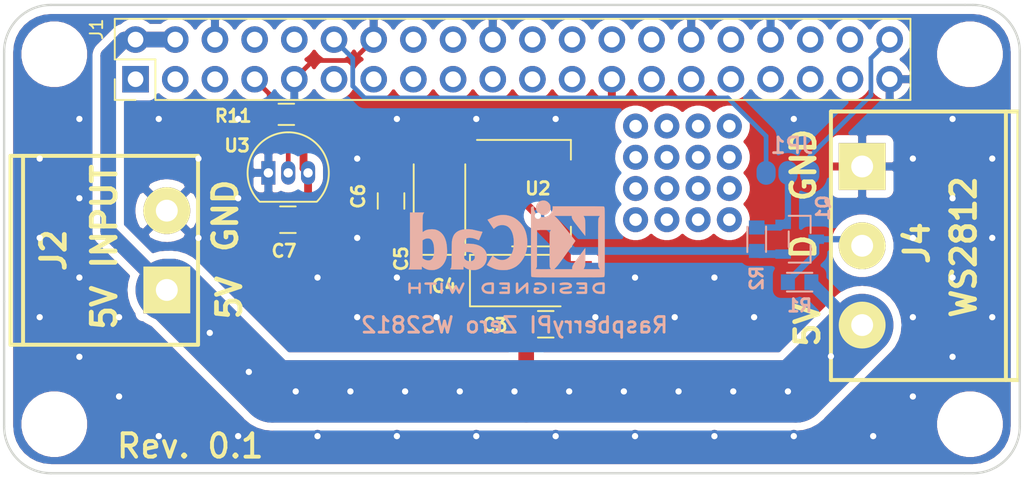
<source format=kicad_pcb>
(kicad_pcb (version 20171130) (host pcbnew 5.0.0-fee4fd1~66~ubuntu16.04.1)

  (general
    (thickness 1.6)
    (drawings 19)
    (tracks 139)
    (zones 0)
    (modules 36)
    (nets 9)
  )

  (page A3)
  (layers
    (0 F.Cu signal)
    (31 B.Cu signal)
    (32 B.Adhes user)
    (33 F.Adhes user)
    (34 B.Paste user)
    (35 F.Paste user)
    (36 B.SilkS user)
    (37 F.SilkS user)
    (38 B.Mask user)
    (39 F.Mask user)
    (40 Dwgs.User user)
    (41 Cmts.User user)
    (42 Eco1.User user)
    (43 Eco2.User user)
    (44 Edge.Cuts user)
  )

  (setup
    (last_trace_width 0.3)
    (user_trace_width 0.6)
    (trace_clearance 0.2)
    (zone_clearance 0.55)
    (zone_45_only no)
    (trace_min 0.2)
    (segment_width 0.2)
    (edge_width 0.15)
    (via_size 0.8)
    (via_drill 0.4)
    (via_min_size 0.3)
    (via_min_drill 0.3)
    (uvia_size 0.6)
    (uvia_drill 0.2)
    (uvias_allowed no)
    (uvia_min_size 0.508)
    (uvia_min_drill 0.127)
    (pcb_text_width 0.3)
    (pcb_text_size 1 1)
    (mod_edge_width 0.15)
    (mod_text_size 0.8 0.8)
    (mod_text_width 0.12)
    (pad_size 1.6 1.6)
    (pad_drill 0.8)
    (pad_to_mask_clearance 0)
    (aux_axis_origin 117.8687 84.2645)
    (grid_origin 117.91188 84.25942)
    (visible_elements FFFFFF7F)
    (pcbplotparams
      (layerselection 0x010f8_ffffffff)
      (usegerberextensions true)
      (usegerberattributes false)
      (usegerberadvancedattributes false)
      (creategerberjobfile false)
      (excludeedgelayer true)
      (linewidth 0.150000)
      (plotframeref false)
      (viasonmask false)
      (mode 1)
      (useauxorigin false)
      (hpglpennumber 1)
      (hpglpenspeed 20)
      (hpglpendiameter 15.000000)
      (psnegative false)
      (psa4output false)
      (plotreference true)
      (plotvalue true)
      (plotinvisibletext false)
      (padsonsilk false)
      (subtractmaskfromsilk true)
      (outputformat 1)
      (mirror false)
      (drillshape 0)
      (scaleselection 1)
      (outputdirectory "gerber/"))
  )

  (net 0 "")
  (net 1 GND)
  (net 2 +3V3)
  (net 3 +5V)
  (net 4 /WS2812_PCM)
  (net 5 /WS2812_PWM)
  (net 6 /WS2812_DOUT)
  (net 7 /WS2812_DIN)
  (net 8 /TEMP_SENS)

  (net_class Default "This is the default net class."
    (clearance 0.2)
    (trace_width 0.3)
    (via_dia 0.8)
    (via_drill 0.4)
    (uvia_dia 0.6)
    (uvia_drill 0.2)
    (diff_pair_gap 0.2)
    (diff_pair_width 0.3)
    (add_net +3V3)
    (add_net +5V)
    (add_net /TEMP_SENS)
    (add_net /WS2812_DIN)
    (add_net /WS2812_DOUT)
    (add_net /WS2812_PCM)
    (add_net /WS2812_PWM)
    (add_net GND)
  )

  (module w_smd_resistors:r_0603 (layer B.Cu) (tedit 5B6AE995) (tstamp 5B6AEE1B)
    (at 160.41004 97.25942)
    (descr "SMT resistor, 0603")
    (path /5B6AEA93)
    (fp_text reference R1 (at -0.00184 1.5) (layer B.SilkS)
      (effects (font (size 0.8 0.8) (thickness 0.18)) (justify mirror))
    )
    (fp_text value 10K (at 0 -0.6096) (layer B.SilkS) hide
      (effects (font (size 0.20066 0.20066) (thickness 0.04064)) (justify mirror))
    )
    (fp_line (start -0.8128 0.6) (end 0.8128 0.6) (layer B.SilkS) (width 0.127))
    (fp_line (start 0.8128 -0.6) (end -0.8128 -0.6) (layer B.SilkS) (width 0.127))
    (pad 1 smd rect (at 0.75184 0) (size 0.89916 1.00076) (layers B.Cu B.Paste B.Mask)
      (net 3 +5V))
    (pad 2 smd rect (at -0.75184 0) (size 0.89916 1.00076) (layers B.Cu B.Paste B.Mask)
      (net 6 /WS2812_DOUT))
    (model ${KIPRJMOD}/shapes3D/R_0603.stp
      (at (xyz 0 0 0))
      (scale (xyz 1 1 1))
      (rotate (xyz 0 0 0))
    )
  )

  (module w_smd_resistors:r_0603 (layer B.Cu) (tedit 5B6AE97F) (tstamp 5B6AEE96)
    (at 157.66188 94.50942 90)
    (descr "SMT resistor, 0603")
    (path /5B6AEFE8)
    (fp_text reference R2 (at -2.5 0 90) (layer B.SilkS)
      (effects (font (size 0.8 0.8) (thickness 0.18)) (justify mirror))
    )
    (fp_text value 10K (at 0 -0.6096 90) (layer B.SilkS) hide
      (effects (font (size 0.20066 0.20066) (thickness 0.04064)) (justify mirror))
    )
    (fp_line (start -0.8128 0.6) (end 0.8128 0.6) (layer B.SilkS) (width 0.127))
    (fp_line (start 0.8 -0.6) (end -0.8256 -0.6) (layer B.SilkS) (width 0.127))
    (pad 1 smd rect (at 0.75184 0 90) (size 0.89916 1.00076) (layers B.Cu B.Paste B.Mask)
      (net 7 /WS2812_DIN))
    (pad 2 smd rect (at -0.75184 0 90) (size 0.89916 1.00076) (layers B.Cu B.Paste B.Mask)
      (net 2 +3V3))
    (model ${KIPRJMOD}/shapes3D/R_0603.stp
      (at (xyz 0 0 0))
      (scale (xyz 1 1 1))
      (rotate (xyz 0 0 0))
    )
  )

  (module w_smd_trans:sot23 (layer B.Cu) (tedit 5B6AE962) (tstamp 5B6AEB91)
    (at 160.41188 94.50942 90)
    (descr SOT23)
    (path /5B6B5086)
    (fp_text reference Q1 (at 2 1.5 90) (layer B.SilkS)
      (effects (font (size 0.8 0.8) (thickness 0.18)) (justify mirror))
    )
    (fp_text value BSS138 (at 0 -0.3302 90) (layer B.SilkS) hide
      (effects (font (size 0.50038 0.50038) (thickness 0.09906)) (justify mirror))
    )
    (fp_line (start -1.4986 0.6985) (end -0.399999 0.6985) (layer B.SilkS) (width 0.127))
    (fp_line (start 1.4986 0.6985) (end 1.4986 -0.6985) (layer B.SilkS) (width 0.127))
    (fp_line (start -1.4986 -0.6985) (end -1.4986 0.6985) (layer B.SilkS) (width 0.127))
    (fp_line (start 0.401399 0.7) (end 1.5 0.7) (layer B.SilkS) (width 0.127))
    (fp_line (start -0.498601 -0.7) (end 0.5 -0.7) (layer B.SilkS) (width 0.127))
    (pad 1 smd rect (at -0.9525 -1.05664 90) (size 0.59944 1.00076) (layers B.Cu B.Paste B.Mask)
      (net 2 +3V3))
    (pad 2 smd rect (at 0 1.05664 90) (size 0.59944 1.00076) (layers B.Cu B.Paste B.Mask)
      (net 6 /WS2812_DOUT))
    (pad 3 smd rect (at 0.9525 -1.05664 90) (size 0.59944 1.00076) (layers B.Cu B.Paste B.Mask)
      (net 7 /WS2812_DIN))
    (model ${KIPRJMOD}/shapes3D/SOT23-3.stp
      (at (xyz 0 0 0))
      (scale (xyz 1 1 1))
      (rotate (xyz 0 0 -90))
    )
  )

  (module myfootprints:1pin locked (layer F.Cu) (tedit 5B6AE1D6) (tstamp 5B6AE64B)
    (at 155.91188 87.25942 90)
    (descr "module 1 pin (ou trou mecanique de percage)")
    (tags DEV)
    (fp_text reference REF** (at 0 -3.048 90) (layer F.SilkS) hide
      (effects (font (size 1 1) (thickness 0.15)))
    )
    (fp_text value 1pin (at 0 2.794 90) (layer F.Fab) hide
      (effects (font (size 1 1) (thickness 0.15)))
    )
    (pad "" thru_hole circle (at 0 0 90) (size 1.6 1.6) (drill 0.8) (layers *.Cu *.Mask)
      (zone_connect 2))
  )

  (module myfootprints:1pin locked (layer F.Cu) (tedit 5B6AE1D6) (tstamp 5B6AE647)
    (at 155.91188 89.25942 90)
    (descr "module 1 pin (ou trou mecanique de percage)")
    (tags DEV)
    (fp_text reference REF** (at 0 -3.048 90) (layer F.SilkS) hide
      (effects (font (size 1 1) (thickness 0.15)))
    )
    (fp_text value 1pin (at 0 2.794 90) (layer F.Fab) hide
      (effects (font (size 1 1) (thickness 0.15)))
    )
    (pad "" thru_hole circle (at 0 0 90) (size 1.6 1.6) (drill 0.8) (layers *.Cu *.Mask)
      (zone_connect 2))
  )

  (module myfootprints:1pin locked (layer F.Cu) (tedit 5B6AE1D6) (tstamp 5B6AE643)
    (at 155.91188 91.25942 90)
    (descr "module 1 pin (ou trou mecanique de percage)")
    (tags DEV)
    (fp_text reference REF** (at 0 -3.048 90) (layer F.SilkS) hide
      (effects (font (size 1 1) (thickness 0.15)))
    )
    (fp_text value 1pin (at 0 2.794 90) (layer F.Fab) hide
      (effects (font (size 1 1) (thickness 0.15)))
    )
    (pad "" thru_hole circle (at 0 0 90) (size 1.6 1.6) (drill 0.8) (layers *.Cu *.Mask)
      (zone_connect 2))
  )

  (module myfootprints:1pin locked (layer F.Cu) (tedit 5B6AE1D6) (tstamp 5B6AE63F)
    (at 155.91188 93.25942 90)
    (descr "module 1 pin (ou trou mecanique de percage)")
    (tags DEV)
    (fp_text reference REF** (at 0 -3.048 90) (layer F.SilkS) hide
      (effects (font (size 1 1) (thickness 0.15)))
    )
    (fp_text value 1pin (at 0 2.794 90) (layer F.Fab) hide
      (effects (font (size 1 1) (thickness 0.15)))
    )
    (pad "" thru_hole circle (at 0 0 90) (size 1.6 1.6) (drill 0.8) (layers *.Cu *.Mask)
      (zone_connect 2))
  )

  (module myfootprints:1pin locked (layer F.Cu) (tedit 5B6AE1D6) (tstamp 5B6AE637)
    (at 153.91188 87.25942 90)
    (descr "module 1 pin (ou trou mecanique de percage)")
    (tags DEV)
    (fp_text reference REF** (at 0 -3.048 90) (layer F.SilkS) hide
      (effects (font (size 1 1) (thickness 0.15)))
    )
    (fp_text value 1pin (at 0 2.794 90) (layer F.Fab) hide
      (effects (font (size 1 1) (thickness 0.15)))
    )
    (pad "" thru_hole circle (at 0 0 90) (size 1.6 1.6) (drill 0.8) (layers *.Cu *.Mask)
      (zone_connect 2))
  )

  (module myfootprints:1pin locked (layer F.Cu) (tedit 5B6AE1D6) (tstamp 5B6AE633)
    (at 153.91188 89.25942 90)
    (descr "module 1 pin (ou trou mecanique de percage)")
    (tags DEV)
    (fp_text reference REF** (at 0 -3.048 90) (layer F.SilkS) hide
      (effects (font (size 1 1) (thickness 0.15)))
    )
    (fp_text value 1pin (at 0 2.794 90) (layer F.Fab) hide
      (effects (font (size 1 1) (thickness 0.15)))
    )
    (pad "" thru_hole circle (at 0 0 90) (size 1.6 1.6) (drill 0.8) (layers *.Cu *.Mask)
      (zone_connect 2))
  )

  (module myfootprints:1pin locked (layer F.Cu) (tedit 5B6AE1D6) (tstamp 5B6AE62F)
    (at 153.91188 91.25942 90)
    (descr "module 1 pin (ou trou mecanique de percage)")
    (tags DEV)
    (fp_text reference REF** (at 0 -3.048 90) (layer F.SilkS) hide
      (effects (font (size 1 1) (thickness 0.15)))
    )
    (fp_text value 1pin (at 0 2.794 90) (layer F.Fab) hide
      (effects (font (size 1 1) (thickness 0.15)))
    )
    (pad "" thru_hole circle (at 0 0 90) (size 1.6 1.6) (drill 0.8) (layers *.Cu *.Mask)
      (zone_connect 2))
  )

  (module myfootprints:1pin locked (layer F.Cu) (tedit 5B6AE1D6) (tstamp 5B6AE62B)
    (at 153.91188 93.25942 90)
    (descr "module 1 pin (ou trou mecanique de percage)")
    (tags DEV)
    (fp_text reference REF** (at 0 -3.048 90) (layer F.SilkS) hide
      (effects (font (size 1 1) (thickness 0.15)))
    )
    (fp_text value 1pin (at 0 2.794 90) (layer F.Fab) hide
      (effects (font (size 1 1) (thickness 0.15)))
    )
    (pad "" thru_hole circle (at 0 0 90) (size 1.6 1.6) (drill 0.8) (layers *.Cu *.Mask)
      (zone_connect 2))
  )

  (module myfootprints:1pin locked (layer F.Cu) (tedit 5B6AE1D6) (tstamp 5B6AE623)
    (at 151.91188 87.25942 90)
    (descr "module 1 pin (ou trou mecanique de percage)")
    (tags DEV)
    (fp_text reference REF** (at 0 -3.048 90) (layer F.SilkS) hide
      (effects (font (size 1 1) (thickness 0.15)))
    )
    (fp_text value 1pin (at 0 2.794 90) (layer F.Fab) hide
      (effects (font (size 1 1) (thickness 0.15)))
    )
    (pad "" thru_hole circle (at 0 0 90) (size 1.6 1.6) (drill 0.8) (layers *.Cu *.Mask)
      (zone_connect 2))
  )

  (module myfootprints:1pin locked (layer F.Cu) (tedit 5B6AE1D6) (tstamp 5B6AE61F)
    (at 151.91188 89.25942 90)
    (descr "module 1 pin (ou trou mecanique de percage)")
    (tags DEV)
    (fp_text reference REF** (at 0 -3.048 90) (layer F.SilkS) hide
      (effects (font (size 1 1) (thickness 0.15)))
    )
    (fp_text value 1pin (at 0 2.794 90) (layer F.Fab) hide
      (effects (font (size 1 1) (thickness 0.15)))
    )
    (pad "" thru_hole circle (at 0 0 90) (size 1.6 1.6) (drill 0.8) (layers *.Cu *.Mask)
      (zone_connect 2))
  )

  (module myfootprints:1pin locked (layer F.Cu) (tedit 5B6AE1D6) (tstamp 5B6AE61B)
    (at 151.91188 91.25942 90)
    (descr "module 1 pin (ou trou mecanique de percage)")
    (tags DEV)
    (fp_text reference REF** (at 0 -3.048 90) (layer F.SilkS) hide
      (effects (font (size 1 1) (thickness 0.15)))
    )
    (fp_text value 1pin (at 0 2.794 90) (layer F.Fab) hide
      (effects (font (size 1 1) (thickness 0.15)))
    )
    (pad "" thru_hole circle (at 0 0 90) (size 1.6 1.6) (drill 0.8) (layers *.Cu *.Mask)
      (zone_connect 2))
  )

  (module myfootprints:1pin locked (layer F.Cu) (tedit 5B6AE1D6) (tstamp 5B6AE617)
    (at 151.91188 93.25942 90)
    (descr "module 1 pin (ou trou mecanique de percage)")
    (tags DEV)
    (fp_text reference REF** (at 0 -3.048 90) (layer F.SilkS) hide
      (effects (font (size 1 1) (thickness 0.15)))
    )
    (fp_text value 1pin (at 0 2.794 90) (layer F.Fab) hide
      (effects (font (size 1 1) (thickness 0.15)))
    )
    (pad "" thru_hole circle (at 0 0 90) (size 1.6 1.6) (drill 0.8) (layers *.Cu *.Mask)
      (zone_connect 2))
  )

  (module myfootprints:1pin locked (layer F.Cu) (tedit 5B6AE1D6) (tstamp 5B6AE60F)
    (at 149.91188 87.25942 90)
    (descr "module 1 pin (ou trou mecanique de percage)")
    (tags DEV)
    (fp_text reference REF** (at 0 -3.048 90) (layer F.SilkS) hide
      (effects (font (size 1 1) (thickness 0.15)))
    )
    (fp_text value 1pin (at 0 2.794 90) (layer F.Fab) hide
      (effects (font (size 1 1) (thickness 0.15)))
    )
    (pad "" thru_hole circle (at 0 0 90) (size 1.6 1.6) (drill 0.8) (layers *.Cu *.Mask)
      (zone_connect 2))
  )

  (module myfootprints:1pin locked (layer F.Cu) (tedit 5B6AE1D6) (tstamp 5B6AE60B)
    (at 149.91188 89.25942 90)
    (descr "module 1 pin (ou trou mecanique de percage)")
    (tags DEV)
    (fp_text reference REF** (at 0 -3.048 90) (layer F.SilkS) hide
      (effects (font (size 1 1) (thickness 0.15)))
    )
    (fp_text value 1pin (at 0 2.794 90) (layer F.Fab) hide
      (effects (font (size 1 1) (thickness 0.15)))
    )
    (pad "" thru_hole circle (at 0 0 90) (size 1.6 1.6) (drill 0.8) (layers *.Cu *.Mask)
      (zone_connect 2))
  )

  (module myfootprints:1pin locked (layer F.Cu) (tedit 5B6AE1D6) (tstamp 5B6AE607)
    (at 149.91188 91.25942 90)
    (descr "module 1 pin (ou trou mecanique de percage)")
    (tags DEV)
    (fp_text reference REF** (at 0 -3.048 90) (layer F.SilkS) hide
      (effects (font (size 1 1) (thickness 0.15)))
    )
    (fp_text value 1pin (at 0 2.794 90) (layer F.Fab) hide
      (effects (font (size 1 1) (thickness 0.15)))
    )
    (pad "" thru_hole circle (at 0 0 90) (size 1.6 1.6) (drill 0.8) (layers *.Cu *.Mask)
      (zone_connect 2))
  )

  (module myfootprints:1pin locked (layer F.Cu) (tedit 5B6AE1D6) (tstamp 5B6CC60F)
    (at 149.91188 93.25942 90)
    (descr "module 1 pin (ou trou mecanique de percage)")
    (tags DEV)
    (fp_text reference REF** (at 0 -3.048 90) (layer F.SilkS) hide
      (effects (font (size 1 1) (thickness 0.15)))
    )
    (fp_text value 1pin (at 0 2.794 90) (layer F.Fab) hide
      (effects (font (size 1 1) (thickness 0.15)))
    )
    (pad "" thru_hole circle (at 0 0 90) (size 1.6 1.6) (drill 0.8) (layers *.Cu *.Mask)
      (zone_connect 2))
  )

  (module Symbols:KiCad-Logo2_6mm_SilkScreen locked (layer B.Cu) (tedit 0) (tstamp 59DE785F)
    (at 141.66188 95.00942 180)
    (descr "KiCad Logo")
    (tags "Logo KiCad")
    (attr virtual)
    (fp_text reference REF*** (at 0 0 180) (layer B.SilkS) hide
      (effects (font (size 0.8 0.8) (thickness 0.12)) (justify mirror))
    )
    (fp_text value KiCad-Logo2_6mm_SilkScreen (at 0.75 0 180) (layer B.Fab) hide
      (effects (font (size 0.8 0.8) (thickness 0.12)) (justify mirror))
    )
    (fp_poly (pts (xy -6.121371 -2.269066) (xy -6.081889 -2.269467) (xy -5.9662 -2.272259) (xy -5.869311 -2.28055)
      (xy -5.787919 -2.295232) (xy -5.718723 -2.317193) (xy -5.65842 -2.347322) (xy -5.603708 -2.38651)
      (xy -5.584167 -2.403532) (xy -5.55175 -2.443363) (xy -5.52252 -2.497413) (xy -5.499991 -2.557323)
      (xy -5.487679 -2.614739) (xy -5.4864 -2.635956) (xy -5.494417 -2.694769) (xy -5.515899 -2.759013)
      (xy -5.546999 -2.819821) (xy -5.583866 -2.86833) (xy -5.589854 -2.874182) (xy -5.640579 -2.915321)
      (xy -5.696125 -2.947435) (xy -5.759696 -2.971365) (xy -5.834494 -2.987953) (xy -5.923722 -2.998041)
      (xy -6.030582 -3.002469) (xy -6.079528 -3.002845) (xy -6.141762 -3.002545) (xy -6.185528 -3.001292)
      (xy -6.214931 -2.998554) (xy -6.234079 -2.993801) (xy -6.247077 -2.986501) (xy -6.254045 -2.980267)
      (xy -6.260626 -2.972694) (xy -6.265788 -2.962924) (xy -6.269703 -2.94834) (xy -6.272543 -2.926326)
      (xy -6.27448 -2.894264) (xy -6.275684 -2.849536) (xy -6.276328 -2.789526) (xy -6.276583 -2.711617)
      (xy -6.276622 -2.635956) (xy -6.27687 -2.535041) (xy -6.276817 -2.454427) (xy -6.275857 -2.415822)
      (xy -6.129867 -2.415822) (xy -6.129867 -2.856089) (xy -6.036734 -2.856004) (xy -5.980693 -2.854396)
      (xy -5.921999 -2.850256) (xy -5.873028 -2.844464) (xy -5.871538 -2.844226) (xy -5.792392 -2.82509)
      (xy -5.731002 -2.795287) (xy -5.684305 -2.752878) (xy -5.654635 -2.706961) (xy -5.636353 -2.656026)
      (xy -5.637771 -2.6082) (xy -5.658988 -2.556933) (xy -5.700489 -2.503899) (xy -5.757998 -2.4646)
      (xy -5.83275 -2.438331) (xy -5.882708 -2.429035) (xy -5.939416 -2.422507) (xy -5.999519 -2.417782)
      (xy -6.050639 -2.415817) (xy -6.053667 -2.415808) (xy -6.129867 -2.415822) (xy -6.275857 -2.415822)
      (xy -6.27526 -2.391851) (xy -6.270998 -2.345055) (xy -6.26283 -2.311778) (xy -6.249556 -2.289759)
      (xy -6.229974 -2.276739) (xy -6.202883 -2.270457) (xy -6.167082 -2.268653) (xy -6.121371 -2.269066)) (layer B.SilkS) (width 0.01))
    (fp_poly (pts (xy -4.712794 -2.269146) (xy -4.643386 -2.269518) (xy -4.590997 -2.270385) (xy -4.552847 -2.271946)
      (xy -4.526159 -2.274403) (xy -4.508153 -2.277957) (xy -4.496049 -2.28281) (xy -4.487069 -2.289161)
      (xy -4.483818 -2.292084) (xy -4.464043 -2.323142) (xy -4.460482 -2.358828) (xy -4.473491 -2.39051)
      (xy -4.479506 -2.396913) (xy -4.489235 -2.403121) (xy -4.504901 -2.40791) (xy -4.529408 -2.411514)
      (xy -4.565661 -2.414164) (xy -4.616565 -2.416095) (xy -4.685026 -2.417539) (xy -4.747617 -2.418418)
      (xy -4.995334 -2.421467) (xy -4.998719 -2.486378) (xy -5.002105 -2.551289) (xy -4.833958 -2.551289)
      (xy -4.760959 -2.551919) (xy -4.707517 -2.554553) (xy -4.670628 -2.560309) (xy -4.647288 -2.570304)
      (xy -4.634494 -2.585656) (xy -4.629242 -2.607482) (xy -4.628445 -2.627738) (xy -4.630923 -2.652592)
      (xy -4.640277 -2.670906) (xy -4.659383 -2.683637) (xy -4.691118 -2.691741) (xy -4.738359 -2.696176)
      (xy -4.803983 -2.697899) (xy -4.839801 -2.698045) (xy -5.000978 -2.698045) (xy -5.000978 -2.856089)
      (xy -4.752622 -2.856089) (xy -4.671213 -2.856202) (xy -4.609342 -2.856712) (xy -4.563968 -2.85787)
      (xy -4.532054 -2.85993) (xy -4.510559 -2.863146) (xy -4.496443 -2.867772) (xy -4.486668 -2.874059)
      (xy -4.481689 -2.878667) (xy -4.46461 -2.90556) (xy -4.459111 -2.929467) (xy -4.466963 -2.958667)
      (xy -4.481689 -2.980267) (xy -4.489546 -2.987066) (xy -4.499688 -2.992346) (xy -4.514844 -2.996298)
      (xy -4.537741 -2.999113) (xy -4.571109 -3.000982) (xy -4.617675 -3.002098) (xy -4.680167 -3.002651)
      (xy -4.761314 -3.002833) (xy -4.803422 -3.002845) (xy -4.893598 -3.002765) (xy -4.963924 -3.002398)
      (xy -5.017129 -3.001552) (xy -5.05594 -3.000036) (xy -5.083087 -2.997659) (xy -5.101298 -2.994229)
      (xy -5.1133 -2.989554) (xy -5.121822 -2.983444) (xy -5.125156 -2.980267) (xy -5.131755 -2.97267)
      (xy -5.136927 -2.96287) (xy -5.140846 -2.948239) (xy -5.143684 -2.926152) (xy -5.145615 -2.893982)
      (xy -5.146812 -2.849103) (xy -5.147448 -2.788889) (xy -5.147697 -2.710713) (xy -5.147734 -2.637923)
      (xy -5.1477 -2.544707) (xy -5.147465 -2.471431) (xy -5.14683 -2.415458) (xy -5.145594 -2.374151)
      (xy -5.143556 -2.344872) (xy -5.140517 -2.324984) (xy -5.136277 -2.31185) (xy -5.130635 -2.302832)
      (xy -5.123391 -2.295293) (xy -5.121606 -2.293612) (xy -5.112945 -2.286172) (xy -5.102882 -2.280409)
      (xy -5.088625 -2.276112) (xy -5.067383 -2.273064) (xy -5.036364 -2.271051) (xy -4.992777 -2.26986)
      (xy -4.933831 -2.269275) (xy -4.856734 -2.269083) (xy -4.802001 -2.269067) (xy -4.712794 -2.269146)) (layer B.SilkS) (width 0.01))
    (fp_poly (pts (xy -3.691703 -2.270351) (xy -3.616888 -2.275581) (xy -3.547306 -2.28375) (xy -3.487002 -2.29455)
      (xy -3.44002 -2.307673) (xy -3.410406 -2.322813) (xy -3.40586 -2.327269) (xy -3.390054 -2.36185)
      (xy -3.394847 -2.397351) (xy -3.419364 -2.427725) (xy -3.420534 -2.428596) (xy -3.434954 -2.437954)
      (xy -3.450008 -2.442876) (xy -3.471005 -2.443473) (xy -3.503257 -2.439861) (xy -3.552073 -2.432154)
      (xy -3.556 -2.431505) (xy -3.628739 -2.422569) (xy -3.707217 -2.418161) (xy -3.785927 -2.418119)
      (xy -3.859361 -2.422279) (xy -3.922011 -2.430479) (xy -3.96837 -2.442557) (xy -3.971416 -2.443771)
      (xy -4.005048 -2.462615) (xy -4.016864 -2.481685) (xy -4.007614 -2.500439) (xy -3.978047 -2.518337)
      (xy -3.928911 -2.534837) (xy -3.860957 -2.549396) (xy -3.815645 -2.556406) (xy -3.721456 -2.569889)
      (xy -3.646544 -2.582214) (xy -3.587717 -2.594449) (xy -3.541785 -2.607661) (xy -3.505555 -2.622917)
      (xy -3.475838 -2.641285) (xy -3.449442 -2.663831) (xy -3.42823 -2.685971) (xy -3.403065 -2.716819)
      (xy -3.390681 -2.743345) (xy -3.386808 -2.776026) (xy -3.386667 -2.787995) (xy -3.389576 -2.827712)
      (xy -3.401202 -2.857259) (xy -3.421323 -2.883486) (xy -3.462216 -2.923576) (xy -3.507817 -2.954149)
      (xy -3.561513 -2.976203) (xy -3.626692 -2.990735) (xy -3.706744 -2.998741) (xy -3.805057 -3.001218)
      (xy -3.821289 -3.001177) (xy -3.886849 -2.999818) (xy -3.951866 -2.99673) (xy -4.009252 -2.992356)
      (xy -4.051922 -2.98714) (xy -4.055372 -2.986541) (xy -4.097796 -2.976491) (xy -4.13378 -2.963796)
      (xy -4.15415 -2.95219) (xy -4.173107 -2.921572) (xy -4.174427 -2.885918) (xy -4.158085 -2.854144)
      (xy -4.154429 -2.850551) (xy -4.139315 -2.839876) (xy -4.120415 -2.835276) (xy -4.091162 -2.836059)
      (xy -4.055651 -2.840127) (xy -4.01597 -2.843762) (xy -3.960345 -2.846828) (xy -3.895406 -2.849053)
      (xy -3.827785 -2.850164) (xy -3.81 -2.850237) (xy -3.742128 -2.849964) (xy -3.692454 -2.848646)
      (xy -3.65661 -2.845827) (xy -3.630224 -2.84105) (xy -3.608926 -2.833857) (xy -3.596126 -2.827867)
      (xy -3.568 -2.811233) (xy -3.550068 -2.796168) (xy -3.547447 -2.791897) (xy -3.552976 -2.774263)
      (xy -3.57926 -2.757192) (xy -3.624478 -2.741458) (xy -3.686808 -2.727838) (xy -3.705171 -2.724804)
      (xy -3.80109 -2.709738) (xy -3.877641 -2.697146) (xy -3.93778 -2.686111) (xy -3.98446 -2.67572)
      (xy -4.020637 -2.665056) (xy -4.049265 -2.653205) (xy -4.073298 -2.639251) (xy -4.095692 -2.622281)
      (xy -4.119402 -2.601378) (xy -4.12738 -2.594049) (xy -4.155353 -2.566699) (xy -4.17016 -2.545029)
      (xy -4.175952 -2.520232) (xy -4.176889 -2.488983) (xy -4.166575 -2.427705) (xy -4.135752 -2.37564)
      (xy -4.084595 -2.332958) (xy -4.013283 -2.299825) (xy -3.9624 -2.284964) (xy -3.9071 -2.275366)
      (xy -3.840853 -2.269936) (xy -3.767706 -2.268367) (xy -3.691703 -2.270351)) (layer B.SilkS) (width 0.01))
    (fp_poly (pts (xy -2.923822 -2.291645) (xy -2.917242 -2.299218) (xy -2.912079 -2.308987) (xy -2.908164 -2.323571)
      (xy -2.905324 -2.345585) (xy -2.903387 -2.377648) (xy -2.902183 -2.422375) (xy -2.901539 -2.482385)
      (xy -2.901284 -2.560294) (xy -2.901245 -2.635956) (xy -2.901314 -2.729802) (xy -2.901638 -2.803689)
      (xy -2.902386 -2.860232) (xy -2.903732 -2.902049) (xy -2.905846 -2.931757) (xy -2.9089 -2.951973)
      (xy -2.913066 -2.965314) (xy -2.918516 -2.974398) (xy -2.923822 -2.980267) (xy -2.956826 -2.999947)
      (xy -2.991991 -2.998181) (xy -3.023455 -2.976717) (xy -3.030684 -2.968337) (xy -3.036334 -2.958614)
      (xy -3.040599 -2.944861) (xy -3.043673 -2.924389) (xy -3.045752 -2.894512) (xy -3.04703 -2.852541)
      (xy -3.047701 -2.795789) (xy -3.047959 -2.721567) (xy -3.048 -2.637537) (xy -3.048 -2.324485)
      (xy -3.020291 -2.296776) (xy -2.986137 -2.273463) (xy -2.953006 -2.272623) (xy -2.923822 -2.291645)) (layer B.SilkS) (width 0.01))
    (fp_poly (pts (xy -1.950081 -2.274599) (xy -1.881565 -2.286095) (xy -1.828943 -2.303967) (xy -1.794708 -2.327499)
      (xy -1.785379 -2.340924) (xy -1.775893 -2.372148) (xy -1.782277 -2.400395) (xy -1.80243 -2.427182)
      (xy -1.833745 -2.439713) (xy -1.879183 -2.438696) (xy -1.914326 -2.431906) (xy -1.992419 -2.418971)
      (xy -2.072226 -2.417742) (xy -2.161555 -2.428241) (xy -2.186229 -2.43269) (xy -2.269291 -2.456108)
      (xy -2.334273 -2.490945) (xy -2.380461 -2.536604) (xy -2.407145 -2.592494) (xy -2.412663 -2.621388)
      (xy -2.409051 -2.680012) (xy -2.385729 -2.731879) (xy -2.344824 -2.775978) (xy -2.288459 -2.811299)
      (xy -2.21876 -2.836829) (xy -2.137852 -2.851559) (xy -2.04786 -2.854478) (xy -1.95091 -2.844575)
      (xy -1.945436 -2.843641) (xy -1.906875 -2.836459) (xy -1.885494 -2.829521) (xy -1.876227 -2.819227)
      (xy -1.874006 -2.801976) (xy -1.873956 -2.792841) (xy -1.873956 -2.754489) (xy -1.942431 -2.754489)
      (xy -2.0029 -2.750347) (xy -2.044165 -2.737147) (xy -2.068175 -2.71373) (xy -2.076877 -2.678936)
      (xy -2.076983 -2.674394) (xy -2.071892 -2.644654) (xy -2.054433 -2.623419) (xy -2.021939 -2.609366)
      (xy -1.971743 -2.601173) (xy -1.923123 -2.598161) (xy -1.852456 -2.596433) (xy -1.801198 -2.59907)
      (xy -1.766239 -2.6088) (xy -1.74447 -2.628353) (xy -1.73278 -2.660456) (xy -1.72806 -2.707838)
      (xy -1.7272 -2.770071) (xy -1.728609 -2.839535) (xy -1.732848 -2.886786) (xy -1.739936 -2.912012)
      (xy -1.741311 -2.913988) (xy -1.780228 -2.945508) (xy -1.837286 -2.97047) (xy -1.908869 -2.98834)
      (xy -1.991358 -2.998586) (xy -2.081139 -3.000673) (xy -2.174592 -2.994068) (xy -2.229556 -2.985956)
      (xy -2.315766 -2.961554) (xy -2.395892 -2.921662) (xy -2.462977 -2.869887) (xy -2.473173 -2.859539)
      (xy -2.506302 -2.816035) (xy -2.536194 -2.762118) (xy -2.559357 -2.705592) (xy -2.572298 -2.654259)
      (xy -2.573858 -2.634544) (xy -2.567218 -2.593419) (xy -2.549568 -2.542252) (xy -2.524297 -2.488394)
      (xy -2.494789 -2.439195) (xy -2.468719 -2.406334) (xy -2.407765 -2.357452) (xy -2.328969 -2.318545)
      (xy -2.235157 -2.290494) (xy -2.12915 -2.274179) (xy -2.032 -2.270192) (xy -1.950081 -2.274599)) (layer B.SilkS) (width 0.01))
    (fp_poly (pts (xy -1.300114 -2.273448) (xy -1.276548 -2.287273) (xy -1.245735 -2.309881) (xy -1.206078 -2.342338)
      (xy -1.15598 -2.385708) (xy -1.093843 -2.441058) (xy -1.018072 -2.509451) (xy -0.931334 -2.588084)
      (xy -0.750711 -2.751878) (xy -0.745067 -2.532029) (xy -0.743029 -2.456351) (xy -0.741063 -2.399994)
      (xy -0.738734 -2.359706) (xy -0.735606 -2.332235) (xy -0.731245 -2.314329) (xy -0.725216 -2.302737)
      (xy -0.717084 -2.294208) (xy -0.712772 -2.290623) (xy -0.678241 -2.27167) (xy -0.645383 -2.274441)
      (xy -0.619318 -2.290633) (xy -0.592667 -2.312199) (xy -0.589352 -2.627151) (xy -0.588435 -2.719779)
      (xy -0.587968 -2.792544) (xy -0.588113 -2.848161) (xy -0.589032 -2.889342) (xy -0.590887 -2.918803)
      (xy -0.593839 -2.939255) (xy -0.59805 -2.953413) (xy -0.603682 -2.963991) (xy -0.609927 -2.972474)
      (xy -0.623439 -2.988207) (xy -0.636883 -2.998636) (xy -0.652124 -3.002639) (xy -0.671026 -2.999094)
      (xy -0.695455 -2.986879) (xy -0.727273 -2.964871) (xy -0.768348 -2.931949) (xy -0.820542 -2.886991)
      (xy -0.885722 -2.828875) (xy -0.959556 -2.762099) (xy -1.224845 -2.521458) (xy -1.230489 -2.740589)
      (xy -1.232531 -2.816128) (xy -1.234502 -2.872354) (xy -1.236839 -2.912524) (xy -1.239981 -2.939896)
      (xy -1.244364 -2.957728) (xy -1.250424 -2.969279) (xy -1.2586 -2.977807) (xy -1.262784 -2.981282)
      (xy -1.299765 -3.000372) (xy -1.334708 -2.997493) (xy -1.365136 -2.9731) (xy -1.372097 -2.963286)
      (xy -1.377523 -2.951826) (xy -1.381603 -2.935968) (xy -1.384529 -2.912963) (xy -1.386492 -2.880062)
      (xy -1.387683 -2.834516) (xy -1.388292 -2.773573) (xy -1.388511 -2.694486) (xy -1.388534 -2.635956)
      (xy -1.38846 -2.544407) (xy -1.388113 -2.472687) (xy -1.387301 -2.418045) (xy -1.385833 -2.377732)
      (xy -1.383519 -2.348998) (xy -1.380167 -2.329093) (xy -1.375588 -2.315268) (xy -1.369589 -2.304772)
      (xy -1.365136 -2.298811) (xy -1.35385 -2.284691) (xy -1.343301 -2.274029) (xy -1.331893 -2.267892)
      (xy -1.31803 -2.267343) (xy -1.300114 -2.273448)) (layer B.SilkS) (width 0.01))
    (fp_poly (pts (xy 0.230343 -2.26926) (xy 0.306701 -2.270174) (xy 0.365217 -2.272311) (xy 0.408255 -2.276175)
      (xy 0.438183 -2.282267) (xy 0.457368 -2.29109) (xy 0.468176 -2.303146) (xy 0.472973 -2.318939)
      (xy 0.474127 -2.33897) (xy 0.474133 -2.341335) (xy 0.473131 -2.363992) (xy 0.468396 -2.381503)
      (xy 0.457333 -2.394574) (xy 0.437348 -2.403913) (xy 0.405846 -2.410227) (xy 0.360232 -2.414222)
      (xy 0.297913 -2.416606) (xy 0.216293 -2.418086) (xy 0.191277 -2.418414) (xy -0.0508 -2.421467)
      (xy -0.054186 -2.486378) (xy -0.057571 -2.551289) (xy 0.110576 -2.551289) (xy 0.176266 -2.551531)
      (xy 0.223172 -2.552556) (xy 0.255083 -2.554811) (xy 0.275791 -2.558742) (xy 0.289084 -2.564798)
      (xy 0.298755 -2.573424) (xy 0.298817 -2.573493) (xy 0.316356 -2.607112) (xy 0.315722 -2.643448)
      (xy 0.297314 -2.674423) (xy 0.293671 -2.677607) (xy 0.280741 -2.685812) (xy 0.263024 -2.691521)
      (xy 0.23657 -2.695162) (xy 0.197432 -2.697167) (xy 0.141662 -2.697964) (xy 0.105994 -2.698045)
      (xy -0.056445 -2.698045) (xy -0.056445 -2.856089) (xy 0.190161 -2.856089) (xy 0.27158 -2.856231)
      (xy 0.33341 -2.856814) (xy 0.378637 -2.858068) (xy 0.410248 -2.860227) (xy 0.431231 -2.863523)
      (xy 0.444573 -2.868189) (xy 0.453261 -2.874457) (xy 0.45545 -2.876733) (xy 0.471614 -2.90828)
      (xy 0.472797 -2.944168) (xy 0.459536 -2.975285) (xy 0.449043 -2.985271) (xy 0.438129 -2.990769)
      (xy 0.421217 -2.995022) (xy 0.395633 -2.99818) (xy 0.358701 -3.000392) (xy 0.307746 -3.001806)
      (xy 0.240094 -3.002572) (xy 0.153069 -3.002838) (xy 0.133394 -3.002845) (xy 0.044911 -3.002787)
      (xy -0.023773 -3.002467) (xy -0.075436 -3.001667) (xy -0.112855 -3.000167) (xy -0.13881 -2.997749)
      (xy -0.156078 -2.994194) (xy -0.167438 -2.989282) (xy -0.175668 -2.982795) (xy -0.180183 -2.978138)
      (xy -0.186979 -2.969889) (xy -0.192288 -2.959669) (xy -0.196294 -2.9448) (xy -0.199179 -2.922602)
      (xy -0.201126 -2.890393) (xy -0.202319 -2.845496) (xy -0.202939 -2.785228) (xy -0.203171 -2.706911)
      (xy -0.2032 -2.640994) (xy -0.203129 -2.548628) (xy -0.202792 -2.476117) (xy -0.202002 -2.420737)
      (xy -0.200574 -2.379765) (xy -0.198321 -2.350478) (xy -0.195057 -2.330153) (xy -0.190596 -2.316066)
      (xy -0.184752 -2.305495) (xy -0.179803 -2.298811) (xy -0.156406 -2.269067) (xy 0.133774 -2.269067)
      (xy 0.230343 -2.26926)) (layer B.SilkS) (width 0.01))
    (fp_poly (pts (xy 1.018309 -2.269275) (xy 1.147288 -2.273636) (xy 1.256991 -2.286861) (xy 1.349226 -2.309741)
      (xy 1.425802 -2.34307) (xy 1.488527 -2.387638) (xy 1.539212 -2.444236) (xy 1.579663 -2.513658)
      (xy 1.580459 -2.515351) (xy 1.604601 -2.577483) (xy 1.613203 -2.632509) (xy 1.606231 -2.687887)
      (xy 1.583654 -2.751073) (xy 1.579372 -2.760689) (xy 1.550172 -2.816966) (xy 1.517356 -2.860451)
      (xy 1.475002 -2.897417) (xy 1.41719 -2.934135) (xy 1.413831 -2.936052) (xy 1.363504 -2.960227)
      (xy 1.306621 -2.978282) (xy 1.239527 -2.990839) (xy 1.158565 -2.998522) (xy 1.060082 -3.001953)
      (xy 1.025286 -3.002251) (xy 0.859594 -3.002845) (xy 0.836197 -2.9731) (xy 0.829257 -2.963319)
      (xy 0.823842 -2.951897) (xy 0.819765 -2.936095) (xy 0.816837 -2.913175) (xy 0.814867 -2.880396)
      (xy 0.814225 -2.856089) (xy 0.970844 -2.856089) (xy 1.064726 -2.856089) (xy 1.119664 -2.854483)
      (xy 1.17606 -2.850255) (xy 1.222345 -2.844292) (xy 1.225139 -2.84379) (xy 1.307348 -2.821736)
      (xy 1.371114 -2.7886) (xy 1.418452 -2.742847) (xy 1.451382 -2.682939) (xy 1.457108 -2.667061)
      (xy 1.462721 -2.642333) (xy 1.460291 -2.617902) (xy 1.448467 -2.5854) (xy 1.44134 -2.569434)
      (xy 1.418 -2.527006) (xy 1.38988 -2.49724) (xy 1.35894 -2.476511) (xy 1.296966 -2.449537)
      (xy 1.217651 -2.429998) (xy 1.125253 -2.418746) (xy 1.058333 -2.41627) (xy 0.970844 -2.415822)
      (xy 0.970844 -2.856089) (xy 0.814225 -2.856089) (xy 0.813668 -2.835021) (xy 0.81305 -2.774311)
      (xy 0.812825 -2.695526) (xy 0.8128 -2.63392) (xy 0.8128 -2.324485) (xy 0.840509 -2.296776)
      (xy 0.852806 -2.285544) (xy 0.866103 -2.277853) (xy 0.884672 -2.27304) (xy 0.912786 -2.270446)
      (xy 0.954717 -2.26941) (xy 1.014737 -2.26927) (xy 1.018309 -2.269275)) (layer B.SilkS) (width 0.01))
    (fp_poly (pts (xy 3.744665 -2.271034) (xy 3.764255 -2.278035) (xy 3.76501 -2.278377) (xy 3.791613 -2.298678)
      (xy 3.80627 -2.319561) (xy 3.809138 -2.329352) (xy 3.808996 -2.342361) (xy 3.804961 -2.360895)
      (xy 3.796146 -2.387257) (xy 3.781669 -2.423752) (xy 3.760645 -2.472687) (xy 3.732188 -2.536365)
      (xy 3.695415 -2.617093) (xy 3.675175 -2.661216) (xy 3.638625 -2.739985) (xy 3.604315 -2.812423)
      (xy 3.573552 -2.87588) (xy 3.547648 -2.927708) (xy 3.52791 -2.965259) (xy 3.51565 -2.985884)
      (xy 3.513224 -2.988733) (xy 3.482183 -3.001302) (xy 3.447121 -2.999619) (xy 3.419 -2.984332)
      (xy 3.417854 -2.983089) (xy 3.406668 -2.966154) (xy 3.387904 -2.93317) (xy 3.363875 -2.88838)
      (xy 3.336897 -2.836032) (xy 3.327201 -2.816742) (xy 3.254014 -2.67015) (xy 3.17424 -2.829393)
      (xy 3.145767 -2.884415) (xy 3.11935 -2.932132) (xy 3.097148 -2.968893) (xy 3.081319 -2.991044)
      (xy 3.075954 -2.995741) (xy 3.034257 -3.002102) (xy 2.999849 -2.988733) (xy 2.989728 -2.974446)
      (xy 2.972214 -2.942692) (xy 2.948735 -2.896597) (xy 2.92072 -2.839285) (xy 2.889599 -2.77388)
      (xy 2.856799 -2.703507) (xy 2.82375 -2.631291) (xy 2.791881 -2.560355) (xy 2.762619 -2.493825)
      (xy 2.737395 -2.434826) (xy 2.717636 -2.386481) (xy 2.704772 -2.351915) (xy 2.700231 -2.334253)
      (xy 2.700277 -2.333613) (xy 2.711326 -2.311388) (xy 2.73341 -2.288753) (xy 2.73471 -2.287768)
      (xy 2.761853 -2.272425) (xy 2.786958 -2.272574) (xy 2.796368 -2.275466) (xy 2.807834 -2.281718)
      (xy 2.82001 -2.294014) (xy 2.834357 -2.314908) (xy 2.852336 -2.346949) (xy 2.875407 -2.392688)
      (xy 2.90503 -2.454677) (xy 2.931745 -2.511898) (xy 2.96248 -2.578226) (xy 2.990021 -2.637874)
      (xy 3.012938 -2.687725) (xy 3.029798 -2.724664) (xy 3.039173 -2.745573) (xy 3.04054 -2.748845)
      (xy 3.046689 -2.743497) (xy 3.060822 -2.721109) (xy 3.081057 -2.684946) (xy 3.105515 -2.638277)
      (xy 3.115248 -2.619022) (xy 3.148217 -2.554004) (xy 3.173643 -2.506654) (xy 3.193612 -2.474219)
      (xy 3.21021 -2.453946) (xy 3.225524 -2.443082) (xy 3.24164 -2.438875) (xy 3.252143 -2.4384)
      (xy 3.27067 -2.440042) (xy 3.286904 -2.446831) (xy 3.303035 -2.461566) (xy 3.321251 -2.487044)
      (xy 3.343739 -2.526061) (xy 3.372689 -2.581414) (xy 3.388662 -2.612903) (xy 3.41457 -2.663087)
      (xy 3.437167 -2.704704) (xy 3.454458 -2.734242) (xy 3.46445 -2.748189) (xy 3.465809 -2.74877)
      (xy 3.472261 -2.737793) (xy 3.486708 -2.70929) (xy 3.507703 -2.666244) (xy 3.533797 -2.611638)
      (xy 3.563546 -2.548454) (xy 3.57818 -2.517071) (xy 3.61625 -2.436078) (xy 3.646905 -2.373756)
      (xy 3.671737 -2.328071) (xy 3.692337 -2.296989) (xy 3.710298 -2.278478) (xy 3.72721 -2.270504)
      (xy 3.744665 -2.271034)) (layer B.SilkS) (width 0.01))
    (fp_poly (pts (xy 4.188614 -2.275877) (xy 4.212327 -2.290647) (xy 4.238978 -2.312227) (xy 4.238978 -2.633773)
      (xy 4.238893 -2.72783) (xy 4.238529 -2.801932) (xy 4.237724 -2.858704) (xy 4.236313 -2.900768)
      (xy 4.234133 -2.930748) (xy 4.231021 -2.951267) (xy 4.226814 -2.964949) (xy 4.221348 -2.974416)
      (xy 4.217472 -2.979082) (xy 4.186034 -2.999575) (xy 4.150233 -2.998739) (xy 4.118873 -2.981264)
      (xy 4.092222 -2.959684) (xy 4.092222 -2.312227) (xy 4.118873 -2.290647) (xy 4.144594 -2.274949)
      (xy 4.1656 -2.269067) (xy 4.188614 -2.275877)) (layer B.SilkS) (width 0.01))
    (fp_poly (pts (xy 4.963065 -2.269163) (xy 5.041772 -2.269542) (xy 5.102863 -2.270333) (xy 5.148817 -2.27167)
      (xy 5.182114 -2.273683) (xy 5.205236 -2.276506) (xy 5.220662 -2.280269) (xy 5.230871 -2.285105)
      (xy 5.235813 -2.288822) (xy 5.261457 -2.321358) (xy 5.264559 -2.355138) (xy 5.248711 -2.385826)
      (xy 5.238348 -2.398089) (xy 5.227196 -2.40645) (xy 5.211035 -2.411657) (xy 5.185642 -2.414457)
      (xy 5.146798 -2.415596) (xy 5.09028 -2.415821) (xy 5.07918 -2.415822) (xy 4.933244 -2.415822)
      (xy 4.933244 -2.686756) (xy 4.933148 -2.772154) (xy 4.932711 -2.837864) (xy 4.931712 -2.886774)
      (xy 4.929928 -2.921773) (xy 4.927137 -2.945749) (xy 4.923117 -2.961593) (xy 4.917645 -2.972191)
      (xy 4.910666 -2.980267) (xy 4.877734 -3.000112) (xy 4.843354 -2.998548) (xy 4.812176 -2.975906)
      (xy 4.809886 -2.9731) (xy 4.802429 -2.962492) (xy 4.796747 -2.950081) (xy 4.792601 -2.93285)
      (xy 4.78975 -2.907784) (xy 4.787954 -2.871867) (xy 4.786972 -2.822083) (xy 4.786564 -2.755417)
      (xy 4.786489 -2.679589) (xy 4.786489 -2.415822) (xy 4.647127 -2.415822) (xy 4.587322 -2.415418)
      (xy 4.545918 -2.41384) (xy 4.518748 -2.410547) (xy 4.501646 -2.404992) (xy 4.490443 -2.396631)
      (xy 4.489083 -2.395178) (xy 4.472725 -2.361939) (xy 4.474172 -2.324362) (xy 4.492978 -2.291645)
      (xy 4.50025 -2.285298) (xy 4.509627 -2.280266) (xy 4.523609 -2.276396) (xy 4.544696 -2.273537)
      (xy 4.575389 -2.271535) (xy 4.618189 -2.270239) (xy 4.675595 -2.269498) (xy 4.75011 -2.269158)
      (xy 4.844233 -2.269068) (xy 4.86426 -2.269067) (xy 4.963065 -2.269163)) (layer B.SilkS) (width 0.01))
    (fp_poly (pts (xy 6.228823 -2.274533) (xy 6.260202 -2.296776) (xy 6.287911 -2.324485) (xy 6.287911 -2.63392)
      (xy 6.287838 -2.725799) (xy 6.287495 -2.79784) (xy 6.286692 -2.85278) (xy 6.285241 -2.89336)
      (xy 6.282952 -2.922317) (xy 6.279636 -2.942391) (xy 6.275105 -2.956321) (xy 6.269169 -2.966845)
      (xy 6.264514 -2.9731) (xy 6.233783 -2.997673) (xy 6.198496 -3.000341) (xy 6.166245 -2.985271)
      (xy 6.155588 -2.976374) (xy 6.148464 -2.964557) (xy 6.144167 -2.945526) (xy 6.141991 -2.914992)
      (xy 6.141228 -2.868662) (xy 6.141155 -2.832871) (xy 6.141155 -2.698045) (xy 5.644444 -2.698045)
      (xy 5.644444 -2.8207) (xy 5.643931 -2.876787) (xy 5.641876 -2.915333) (xy 5.637508 -2.941361)
      (xy 5.630056 -2.959897) (xy 5.621047 -2.9731) (xy 5.590144 -2.997604) (xy 5.555196 -3.000506)
      (xy 5.521738 -2.983089) (xy 5.512604 -2.973959) (xy 5.506152 -2.961855) (xy 5.501897 -2.943001)
      (xy 5.499352 -2.91362) (xy 5.498029 -2.869937) (xy 5.497443 -2.808175) (xy 5.497375 -2.794)
      (xy 5.496891 -2.677631) (xy 5.496641 -2.581727) (xy 5.496723 -2.504177) (xy 5.497231 -2.442869)
      (xy 5.498262 -2.39569) (xy 5.499913 -2.36053) (xy 5.502279 -2.335276) (xy 5.505457 -2.317817)
      (xy 5.509544 -2.306041) (xy 5.514634 -2.297835) (xy 5.520266 -2.291645) (xy 5.552128 -2.271844)
      (xy 5.585357 -2.274533) (xy 5.616735 -2.296776) (xy 5.629433 -2.311126) (xy 5.637526 -2.326978)
      (xy 5.642042 -2.349554) (xy 5.644006 -2.384078) (xy 5.644444 -2.435776) (xy 5.644444 -2.551289)
      (xy 6.141155 -2.551289) (xy 6.141155 -2.432756) (xy 6.141662 -2.378148) (xy 6.143698 -2.341275)
      (xy 6.148035 -2.317307) (xy 6.155447 -2.301415) (xy 6.163733 -2.291645) (xy 6.195594 -2.271844)
      (xy 6.228823 -2.274533)) (layer B.SilkS) (width 0.01))
    (fp_poly (pts (xy -2.9464 2.510946) (xy -2.935535 2.397007) (xy -2.903918 2.289384) (xy -2.853015 2.190385)
      (xy -2.784293 2.102316) (xy -2.699219 2.027484) (xy -2.602232 1.969616) (xy -2.495964 1.929995)
      (xy -2.38895 1.911427) (xy -2.2833 1.912566) (xy -2.181125 1.93207) (xy -2.084534 1.968594)
      (xy -1.995638 2.020795) (xy -1.916546 2.087327) (xy -1.849369 2.166848) (xy -1.796217 2.258013)
      (xy -1.759199 2.359477) (xy -1.740427 2.469898) (xy -1.738489 2.519794) (xy -1.738489 2.607733)
      (xy -1.68656 2.607733) (xy -1.650253 2.604889) (xy -1.623355 2.593089) (xy -1.596249 2.569351)
      (xy -1.557867 2.530969) (xy -1.557867 0.339398) (xy -1.557876 0.077261) (xy -1.557908 -0.163241)
      (xy -1.557972 -0.383048) (xy -1.558076 -0.583101) (xy -1.558227 -0.764344) (xy -1.558434 -0.927716)
      (xy -1.558706 -1.07416) (xy -1.55905 -1.204617) (xy -1.559474 -1.320029) (xy -1.559987 -1.421338)
      (xy -1.560597 -1.509484) (xy -1.561312 -1.58541) (xy -1.56214 -1.650057) (xy -1.563089 -1.704367)
      (xy -1.564167 -1.74928) (xy -1.565383 -1.78574) (xy -1.566745 -1.814687) (xy -1.568261 -1.837063)
      (xy -1.569938 -1.853809) (xy -1.571786 -1.865868) (xy -1.573813 -1.87418) (xy -1.576025 -1.879687)
      (xy -1.577108 -1.881537) (xy -1.581271 -1.888549) (xy -1.584805 -1.894996) (xy -1.588635 -1.9009)
      (xy -1.593682 -1.906286) (xy -1.600871 -1.911178) (xy -1.611123 -1.915598) (xy -1.625364 -1.919572)
      (xy -1.644514 -1.923121) (xy -1.669499 -1.92627) (xy -1.70124 -1.929042) (xy -1.740662 -1.931461)
      (xy -1.788686 -1.933551) (xy -1.846237 -1.935335) (xy -1.914237 -1.936837) (xy -1.99361 -1.93808)
      (xy -2.085279 -1.939089) (xy -2.190166 -1.939885) (xy -2.309196 -1.940494) (xy -2.44329 -1.940939)
      (xy -2.593373 -1.941243) (xy -2.760367 -1.94143) (xy -2.945196 -1.941524) (xy -3.148783 -1.941548)
      (xy -3.37205 -1.941525) (xy -3.615922 -1.94148) (xy -3.881321 -1.941437) (xy -3.919704 -1.941432)
      (xy -4.186682 -1.941389) (xy -4.432002 -1.941318) (xy -4.656583 -1.941213) (xy -4.861345 -1.941066)
      (xy -5.047206 -1.940869) (xy -5.215088 -1.940616) (xy -5.365908 -1.9403) (xy -5.500587 -1.939913)
      (xy -5.620044 -1.939447) (xy -5.725199 -1.938897) (xy -5.816971 -1.938253) (xy -5.896279 -1.937511)
      (xy -5.964043 -1.936661) (xy -6.021182 -1.935697) (xy -6.068617 -1.934611) (xy -6.107266 -1.933397)
      (xy -6.138049 -1.932047) (xy -6.161885 -1.930555) (xy -6.179694 -1.928911) (xy -6.192395 -1.927111)
      (xy -6.200908 -1.925145) (xy -6.205266 -1.923477) (xy -6.213728 -1.919906) (xy -6.221497 -1.91727)
      (xy -6.228602 -1.914634) (xy -6.235073 -1.911062) (xy -6.240939 -1.905621) (xy -6.246229 -1.897375)
      (xy -6.250974 -1.88539) (xy -6.255202 -1.868731) (xy -6.258943 -1.846463) (xy -6.262227 -1.817652)
      (xy -6.265083 -1.781363) (xy -6.26754 -1.736661) (xy -6.269629 -1.682611) (xy -6.271378 -1.618279)
      (xy -6.272817 -1.54273) (xy -6.273976 -1.45503) (xy -6.274883 -1.354243) (xy -6.275569 -1.239434)
      (xy -6.276063 -1.10967) (xy -6.276395 -0.964015) (xy -6.276593 -0.801535) (xy -6.276687 -0.621295)
      (xy -6.276708 -0.42236) (xy -6.276685 -0.203796) (xy -6.276646 0.035332) (xy -6.276622 0.29596)
      (xy -6.276622 0.338111) (xy -6.276636 0.601008) (xy -6.276661 0.842268) (xy -6.276671 1.062835)
      (xy -6.276642 1.263648) (xy -6.276548 1.445651) (xy -6.276362 1.609784) (xy -6.276059 1.756989)
      (xy -6.275614 1.888208) (xy -6.275034 1.998133) (xy -5.972197 1.998133) (xy -5.932407 1.940289)
      (xy -5.921236 1.924521) (xy -5.911166 1.910559) (xy -5.902138 1.897216) (xy -5.894097 1.883307)
      (xy -5.886986 1.867644) (xy -5.880747 1.849042) (xy -5.875325 1.826314) (xy -5.870662 1.798273)
      (xy -5.866701 1.763733) (xy -5.863385 1.721508) (xy -5.860659 1.670411) (xy -5.858464 1.609256)
      (xy -5.856745 1.536856) (xy -5.855444 1.452025) (xy -5.854505 1.353578) (xy -5.85387 1.240326)
      (xy -5.853484 1.111084) (xy -5.853288 0.964666) (xy -5.853227 0.799884) (xy -5.853243 0.615553)
      (xy -5.85328 0.410487) (xy -5.853289 0.287867) (xy -5.853265 0.070918) (xy -5.853231 -0.124642)
      (xy -5.853243 -0.299999) (xy -5.853358 -0.456341) (xy -5.85363 -0.594857) (xy -5.854118 -0.716734)
      (xy -5.854876 -0.82316) (xy -5.855962 -0.915322) (xy -5.857431 -0.994409) (xy -5.85934 -1.061608)
      (xy -5.861744 -1.118107) (xy -5.864701 -1.165093) (xy -5.868266 -1.203755) (xy -5.872495 -1.23528)
      (xy -5.877446 -1.260855) (xy -5.883173 -1.28167) (xy -5.889733 -1.298911) (xy -5.897183 -1.313765)
      (xy -5.905579 -1.327422) (xy -5.914976 -1.341069) (xy -5.925432 -1.355893) (xy -5.931523 -1.364783)
      (xy -5.970296 -1.4224) (xy -5.438732 -1.4224) (xy -5.315483 -1.422365) (xy -5.212987 -1.422215)
      (xy -5.12942 -1.421878) (xy -5.062956 -1.421286) (xy -5.011771 -1.420367) (xy -4.974041 -1.419051)
      (xy -4.94794 -1.417269) (xy -4.931644 -1.414951) (xy -4.923328 -1.412026) (xy -4.921168 -1.408424)
      (xy -4.923339 -1.404075) (xy -4.924535 -1.402645) (xy -4.949685 -1.365573) (xy -4.975583 -1.312772)
      (xy -4.999192 -1.25077) (xy -5.007461 -1.224357) (xy -5.012078 -1.206416) (xy -5.015979 -1.185355)
      (xy -5.019248 -1.159089) (xy -5.021966 -1.125532) (xy -5.024215 -1.082599) (xy -5.026077 -1.028204)
      (xy -5.027636 -0.960262) (xy -5.028972 -0.876688) (xy -5.030169 -0.775395) (xy -5.031308 -0.6543)
      (xy -5.031685 -0.6096) (xy -5.032702 -0.484449) (xy -5.03346 -0.380082) (xy -5.033903 -0.294707)
      (xy -5.03397 -0.226533) (xy -5.033605 -0.173765) (xy -5.032748 -0.134614) (xy -5.031341 -0.107285)
      (xy -5.029325 -0.089986) (xy -5.026643 -0.080926) (xy -5.023236 -0.078312) (xy -5.019044 -0.080351)
      (xy -5.014571 -0.084667) (xy -5.004216 -0.097602) (xy -4.982158 -0.126676) (xy -4.949957 -0.169759)
      (xy -4.909174 -0.224718) (xy -4.86137 -0.289423) (xy -4.808105 -0.361742) (xy -4.75094 -0.439544)
      (xy -4.691437 -0.520698) (xy -4.631155 -0.603072) (xy -4.571655 -0.684536) (xy -4.514498 -0.762957)
      (xy -4.461245 -0.836204) (xy -4.413457 -0.902147) (xy -4.372693 -0.958654) (xy -4.340516 -1.003593)
      (xy -4.318485 -1.034834) (xy -4.313917 -1.041466) (xy -4.290996 -1.078369) (xy -4.264188 -1.126359)
      (xy -4.238789 -1.175897) (xy -4.235568 -1.182577) (xy -4.21389 -1.230772) (xy -4.201304 -1.268334)
      (xy -4.195574 -1.30416) (xy -4.194456 -1.3462) (xy -4.19509 -1.4224) (xy -3.040651 -1.4224)
      (xy -3.131815 -1.328669) (xy -3.178612 -1.278775) (xy -3.228899 -1.222295) (xy -3.274944 -1.168026)
      (xy -3.295369 -1.142673) (xy -3.325807 -1.103128) (xy -3.365862 -1.049916) (xy -3.414361 -0.984667)
      (xy -3.470135 -0.909011) (xy -3.532011 -0.824577) (xy -3.598819 -0.732994) (xy -3.669387 -0.635892)
      (xy -3.742545 -0.534901) (xy -3.817121 -0.43165) (xy -3.891944 -0.327768) (xy -3.965843 -0.224885)
      (xy -4.037646 -0.124631) (xy -4.106184 -0.028636) (xy -4.170284 0.061473) (xy -4.228775 0.144064)
      (xy -4.280486 0.217508) (xy -4.324247 0.280176) (xy -4.358885 0.330439) (xy -4.38323 0.366666)
      (xy -4.396111 0.387229) (xy -4.397869 0.391332) (xy -4.38991 0.402658) (xy -4.369115 0.429838)
      (xy -4.336847 0.471171) (xy -4.29447 0.524956) (xy -4.243347 0.589494) (xy -4.184841 0.663082)
      (xy -4.120314 0.744022) (xy -4.051131 0.830612) (xy -3.978653 0.921152) (xy -3.904246 1.01394)
      (xy -3.844517 1.088298) (xy -2.833511 1.088298) (xy -2.827602 1.075341) (xy -2.813272 1.053092)
      (xy -2.812225 1.051609) (xy -2.793438 1.021456) (xy -2.773791 0.984625) (xy -2.769892 0.976489)
      (xy -2.766356 0.96806) (xy -2.76323 0.957941) (xy -2.760486 0.94474) (xy -2.758092 0.927062)
      (xy -2.756019 0.903516) (xy -2.754235 0.872707) (xy -2.752712 0.833243) (xy -2.751419 0.783731)
      (xy -2.750326 0.722777) (xy -2.749403 0.648989) (xy -2.748619 0.560972) (xy -2.747945 0.457335)
      (xy -2.74735 0.336684) (xy -2.746805 0.197626) (xy -2.746279 0.038768) (xy -2.745745 -0.140089)
      (xy -2.745206 -0.325207) (xy -2.744772 -0.489145) (xy -2.744509 -0.633303) (xy -2.744484 -0.759079)
      (xy -2.744765 -0.867871) (xy -2.745419 -0.961077) (xy -2.746514 -1.040097) (xy -2.748118 -1.106328)
      (xy -2.750297 -1.16117) (xy -2.753119 -1.206021) (xy -2.756651 -1.242278) (xy -2.760961 -1.271341)
      (xy -2.766117 -1.294609) (xy -2.772185 -1.313479) (xy -2.779233 -1.329351) (xy -2.787329 -1.343622)
      (xy -2.79654 -1.357691) (xy -2.80504 -1.370158) (xy -2.822176 -1.396452) (xy -2.832322 -1.414037)
      (xy -2.833511 -1.417257) (xy -2.822604 -1.418334) (xy -2.791411 -1.419335) (xy -2.742223 -1.420235)
      (xy -2.677333 -1.42101) (xy -2.59903 -1.421637) (xy -2.509607 -1.422091) (xy -2.411356 -1.422349)
      (xy -2.342445 -1.4224) (xy -2.237452 -1.42218) (xy -2.14061 -1.421548) (xy -2.054107 -1.420549)
      (xy -1.980132 -1.419227) (xy -1.920874 -1.417626) (xy -1.87852 -1.415791) (xy -1.85526 -1.413765)
      (xy -1.851378 -1.412493) (xy -1.859076 -1.397591) (xy -1.867074 -1.38956) (xy -1.880246 -1.372434)
      (xy -1.897485 -1.342183) (xy -1.909407 -1.317622) (xy -1.936045 -1.258711) (xy -1.93912 -0.081845)
      (xy -1.942195 1.095022) (xy -2.387853 1.095022) (xy -2.48567 1.094858) (xy -2.576064 1.094389)
      (xy -2.65663 1.093653) (xy -2.724962 1.092684) (xy -2.778656 1.09152) (xy -2.815305 1.090197)
      (xy -2.832504 1.088751) (xy -2.833511 1.088298) (xy -3.844517 1.088298) (xy -3.82927 1.107278)
      (xy -3.75509 1.199463) (xy -3.683069 1.288796) (xy -3.614569 1.373576) (xy -3.550955 1.452102)
      (xy -3.493588 1.522674) (xy -3.443833 1.583591) (xy -3.403052 1.633153) (xy -3.385888 1.653822)
      (xy -3.299596 1.754484) (xy -3.222997 1.837741) (xy -3.154183 1.905562) (xy -3.091248 1.959911)
      (xy -3.081867 1.967278) (xy -3.042356 1.997883) (xy -4.174116 1.998133) (xy -4.168827 1.950156)
      (xy -4.17213 1.892812) (xy -4.193661 1.824537) (xy -4.233635 1.744788) (xy -4.278943 1.672505)
      (xy -4.295161 1.64986) (xy -4.323214 1.612304) (xy -4.36143 1.561979) (xy -4.408137 1.501027)
      (xy -4.461661 1.431589) (xy -4.520331 1.355806) (xy -4.582475 1.27582) (xy -4.646421 1.193772)
      (xy -4.710495 1.111804) (xy -4.773027 1.032057) (xy -4.832343 0.956673) (xy -4.886771 0.887793)
      (xy -4.934639 0.827558) (xy -4.974275 0.778111) (xy -5.004006 0.741592) (xy -5.022161 0.720142)
      (xy -5.02522 0.716844) (xy -5.028079 0.724851) (xy -5.030293 0.755145) (xy -5.031857 0.807444)
      (xy -5.032767 0.881469) (xy -5.03302 0.976937) (xy -5.032613 1.093566) (xy -5.031704 1.213555)
      (xy -5.030382 1.345667) (xy -5.028857 1.457406) (xy -5.026881 1.550975) (xy -5.024206 1.628581)
      (xy -5.020582 1.692426) (xy -5.015761 1.744717) (xy -5.009494 1.787656) (xy -5.001532 1.823449)
      (xy -4.991627 1.8543) (xy -4.979531 1.882414) (xy -4.964993 1.909995) (xy -4.950311 1.935034)
      (xy -4.912314 1.998133) (xy -5.972197 1.998133) (xy -6.275034 1.998133) (xy -6.275001 2.004383)
      (xy -6.274195 2.106456) (xy -6.27317 2.195367) (xy -6.2719 2.272059) (xy -6.27036 2.337473)
      (xy -6.268524 2.392551) (xy -6.266367 2.438235) (xy -6.263863 2.475466) (xy -6.260987 2.505187)
      (xy -6.257713 2.528338) (xy -6.254015 2.545861) (xy -6.249869 2.558699) (xy -6.245247 2.567792)
      (xy -6.240126 2.574082) (xy -6.234478 2.578512) (xy -6.228279 2.582022) (xy -6.221504 2.585555)
      (xy -6.215508 2.589124) (xy -6.210275 2.5917) (xy -6.202099 2.594028) (xy -6.189886 2.596122)
      (xy -6.172541 2.597993) (xy -6.148969 2.599653) (xy -6.118077 2.601116) (xy -6.078768 2.602392)
      (xy -6.02995 2.603496) (xy -5.970527 2.604439) (xy -5.899404 2.605233) (xy -5.815488 2.605891)
      (xy -5.717683 2.606425) (xy -5.604894 2.606847) (xy -5.476029 2.607171) (xy -5.329991 2.607408)
      (xy -5.165686 2.60757) (xy -4.98202 2.60767) (xy -4.777897 2.60772) (xy -4.566753 2.607733)
      (xy -2.9464 2.607733) (xy -2.9464 2.510946)) (layer B.SilkS) (width 0.01))
    (fp_poly (pts (xy 0.328429 2.050929) (xy 0.48857 2.029755) (xy 0.65251 1.989615) (xy 0.822313 1.930111)
      (xy 1.000043 1.850846) (xy 1.01131 1.845301) (xy 1.069005 1.817275) (xy 1.120552 1.793198)
      (xy 1.162191 1.774751) (xy 1.190162 1.763614) (xy 1.199733 1.761067) (xy 1.21895 1.756059)
      (xy 1.223561 1.751853) (xy 1.218458 1.74142) (xy 1.202418 1.715132) (xy 1.177288 1.675743)
      (xy 1.144914 1.626009) (xy 1.107143 1.568685) (xy 1.065822 1.506524) (xy 1.022798 1.442282)
      (xy 0.979917 1.378715) (xy 0.939026 1.318575) (xy 0.901971 1.26462) (xy 0.8706 1.219603)
      (xy 0.846759 1.186279) (xy 0.832294 1.167403) (xy 0.830309 1.165213) (xy 0.820191 1.169862)
      (xy 0.79785 1.187038) (xy 0.76728 1.21356) (xy 0.751536 1.228036) (xy 0.655047 1.303318)
      (xy 0.548336 1.358759) (xy 0.432832 1.393859) (xy 0.309962 1.40812) (xy 0.240561 1.406949)
      (xy 0.119423 1.389788) (xy 0.010205 1.353906) (xy -0.087418 1.299041) (xy -0.173772 1.22493)
      (xy -0.249185 1.131312) (xy -0.313982 1.017924) (xy -0.351399 0.931333) (xy -0.395252 0.795634)
      (xy -0.427572 0.64815) (xy -0.448443 0.492686) (xy -0.457949 0.333044) (xy -0.456173 0.173027)
      (xy -0.443197 0.016439) (xy -0.419106 -0.132918) (xy -0.383982 -0.27124) (xy -0.337908 -0.394724)
      (xy -0.321627 -0.428978) (xy -0.25338 -0.543064) (xy -0.172921 -0.639557) (xy -0.08143 -0.71767)
      (xy 0.019911 -0.776617) (xy 0.12992 -0.815612) (xy 0.247415 -0.833868) (xy 0.288883 -0.835211)
      (xy 0.410441 -0.82429) (xy 0.530878 -0.791474) (xy 0.648666 -0.737439) (xy 0.762277 -0.662865)
      (xy 0.853685 -0.584539) (xy 0.900215 -0.540008) (xy 1.081483 -0.837271) (xy 1.12658 -0.911433)
      (xy 1.167819 -0.979646) (xy 1.203735 -1.039459) (xy 1.232866 -1.08842) (xy 1.25375 -1.124079)
      (xy 1.264924 -1.143984) (xy 1.266375 -1.147079) (xy 1.258146 -1.156718) (xy 1.232567 -1.173999)
      (xy 1.192873 -1.197283) (xy 1.142297 -1.224934) (xy 1.084074 -1.255315) (xy 1.021437 -1.28679)
      (xy 0.957621 -1.317722) (xy 0.89586 -1.346473) (xy 0.839388 -1.371408) (xy 0.791438 -1.390889)
      (xy 0.767986 -1.399318) (xy 0.634221 -1.437133) (xy 0.496327 -1.462136) (xy 0.348622 -1.47514)
      (xy 0.221833 -1.477468) (xy 0.153878 -1.476373) (xy 0.088277 -1.474275) (xy 0.030847 -1.471434)
      (xy -0.012597 -1.468106) (xy -0.026702 -1.466422) (xy -0.165716 -1.437587) (xy -0.307243 -1.392468)
      (xy -0.444725 -1.33375) (xy -0.571606 -1.26412) (xy -0.649111 -1.211441) (xy -0.776519 -1.103239)
      (xy -0.894822 -0.976671) (xy -1.001828 -0.834866) (xy -1.095348 -0.680951) (xy -1.17319 -0.518053)
      (xy -1.217044 -0.400756) (xy -1.267292 -0.217128) (xy -1.300791 -0.022581) (xy -1.317551 0.178675)
      (xy -1.317584 0.382432) (xy -1.300899 0.584479) (xy -1.267507 0.780608) (xy -1.21742 0.966609)
      (xy -1.213603 0.978197) (xy -1.150719 1.14025) (xy -1.073972 1.288168) (xy -0.980758 1.426135)
      (xy -0.868473 1.558339) (xy -0.824608 1.603601) (xy -0.688466 1.727543) (xy -0.548509 1.830085)
      (xy -0.402589 1.912344) (xy -0.248558 1.975436) (xy -0.084268 2.020477) (xy 0.011289 2.037967)
      (xy 0.170023 2.053534) (xy 0.328429 2.050929)) (layer B.SilkS) (width 0.01))
    (fp_poly (pts (xy 2.673574 1.133448) (xy 2.825492 1.113433) (xy 2.960756 1.079798) (xy 3.080239 1.032275)
      (xy 3.184815 0.970595) (xy 3.262424 0.907035) (xy 3.331265 0.832901) (xy 3.385006 0.753129)
      (xy 3.42791 0.660909) (xy 3.443384 0.617839) (xy 3.456244 0.578858) (xy 3.467446 0.542711)
      (xy 3.47712 0.507566) (xy 3.485396 0.47159) (xy 3.492403 0.43295) (xy 3.498272 0.389815)
      (xy 3.503131 0.340351) (xy 3.50711 0.282727) (xy 3.51034 0.215109) (xy 3.512949 0.135666)
      (xy 3.515067 0.042564) (xy 3.516824 -0.066027) (xy 3.518349 -0.191942) (xy 3.519772 -0.337012)
      (xy 3.521025 -0.479778) (xy 3.522351 -0.635968) (xy 3.523556 -0.771239) (xy 3.524766 -0.887246)
      (xy 3.526106 -0.985645) (xy 3.5277 -1.068093) (xy 3.529675 -1.136246) (xy 3.532156 -1.19176)
      (xy 3.535269 -1.236292) (xy 3.539138 -1.271498) (xy 3.543889 -1.299034) (xy 3.549648 -1.320556)
      (xy 3.556539 -1.337722) (xy 3.564689 -1.352186) (xy 3.574223 -1.365606) (xy 3.585266 -1.379638)
      (xy 3.589566 -1.385071) (xy 3.605386 -1.40791) (xy 3.612422 -1.423463) (xy 3.612444 -1.423922)
      (xy 3.601567 -1.426121) (xy 3.570582 -1.428147) (xy 3.521957 -1.429942) (xy 3.458163 -1.431451)
      (xy 3.381669 -1.432616) (xy 3.294944 -1.43338) (xy 3.200457 -1.433686) (xy 3.18955 -1.433689)
      (xy 2.766657 -1.433689) (xy 2.763395 -1.337622) (xy 2.760133 -1.241556) (xy 2.698044 -1.292543)
      (xy 2.600714 -1.360057) (xy 2.490813 -1.414749) (xy 2.404349 -1.444978) (xy 2.335278 -1.459666)
      (xy 2.251925 -1.469659) (xy 2.162159 -1.474646) (xy 2.073845 -1.474313) (xy 1.994851 -1.468351)
      (xy 1.958622 -1.462638) (xy 1.818603 -1.424776) (xy 1.692178 -1.369932) (xy 1.58026 -1.298924)
      (xy 1.483762 -1.212568) (xy 1.4036 -1.111679) (xy 1.340687 -0.997076) (xy 1.296312 -0.870984)
      (xy 1.283978 -0.814401) (xy 1.276368 -0.752202) (xy 1.272739 -0.677363) (xy 1.272245 -0.643467)
      (xy 1.27231 -0.640282) (xy 2.032248 -0.640282) (xy 2.041541 -0.715333) (xy 2.069728 -0.77916)
      (xy 2.118197 -0.834798) (xy 2.123254 -0.839211) (xy 2.171548 -0.874037) (xy 2.223257 -0.89662)
      (xy 2.283989 -0.90854) (xy 2.359352 -0.911383) (xy 2.377459 -0.910978) (xy 2.431278 -0.908325)
      (xy 2.471308 -0.902909) (xy 2.506324 -0.892745) (xy 2.545103 -0.87585) (xy 2.555745 -0.870672)
      (xy 2.616396 -0.834844) (xy 2.663215 -0.792212) (xy 2.675952 -0.776973) (xy 2.720622 -0.720462)
      (xy 2.720622 -0.524586) (xy 2.720086 -0.445939) (xy 2.718396 -0.387988) (xy 2.715428 -0.348875)
      (xy 2.711057 -0.326741) (xy 2.706972 -0.320274) (xy 2.691047 -0.317111) (xy 2.657264 -0.314488)
      (xy 2.61034 -0.312655) (xy 2.554993 -0.311857) (xy 2.546106 -0.311842) (xy 2.42533 -0.317096)
      (xy 2.32266 -0.333263) (xy 2.236106 -0.360961) (xy 2.163681 -0.400808) (xy 2.108751 -0.447758)
      (xy 2.064204 -0.505645) (xy 2.03948 -0.568693) (xy 2.032248 -0.640282) (xy 1.27231 -0.640282)
      (xy 1.274178 -0.549712) (xy 1.282522 -0.470812) (xy 1.298768 -0.39959) (xy 1.324405 -0.328864)
      (xy 1.348401 -0.276493) (xy 1.40702 -0.181196) (xy 1.485117 -0.09317) (xy 1.580315 -0.014017)
      (xy 1.690238 0.05466) (xy 1.81251 0.111259) (xy 1.944755 0.154179) (xy 2.009422 0.169118)
      (xy 2.145604 0.191223) (xy 2.294049 0.205806) (xy 2.445505 0.212187) (xy 2.572064 0.210555)
      (xy 2.73395 0.203776) (xy 2.72653 0.262755) (xy 2.707238 0.361908) (xy 2.676104 0.442628)
      (xy 2.632269 0.505534) (xy 2.574871 0.551244) (xy 2.503048 0.580378) (xy 2.415941 0.593553)
      (xy 2.312686 0.591389) (xy 2.274711 0.587388) (xy 2.13352 0.56222) (xy 1.996707 0.521186)
      (xy 1.902178 0.483185) (xy 1.857018 0.46381) (xy 1.818585 0.44824) (xy 1.792234 0.438595)
      (xy 1.784546 0.436548) (xy 1.774802 0.445626) (xy 1.758083 0.474595) (xy 1.734232 0.523783)
      (xy 1.703093 0.593516) (xy 1.664507 0.684121) (xy 1.65791 0.699911) (xy 1.627853 0.772228)
      (xy 1.600874 0.837575) (xy 1.578136 0.893094) (xy 1.560806 0.935928) (xy 1.550048 0.963219)
      (xy 1.546941 0.972058) (xy 1.55694 0.976813) (xy 1.583217 0.98209) (xy 1.611489 0.985769)
      (xy 1.641646 0.990526) (xy 1.689433 0.999972) (xy 1.750612 1.01318) (xy 1.820946 1.029224)
      (xy 1.896194 1.04718) (xy 1.924755 1.054203) (xy 2.029816 1.079791) (xy 2.11748 1.099853)
      (xy 2.192068 1.115031) (xy 2.257903 1.125965) (xy 2.319307 1.133296) (xy 2.380602 1.137665)
      (xy 2.44611 1.139713) (xy 2.504128 1.140111) (xy 2.673574 1.133448)) (layer B.SilkS) (width 0.01))
    (fp_poly (pts (xy 6.186507 0.527755) (xy 6.186526 0.293338) (xy 6.186552 0.080397) (xy 6.186625 -0.112168)
      (xy 6.186782 -0.285459) (xy 6.187064 -0.440576) (xy 6.187509 -0.57862) (xy 6.188156 -0.700692)
      (xy 6.189045 -0.807894) (xy 6.190213 -0.901326) (xy 6.191701 -0.98209) (xy 6.193546 -1.051286)
      (xy 6.195789 -1.110015) (xy 6.198469 -1.159379) (xy 6.201623 -1.200478) (xy 6.205292 -1.234413)
      (xy 6.209513 -1.262286) (xy 6.214327 -1.285198) (xy 6.219773 -1.304249) (xy 6.225888 -1.32054)
      (xy 6.232712 -1.335173) (xy 6.240285 -1.349249) (xy 6.248645 -1.363868) (xy 6.253839 -1.372974)
      (xy 6.288104 -1.433689) (xy 5.429955 -1.433689) (xy 5.429955 -1.337733) (xy 5.429224 -1.29437)
      (xy 5.427272 -1.261205) (xy 5.424463 -1.243424) (xy 5.423221 -1.241778) (xy 5.411799 -1.248662)
      (xy 5.389084 -1.266505) (xy 5.366385 -1.285879) (xy 5.3118 -1.326614) (xy 5.242321 -1.367617)
      (xy 5.16527 -1.405123) (xy 5.087965 -1.435364) (xy 5.057113 -1.445012) (xy 4.988616 -1.459578)
      (xy 4.905764 -1.469539) (xy 4.816371 -1.474583) (xy 4.728248 -1.474396) (xy 4.649207 -1.468666)
      (xy 4.611511 -1.462858) (xy 4.473414 -1.424797) (xy 4.346113 -1.367073) (xy 4.230292 -1.290211)
      (xy 4.126637 -1.194739) (xy 4.035833 -1.081179) (xy 3.969031 -0.970381) (xy 3.914164 -0.853625)
      (xy 3.872163 -0.734276) (xy 3.842167 -0.608283) (xy 3.823311 -0.471594) (xy 3.814732 -0.320158)
      (xy 3.814006 -0.242711) (xy 3.8161 -0.185934) (xy 4.645217 -0.185934) (xy 4.645424 -0.279002)
      (xy 4.648337 -0.366692) (xy 4.654 -0.443772) (xy 4.662455 -0.505009) (xy 4.665038 -0.51735)
      (xy 4.69684 -0.624633) (xy 4.738498 -0.711658) (xy 4.790363 -0.778642) (xy 4.852781 -0.825805)
      (xy 4.9261 -0.853365) (xy 5.010669 -0.861541) (xy 5.106835 -0.850551) (xy 5.170311 -0.834829)
      (xy 5.219454 -0.816639) (xy 5.273583 -0.790791) (xy 5.314244 -0.767089) (xy 5.3848 -0.720721)
      (xy 5.3848 0.42947) (xy 5.317392 0.473038) (xy 5.238867 0.51396) (xy 5.154681 0.540611)
      (xy 5.069557 0.552535) (xy 4.988216 0.549278) (xy 4.91538 0.530385) (xy 4.883426 0.514816)
      (xy 4.825501 0.471819) (xy 4.776544 0.415047) (xy 4.73539 0.342425) (xy 4.700874 0.251879)
      (xy 4.671833 0.141334) (xy 4.670552 0.135467) (xy 4.660381 0.073212) (xy 4.652739 -0.004594)
      (xy 4.64767 -0.09272) (xy 4.645217 -0.185934) (xy 3.8161 -0.185934) (xy 3.821857 -0.029895)
      (xy 3.843802 0.165941) (xy 3.879786 0.344668) (xy 3.929759 0.506155) (xy 3.993668 0.650274)
      (xy 4.071462 0.776894) (xy 4.163089 0.885885) (xy 4.268497 0.977117) (xy 4.313662 1.008068)
      (xy 4.414611 1.064215) (xy 4.517901 1.103826) (xy 4.627989 1.127986) (xy 4.74933 1.137781)
      (xy 4.841836 1.136735) (xy 4.97149 1.125769) (xy 5.084084 1.103954) (xy 5.182875 1.070286)
      (xy 5.271121 1.023764) (xy 5.319986 0.989552) (xy 5.349353 0.967638) (xy 5.371043 0.952667)
      (xy 5.379253 0.948267) (xy 5.380868 0.959096) (xy 5.382159 0.989749) (xy 5.383138 1.037474)
      (xy 5.383817 1.099521) (xy 5.38421 1.173138) (xy 5.38433 1.255573) (xy 5.384188 1.344075)
      (xy 5.383797 1.435893) (xy 5.383171 1.528276) (xy 5.38232 1.618472) (xy 5.38126 1.703729)
      (xy 5.380001 1.781297) (xy 5.378556 1.848424) (xy 5.376938 1.902359) (xy 5.375161 1.94035)
      (xy 5.374669 1.947333) (xy 5.367092 2.017749) (xy 5.355531 2.072898) (xy 5.337792 2.120019)
      (xy 5.311682 2.166353) (xy 5.305415 2.175933) (xy 5.280983 2.212622) (xy 6.186311 2.212622)
      (xy 6.186507 0.527755)) (layer B.SilkS) (width 0.01))
    (fp_poly (pts (xy -2.273043 2.973429) (xy -2.176768 2.949191) (xy -2.090184 2.906359) (xy -2.015373 2.846581)
      (xy -1.954418 2.771506) (xy -1.909399 2.68278) (xy -1.883136 2.58647) (xy -1.877286 2.489205)
      (xy -1.89214 2.395346) (xy -1.92584 2.307489) (xy -1.976528 2.22823) (xy -2.042345 2.160164)
      (xy -2.121434 2.105888) (xy -2.211934 2.067998) (xy -2.2632 2.055574) (xy -2.307698 2.048053)
      (xy -2.341999 2.045081) (xy -2.37496 2.046906) (xy -2.415434 2.053775) (xy -2.448531 2.06075)
      (xy -2.541947 2.092259) (xy -2.625619 2.143383) (xy -2.697665 2.212571) (xy -2.7562 2.298272)
      (xy -2.770148 2.325511) (xy -2.786586 2.361878) (xy -2.796894 2.392418) (xy -2.80246 2.42455)
      (xy -2.804669 2.465693) (xy -2.804948 2.511778) (xy -2.800861 2.596135) (xy -2.787446 2.665414)
      (xy -2.762256 2.726039) (xy -2.722846 2.784433) (xy -2.684298 2.828698) (xy -2.612406 2.894516)
      (xy -2.537313 2.939947) (xy -2.454562 2.96715) (xy -2.376928 2.977424) (xy -2.273043 2.973429)) (layer B.SilkS) (width 0.01))
  )

  (module Mounting_Holes:MountingHole_3.2mm_M3 locked (layer F.Cu) (tedit 59DC9685) (tstamp 59DE4537)
    (at 112.71188 82.65942)
    (descr "Mounting Hole 3.2mm, no annular, M3")
    (tags "mounting hole 3.2mm no annular m3")
    (attr virtual)
    (fp_text reference REF** (at 0 -4.2) (layer F.SilkS) hide
      (effects (font (size 0.8 0.8) (thickness 0.12)))
    )
    (fp_text value MountingHole_3.2mm_M3 (at 0 4.2) (layer F.Fab)
      (effects (font (size 0.8 0.8) (thickness 0.12)))
    )
    (fp_circle (center 0 0) (end 3.45 0) (layer F.CrtYd) (width 0.05))
    (fp_circle (center 0 0) (end 3.2 0) (layer Cmts.User) (width 0.15))
    (fp_text user %R (at 0.3 0) (layer F.Fab)
      (effects (font (size 1 1) (thickness 0.15)))
    )
    (pad 1 np_thru_hole circle (at 0 0) (size 3.2 3.2) (drill 3.2) (layers *.Cu *.Mask))
  )

  (module Mounting_Holes:MountingHole_3.2mm_M3 locked (layer F.Cu) (tedit 59DC9699) (tstamp 59DE4529)
    (at 112.71188 106.35942)
    (descr "Mounting Hole 3.2mm, no annular, M3")
    (tags "mounting hole 3.2mm no annular m3")
    (attr virtual)
    (fp_text reference REF** (at 0 -4.2) (layer F.SilkS) hide
      (effects (font (size 0.8 0.8) (thickness 0.12)))
    )
    (fp_text value MountingHole_3.2mm_M3 (at 0 4.2) (layer F.Fab)
      (effects (font (size 0.8 0.8) (thickness 0.12)))
    )
    (fp_text user %R (at 0.3 0) (layer F.Fab)
      (effects (font (size 1 1) (thickness 0.15)))
    )
    (fp_circle (center 0 0) (end 3.2 0) (layer Cmts.User) (width 0.15))
    (fp_circle (center 0 0) (end 3.45 0) (layer F.CrtYd) (width 0.05))
    (pad 1 np_thru_hole circle (at 0 0) (size 3.2 3.2) (drill 3.2) (layers *.Cu *.Mask))
  )

  (module Mounting_Holes:MountingHole_3.2mm_M3 locked (layer F.Cu) (tedit 59DC969F) (tstamp 59DE451B)
    (at 171.31188 106.35942)
    (descr "Mounting Hole 3.2mm, no annular, M3")
    (tags "mounting hole 3.2mm no annular m3")
    (attr virtual)
    (fp_text reference REF** (at 0 -4.2) (layer F.SilkS) hide
      (effects (font (size 0.8 0.8) (thickness 0.12)))
    )
    (fp_text value MountingHole_3.2mm_M3 (at 0 4.2) (layer F.Fab)
      (effects (font (size 0.8 0.8) (thickness 0.12)))
    )
    (fp_circle (center 0 0) (end 3.45 0) (layer F.CrtYd) (width 0.05))
    (fp_circle (center 0 0) (end 3.2 0) (layer Cmts.User) (width 0.15))
    (fp_text user %R (at 0.3 0) (layer F.Fab)
      (effects (font (size 1 1) (thickness 0.15)))
    )
    (pad 1 np_thru_hole circle (at 0 0) (size 3.2 3.2) (drill 3.2) (layers *.Cu *.Mask))
  )

  (module Mounting_Holes:MountingHole_3.2mm_M3 locked (layer F.Cu) (tedit 59DC96A5) (tstamp 59DE4519)
    (at 171.31188 82.65942)
    (descr "Mounting Hole 3.2mm, no annular, M3")
    (tags "mounting hole 3.2mm no annular m3")
    (attr virtual)
    (fp_text reference REF** (at 0 -4.2) (layer F.SilkS) hide
      (effects (font (size 0.8 0.8) (thickness 0.12)))
    )
    (fp_text value MountingHole_3.2mm_M3 (at 0 4.2) (layer F.Fab)
      (effects (font (size 0.8 0.8) (thickness 0.12)))
    )
    (fp_text user %R (at 0.3 0) (layer F.Fab)
      (effects (font (size 1 1) (thickness 0.15)))
    )
    (fp_circle (center 0 0) (end 3.2 0) (layer Cmts.User) (width 0.15))
    (fp_circle (center 0 0) (end 3.45 0) (layer F.CrtYd) (width 0.05))
    (pad 1 np_thru_hole circle (at 0 0) (size 3.2 3.2) (drill 3.2) (layers *.Cu *.Mask))
  )

  (module Pin_Headers:Pin_Header_Straight_2x20_Pitch2.54mm (layer F.Cu) (tedit 59650533) (tstamp 59DBD14A)
    (at 117.91188 84.25942 90)
    (descr "Through hole straight pin header, 2x20, 2.54mm pitch, double rows")
    (tags "Through hole pin header THT 2x20 2.54mm double row")
    (path /59DB9215)
    (fp_text reference J1 (at 3.2 -2.5 90) (layer F.SilkS)
      (effects (font (size 0.8 0.8) (thickness 0.12)))
    )
    (fp_text value RPI_Zero (at 1.27 50.59 90) (layer F.Fab)
      (effects (font (size 0.8 0.8) (thickness 0.12)))
    )
    (fp_text user %R (at 1.27 24.13 180) (layer F.Fab)
      (effects (font (size 1 1) (thickness 0.15)))
    )
    (fp_line (start 4.35 -1.8) (end -1.8 -1.8) (layer F.CrtYd) (width 0.05))
    (fp_line (start 4.35 50.05) (end 4.35 -1.8) (layer F.CrtYd) (width 0.05))
    (fp_line (start -1.8 50.05) (end 4.35 50.05) (layer F.CrtYd) (width 0.05))
    (fp_line (start -1.8 -1.8) (end -1.8 50.05) (layer F.CrtYd) (width 0.05))
    (fp_line (start -1.33 -1.33) (end 0 -1.33) (layer F.SilkS) (width 0.12))
    (fp_line (start -1.33 0) (end -1.33 -1.33) (layer F.SilkS) (width 0.12))
    (fp_line (start 1.27 -1.33) (end 3.87 -1.33) (layer F.SilkS) (width 0.12))
    (fp_line (start 1.27 1.27) (end 1.27 -1.33) (layer F.SilkS) (width 0.12))
    (fp_line (start -1.33 1.27) (end 1.27 1.27) (layer F.SilkS) (width 0.12))
    (fp_line (start 3.87 -1.33) (end 3.87 49.59) (layer F.SilkS) (width 0.12))
    (fp_line (start -1.33 1.27) (end -1.33 49.59) (layer F.SilkS) (width 0.12))
    (fp_line (start -1.33 49.59) (end 3.87 49.59) (layer F.SilkS) (width 0.12))
    (fp_line (start -1.27 0) (end 0 -1.27) (layer F.Fab) (width 0.1))
    (fp_line (start -1.27 49.53) (end -1.27 0) (layer F.Fab) (width 0.1))
    (fp_line (start 3.81 49.53) (end -1.27 49.53) (layer F.Fab) (width 0.1))
    (fp_line (start 3.81 -1.27) (end 3.81 49.53) (layer F.Fab) (width 0.1))
    (fp_line (start 0 -1.27) (end 3.81 -1.27) (layer F.Fab) (width 0.1))
    (pad 40 thru_hole oval (at 2.54 48.26 90) (size 1.7 1.7) (drill 1) (layers *.Cu *.Mask)
      (net 4 /WS2812_PCM))
    (pad 39 thru_hole oval (at 0 48.26 90) (size 1.7 1.7) (drill 1) (layers *.Cu *.Mask)
      (net 1 GND))
    (pad 38 thru_hole oval (at 2.54 45.72 90) (size 1.7 1.7) (drill 1) (layers *.Cu *.Mask))
    (pad 37 thru_hole oval (at 0 45.72 90) (size 1.7 1.7) (drill 1) (layers *.Cu *.Mask))
    (pad 36 thru_hole oval (at 2.54 43.18 90) (size 1.7 1.7) (drill 1) (layers *.Cu *.Mask))
    (pad 35 thru_hole oval (at 0 43.18 90) (size 1.7 1.7) (drill 1) (layers *.Cu *.Mask))
    (pad 34 thru_hole oval (at 2.54 40.64 90) (size 1.7 1.7) (drill 1) (layers *.Cu *.Mask)
      (net 1 GND))
    (pad 33 thru_hole oval (at 0 40.64 90) (size 1.7 1.7) (drill 1) (layers *.Cu *.Mask))
    (pad 32 thru_hole oval (at 2.54 38.1 90) (size 1.7 1.7) (drill 1) (layers *.Cu *.Mask))
    (pad 31 thru_hole oval (at 0 38.1 90) (size 1.7 1.7) (drill 1) (layers *.Cu *.Mask))
    (pad 30 thru_hole oval (at 2.54 35.56 90) (size 1.7 1.7) (drill 1) (layers *.Cu *.Mask)
      (net 1 GND))
    (pad 29 thru_hole oval (at 0 35.56 90) (size 1.7 1.7) (drill 1) (layers *.Cu *.Mask))
    (pad 28 thru_hole oval (at 2.54 33.02 90) (size 1.7 1.7) (drill 1) (layers *.Cu *.Mask))
    (pad 27 thru_hole oval (at 0 33.02 90) (size 1.7 1.7) (drill 1) (layers *.Cu *.Mask))
    (pad 26 thru_hole oval (at 2.54 30.48 90) (size 1.7 1.7) (drill 1) (layers *.Cu *.Mask))
    (pad 25 thru_hole oval (at 0 30.48 90) (size 1.7 1.7) (drill 1) (layers *.Cu *.Mask)
      (net 1 GND))
    (pad 24 thru_hole oval (at 2.54 27.94 90) (size 1.7 1.7) (drill 1) (layers *.Cu *.Mask))
    (pad 23 thru_hole oval (at 0 27.94 90) (size 1.7 1.7) (drill 1) (layers *.Cu *.Mask))
    (pad 22 thru_hole oval (at 2.54 25.4 90) (size 1.7 1.7) (drill 1) (layers *.Cu *.Mask))
    (pad 21 thru_hole oval (at 0 25.4 90) (size 1.7 1.7) (drill 1) (layers *.Cu *.Mask))
    (pad 20 thru_hole oval (at 2.54 22.86 90) (size 1.7 1.7) (drill 1) (layers *.Cu *.Mask)
      (net 1 GND))
    (pad 19 thru_hole oval (at 0 22.86 90) (size 1.7 1.7) (drill 1) (layers *.Cu *.Mask))
    (pad 18 thru_hole oval (at 2.54 20.32 90) (size 1.7 1.7) (drill 1) (layers *.Cu *.Mask))
    (pad 17 thru_hole oval (at 0 20.32 90) (size 1.7 1.7) (drill 1) (layers *.Cu *.Mask))
    (pad 16 thru_hole oval (at 2.54 17.78 90) (size 1.7 1.7) (drill 1) (layers *.Cu *.Mask))
    (pad 15 thru_hole oval (at 0 17.78 90) (size 1.7 1.7) (drill 1) (layers *.Cu *.Mask))
    (pad 14 thru_hole oval (at 2.54 15.24 90) (size 1.7 1.7) (drill 1) (layers *.Cu *.Mask)
      (net 1 GND))
    (pad 13 thru_hole oval (at 0 15.24 90) (size 1.7 1.7) (drill 1) (layers *.Cu *.Mask))
    (pad 12 thru_hole oval (at 2.54 12.7 90) (size 1.7 1.7) (drill 1) (layers *.Cu *.Mask)
      (net 5 /WS2812_PWM))
    (pad 11 thru_hole oval (at 0 12.7 90) (size 1.7 1.7) (drill 1) (layers *.Cu *.Mask))
    (pad 10 thru_hole oval (at 2.54 10.16 90) (size 1.7 1.7) (drill 1) (layers *.Cu *.Mask))
    (pad 9 thru_hole oval (at 0 10.16 90) (size 1.7 1.7) (drill 1) (layers *.Cu *.Mask)
      (net 1 GND))
    (pad 8 thru_hole oval (at 2.54 7.62 90) (size 1.7 1.7) (drill 1) (layers *.Cu *.Mask))
    (pad 7 thru_hole oval (at 0 7.62 90) (size 1.7 1.7) (drill 1) (layers *.Cu *.Mask)
      (net 8 /TEMP_SENS))
    (pad 6 thru_hole oval (at 2.54 5.08 90) (size 1.7 1.7) (drill 1) (layers *.Cu *.Mask)
      (net 1 GND))
    (pad 5 thru_hole oval (at 0 5.08 90) (size 1.7 1.7) (drill 1) (layers *.Cu *.Mask))
    (pad 4 thru_hole oval (at 2.54 2.54 90) (size 1.7 1.7) (drill 1) (layers *.Cu *.Mask)
      (net 3 +5V))
    (pad 3 thru_hole oval (at 0 2.54 90) (size 1.7 1.7) (drill 1) (layers *.Cu *.Mask))
    (pad 2 thru_hole oval (at 2.54 0 90) (size 1.7 1.7) (drill 1) (layers *.Cu *.Mask)
      (net 3 +5V))
    (pad 1 thru_hole rect (at 0 0 90) (size 1.7 1.7) (drill 1) (layers *.Cu *.Mask))
    (model ${KIPRJMOD}/shapes3D/female_header_2row_40pins_2.54mm.stp
      (at (xyz 0 0 0))
      (scale (xyz 1 1 1))
      (rotate (xyz 180 0 -90))
    )
  )

  (module Capacitors_SMD:C_0805_HandSoldering (layer F.Cu) (tedit 5B6ADDD3) (tstamp 59DD23F8)
    (at 144.16188 99.95942 180)
    (descr "Capacitor SMD 0805, hand soldering")
    (tags "capacitor 0805")
    (path /59DBE003)
    (attr smd)
    (fp_text reference C3 (at 3.25 -0.05 180) (layer F.SilkS)
      (effects (font (size 0.8 0.8) (thickness 0.18)))
    )
    (fp_text value 100n (at 0 1.75 180) (layer F.Fab)
      (effects (font (size 0.8 0.8) (thickness 0.12)))
    )
    (fp_line (start 2.25 0.87) (end -2.25 0.87) (layer F.CrtYd) (width 0.05))
    (fp_line (start 2.25 0.87) (end 2.25 -0.88) (layer F.CrtYd) (width 0.05))
    (fp_line (start -2.25 -0.88) (end -2.25 0.87) (layer F.CrtYd) (width 0.05))
    (fp_line (start -2.25 -0.88) (end 2.25 -0.88) (layer F.CrtYd) (width 0.05))
    (fp_line (start -0.5 0.85) (end 0.5 0.85) (layer F.SilkS) (width 0.12))
    (fp_line (start 0.5 -0.85) (end -0.5 -0.85) (layer F.SilkS) (width 0.12))
    (fp_line (start -1 -0.62) (end 1 -0.62) (layer F.Fab) (width 0.1))
    (fp_line (start 1 -0.62) (end 1 0.62) (layer F.Fab) (width 0.1))
    (fp_line (start 1 0.62) (end -1 0.62) (layer F.Fab) (width 0.1))
    (fp_line (start -1 0.62) (end -1 -0.62) (layer F.Fab) (width 0.1))
    (fp_text user %R (at 0 -1.75 180) (layer F.Fab)
      (effects (font (size 1 1) (thickness 0.15)))
    )
    (pad 2 smd rect (at 1.25 0 180) (size 1.5 1.25) (layers F.Cu F.Paste F.Mask)
      (net 3 +5V))
    (pad 1 smd rect (at -1.25 0 180) (size 1.5 1.25) (layers F.Cu F.Paste F.Mask)
      (net 1 GND))
    (model ${KIPRJMOD}/shapes3D/C_0805.stp
      (at (xyz 0 0 0))
      (scale (xyz 1 1 1))
      (rotate (xyz 0 0 0))
    )
  )

  (module Capacitors_Tantalum_SMD:CP_Tantalum_Case-B_EIA-3528-21_Hand (layer F.Cu) (tedit 5B6ADDF3) (tstamp 59DD240C)
    (at 143.36188 97.15942)
    (descr "Tantalum capacitor, Case B, EIA 3528-21, 3.5x2.8x1.9mm, Hand soldering footprint")
    (tags "capacitor tantalum smd")
    (path /59DBA6D1)
    (attr smd)
    (fp_text reference C4 (at -5.7 0.35 180) (layer F.SilkS)
      (effects (font (size 0.8 0.8) (thickness 0.18)))
    )
    (fp_text value 22u (at 0 3.15) (layer F.Fab)
      (effects (font (size 0.8 0.8) (thickness 0.12)))
    )
    (fp_line (start -4.05 -1.65) (end -4.05 1.65) (layer F.SilkS) (width 0.12))
    (fp_line (start -4.05 1.65) (end 1.75 1.65) (layer F.SilkS) (width 0.12))
    (fp_line (start -4.05 -1.65) (end 1.75 -1.65) (layer F.SilkS) (width 0.12))
    (fp_line (start -1.225 -1.4) (end -1.225 1.4) (layer F.Fab) (width 0.1))
    (fp_line (start -1.4 -1.4) (end -1.4 1.4) (layer F.Fab) (width 0.1))
    (fp_line (start 1.75 -1.4) (end -1.75 -1.4) (layer F.Fab) (width 0.1))
    (fp_line (start 1.75 1.4) (end 1.75 -1.4) (layer F.Fab) (width 0.1))
    (fp_line (start -1.75 1.4) (end 1.75 1.4) (layer F.Fab) (width 0.1))
    (fp_line (start -1.75 -1.4) (end -1.75 1.4) (layer F.Fab) (width 0.1))
    (fp_line (start 4.15 -1.75) (end -4.15 -1.75) (layer F.CrtYd) (width 0.05))
    (fp_line (start 4.15 1.75) (end 4.15 -1.75) (layer F.CrtYd) (width 0.05))
    (fp_line (start -4.15 1.75) (end 4.15 1.75) (layer F.CrtYd) (width 0.05))
    (fp_line (start -4.15 -1.75) (end -4.15 1.75) (layer F.CrtYd) (width 0.05))
    (fp_text user %R (at 0 0) (layer F.Fab)
      (effects (font (size 0.8 0.8) (thickness 0.12)))
    )
    (pad 2 smd rect (at 2.15 0) (size 3.2 2.5) (layers F.Cu F.Paste F.Mask)
      (net 1 GND))
    (pad 1 smd rect (at -2.15 0) (size 3.2 2.5) (layers F.Cu F.Paste F.Mask)
      (net 3 +5V))
    (model ${KIPRJMOD}/shapes3D/TantalC_SizeB_EIA-3528_HandSoldering.stp
      (at (xyz 0 0 0))
      (scale (xyz 1 1 1))
      (rotate (xyz 0 0 180))
    )
  )

  (module Capacitors_Tantalum_SMD:CP_Tantalum_Case-B_EIA-3528-21_Hand (layer F.Cu) (tedit 5B6ADD9B) (tstamp 59DD2420)
    (at 137.36188 91.45942 90)
    (descr "Tantalum capacitor, Case B, EIA 3528-21, 3.5x2.8x1.9mm, Hand soldering footprint")
    (tags "capacitor tantalum smd")
    (path /59DBA8D7)
    (attr smd)
    (fp_text reference C5 (at -4.3 -2.45 270) (layer F.SilkS)
      (effects (font (size 0.8 0.8) (thickness 0.18)))
    )
    (fp_text value 22u (at 0 3.15 90) (layer F.Fab)
      (effects (font (size 0.8 0.8) (thickness 0.12)))
    )
    (fp_text user %R (at 0 0 90) (layer F.Fab)
      (effects (font (size 0.8 0.8) (thickness 0.12)))
    )
    (fp_line (start -4.15 -1.75) (end -4.15 1.75) (layer F.CrtYd) (width 0.05))
    (fp_line (start -4.15 1.75) (end 4.15 1.75) (layer F.CrtYd) (width 0.05))
    (fp_line (start 4.15 1.75) (end 4.15 -1.75) (layer F.CrtYd) (width 0.05))
    (fp_line (start 4.15 -1.75) (end -4.15 -1.75) (layer F.CrtYd) (width 0.05))
    (fp_line (start -1.75 -1.4) (end -1.75 1.4) (layer F.Fab) (width 0.1))
    (fp_line (start -1.75 1.4) (end 1.75 1.4) (layer F.Fab) (width 0.1))
    (fp_line (start 1.75 1.4) (end 1.75 -1.4) (layer F.Fab) (width 0.1))
    (fp_line (start 1.75 -1.4) (end -1.75 -1.4) (layer F.Fab) (width 0.1))
    (fp_line (start -1.4 -1.4) (end -1.4 1.4) (layer F.Fab) (width 0.1))
    (fp_line (start -1.225 -1.4) (end -1.225 1.4) (layer F.Fab) (width 0.1))
    (fp_line (start -4.05 -1.65) (end 1.75 -1.65) (layer F.SilkS) (width 0.12))
    (fp_line (start -4.05 1.65) (end 1.75 1.65) (layer F.SilkS) (width 0.12))
    (fp_line (start -4.05 -1.65) (end -4.05 1.65) (layer F.SilkS) (width 0.12))
    (pad 1 smd rect (at -2.15 0 90) (size 3.2 2.5) (layers F.Cu F.Paste F.Mask)
      (net 2 +3V3))
    (pad 2 smd rect (at 2.15 0 90) (size 3.2 2.5) (layers F.Cu F.Paste F.Mask)
      (net 1 GND))
    (model ${KIPRJMOD}/shapes3D/TantalC_SizeB_EIA-3528_HandSoldering.stp
      (at (xyz 0 0 0))
      (scale (xyz 1 1 1))
      (rotate (xyz 0 0 180))
    )
  )

  (module Capacitors_SMD:C_0805_HandSoldering (layer F.Cu) (tedit 5B6ADDAA) (tstamp 59DD2431)
    (at 134.26188 92.05942 270)
    (descr "Capacitor SMD 0805, hand soldering")
    (tags "capacitor 0805")
    (path /59DBD975)
    (attr smd)
    (fp_text reference C6 (at -0.3 2.1 90) (layer F.SilkS)
      (effects (font (size 0.8 0.8) (thickness 0.18)))
    )
    (fp_text value 100n (at 0 1.75 270) (layer F.Fab)
      (effects (font (size 0.8 0.8) (thickness 0.12)))
    )
    (fp_text user %R (at 0 -1.75 270) (layer F.Fab)
      (effects (font (size 1 1) (thickness 0.15)))
    )
    (fp_line (start -1 0.62) (end -1 -0.62) (layer F.Fab) (width 0.1))
    (fp_line (start 1 0.62) (end -1 0.62) (layer F.Fab) (width 0.1))
    (fp_line (start 1 -0.62) (end 1 0.62) (layer F.Fab) (width 0.1))
    (fp_line (start -1 -0.62) (end 1 -0.62) (layer F.Fab) (width 0.1))
    (fp_line (start 0.5 -0.85) (end -0.5 -0.85) (layer F.SilkS) (width 0.12))
    (fp_line (start -0.5 0.85) (end 0.5 0.85) (layer F.SilkS) (width 0.12))
    (fp_line (start -2.25 -0.88) (end 2.25 -0.88) (layer F.CrtYd) (width 0.05))
    (fp_line (start -2.25 -0.88) (end -2.25 0.87) (layer F.CrtYd) (width 0.05))
    (fp_line (start 2.25 0.87) (end 2.25 -0.88) (layer F.CrtYd) (width 0.05))
    (fp_line (start 2.25 0.87) (end -2.25 0.87) (layer F.CrtYd) (width 0.05))
    (pad 1 smd rect (at -1.25 0 270) (size 1.5 1.25) (layers F.Cu F.Paste F.Mask)
      (net 1 GND))
    (pad 2 smd rect (at 1.25 0 270) (size 1.5 1.25) (layers F.Cu F.Paste F.Mask)
      (net 2 +3V3))
    (model ${KIPRJMOD}/shapes3D/C_0805.stp
      (at (xyz 0 0 0))
      (scale (xyz 1 1 1))
      (rotate (xyz 0 0 0))
    )
  )

  (module TO_SOT_Packages_SMD:SOT-223 (layer F.Cu) (tedit 5B6ADDCD) (tstamp 59DD247C)
    (at 143.86188 91.55942)
    (descr "module CMS SOT223 4 pins")
    (tags "CMS SOT")
    (path /59DBA359)
    (attr smd)
    (fp_text reference U2 (at -0.2 -0.3) (layer F.SilkS)
      (effects (font (size 0.8 0.8) (thickness 0.18)))
    )
    (fp_text value AMS1117 (at 0 4.5) (layer F.Fab)
      (effects (font (size 0.8 0.8) (thickness 0.12)))
    )
    (fp_line (start 1.85 -3.35) (end 1.85 3.35) (layer F.Fab) (width 0.1))
    (fp_line (start -1.85 3.35) (end 1.85 3.35) (layer F.Fab) (width 0.1))
    (fp_line (start -4.1 -3.41) (end 1.91 -3.41) (layer F.SilkS) (width 0.12))
    (fp_line (start -0.8 -3.35) (end 1.85 -3.35) (layer F.Fab) (width 0.1))
    (fp_line (start -1.85 3.41) (end 1.91 3.41) (layer F.SilkS) (width 0.12))
    (fp_line (start -1.85 -2.3) (end -1.85 3.35) (layer F.Fab) (width 0.1))
    (fp_line (start -4.4 -3.6) (end -4.4 3.6) (layer F.CrtYd) (width 0.05))
    (fp_line (start -4.4 3.6) (end 4.4 3.6) (layer F.CrtYd) (width 0.05))
    (fp_line (start 4.4 3.6) (end 4.4 -3.6) (layer F.CrtYd) (width 0.05))
    (fp_line (start 4.4 -3.6) (end -4.4 -3.6) (layer F.CrtYd) (width 0.05))
    (fp_line (start 1.91 -3.41) (end 1.91 -2.15) (layer F.SilkS) (width 0.12))
    (fp_line (start 1.91 3.41) (end 1.91 2.15) (layer F.SilkS) (width 0.12))
    (fp_line (start -1.85 -2.3) (end -0.8 -3.35) (layer F.Fab) (width 0.1))
    (fp_text user %R (at 0 0 90) (layer F.Fab)
      (effects (font (size 0.8 0.8) (thickness 0.12)))
    )
    (pad 1 smd rect (at -3.15 -2.3) (size 2 1.5) (layers F.Cu F.Paste F.Mask)
      (net 1 GND))
    (pad 3 smd rect (at -3.15 2.3) (size 2 1.5) (layers F.Cu F.Paste F.Mask)
      (net 3 +5V))
    (pad 2 smd rect (at -3.15 0) (size 2 1.5) (layers F.Cu F.Paste F.Mask)
      (net 2 +3V3))
    (pad 4 smd rect (at 3.15 0) (size 2 3.8) (layers F.Cu F.Paste F.Mask))
    (model ${KIPRJMOD}/shapes3D/SOT223-3.stp
      (at (xyz 0 0 0))
      (scale (xyz 1 1 1))
      (rotate (xyz 0 0 0))
    )
  )

  (module Capacitors_SMD:C_0805_HandSoldering (layer F.Cu) (tedit 5B6ADDB7) (tstamp 59DE2BB9)
    (at 127.66188 93.25942 180)
    (descr "Capacitor SMD 0805, hand soldering")
    (tags "capacitor 0805")
    (path /59DD9EBF)
    (attr smd)
    (fp_text reference C7 (at 0.25 -2 180) (layer F.SilkS)
      (effects (font (size 0.8 0.8) (thickness 0.18)))
    )
    (fp_text value 100n (at 0 1.75 180) (layer F.Fab)
      (effects (font (size 0.8 0.8) (thickness 0.12)))
    )
    (fp_line (start 2.25 0.87) (end -2.25 0.87) (layer F.CrtYd) (width 0.05))
    (fp_line (start 2.25 0.87) (end 2.25 -0.88) (layer F.CrtYd) (width 0.05))
    (fp_line (start -2.25 -0.88) (end -2.25 0.87) (layer F.CrtYd) (width 0.05))
    (fp_line (start -2.25 -0.88) (end 2.25 -0.88) (layer F.CrtYd) (width 0.05))
    (fp_line (start -0.5 0.85) (end 0.5 0.85) (layer F.SilkS) (width 0.12))
    (fp_line (start 0.5 -0.85) (end -0.5 -0.85) (layer F.SilkS) (width 0.12))
    (fp_line (start -1 -0.62) (end 1 -0.62) (layer F.Fab) (width 0.1))
    (fp_line (start 1 -0.62) (end 1 0.62) (layer F.Fab) (width 0.1))
    (fp_line (start 1 0.62) (end -1 0.62) (layer F.Fab) (width 0.1))
    (fp_line (start -1 0.62) (end -1 -0.62) (layer F.Fab) (width 0.1))
    (fp_text user %R (at 0 -1.75 180) (layer F.Fab)
      (effects (font (size 1 1) (thickness 0.15)))
    )
    (pad 2 smd rect (at 1.25 0 180) (size 1.5 1.25) (layers F.Cu F.Paste F.Mask)
      (net 1 GND))
    (pad 1 smd rect (at -1.25 0 180) (size 1.5 1.25) (layers F.Cu F.Paste F.Mask)
      (net 2 +3V3))
    (model ${KIPRJMOD}/shapes3D/C_0805.stp
      (at (xyz 0 0 0))
      (scale (xyz 1 1 1))
      (rotate (xyz 0 0 0))
    )
  )

  (module Resistors_SMD:R_0603_HandSoldering (layer F.Cu) (tedit 5B6ADDB3) (tstamp 59DE2BCA)
    (at 127.56188 86.50942 180)
    (descr "Resistor SMD 0603, hand soldering")
    (tags "resistor 0603")
    (path /59DD868B)
    (attr smd)
    (fp_text reference R11 (at 3.4 -0.1 180) (layer F.SilkS)
      (effects (font (size 0.8 0.8) (thickness 0.18)))
    )
    (fp_text value 4K7 (at 0 1.55 180) (layer F.Fab)
      (effects (font (size 0.8 0.8) (thickness 0.12)))
    )
    (fp_line (start 1.95 0.7) (end -1.96 0.7) (layer F.CrtYd) (width 0.05))
    (fp_line (start 1.95 0.7) (end 1.95 -0.7) (layer F.CrtYd) (width 0.05))
    (fp_line (start -1.96 -0.7) (end -1.96 0.7) (layer F.CrtYd) (width 0.05))
    (fp_line (start -1.96 -0.7) (end 1.95 -0.7) (layer F.CrtYd) (width 0.05))
    (fp_line (start -0.5 -0.68) (end 0.5 -0.68) (layer F.SilkS) (width 0.12))
    (fp_line (start 0.5 0.68) (end -0.5 0.68) (layer F.SilkS) (width 0.12))
    (fp_line (start -0.8 -0.4) (end 0.8 -0.4) (layer F.Fab) (width 0.1))
    (fp_line (start 0.8 -0.4) (end 0.8 0.4) (layer F.Fab) (width 0.1))
    (fp_line (start 0.8 0.4) (end -0.8 0.4) (layer F.Fab) (width 0.1))
    (fp_line (start -0.8 0.4) (end -0.8 -0.4) (layer F.Fab) (width 0.1))
    (fp_text user %R (at 0 0 180) (layer F.Fab)
      (effects (font (size 0.4 0.4) (thickness 0.075)))
    )
    (pad 2 smd rect (at 1.1 0 180) (size 1.2 0.9) (layers F.Cu F.Paste F.Mask)
      (net 8 /TEMP_SENS))
    (pad 1 smd rect (at -1.1 0 180) (size 1.2 0.9) (layers F.Cu F.Paste F.Mask)
      (net 2 +3V3))
    (model ${KIPRJMOD}/shapes3D/R_0603.stp
      (at (xyz 0 0 0))
      (scale (xyz 1 1 1))
      (rotate (xyz 0 0 0))
    )
  )

  (module TO_SOT_Packages_THT:TO-92_Inline_Narrow_Oval (layer F.Cu) (tedit 5B6ADDC2) (tstamp 59DE2BDC)
    (at 126.41188 90.25942)
    (descr "TO-92 leads in-line, narrow, oval pads, drill 0.6mm (see NXP sot054_po.pdf)")
    (tags "to-92 sc-43 sc-43a sot54 PA33 transistor")
    (path /59DD7751)
    (fp_text reference U3 (at -2 -1.75) (layer F.SilkS)
      (effects (font (size 0.8 0.8) (thickness 0.18)))
    )
    (fp_text value DS18B20 (at 1.27 2.79) (layer F.Fab)
      (effects (font (size 0.8 0.8) (thickness 0.12)))
    )
    (fp_arc (start 1.27 0) (end 1.27 -2.6) (angle 135) (layer F.SilkS) (width 0.12))
    (fp_arc (start 1.27 0) (end 1.27 -2.48) (angle -135) (layer F.Fab) (width 0.1))
    (fp_arc (start 1.27 0) (end 1.27 -2.6) (angle -135) (layer F.SilkS) (width 0.12))
    (fp_arc (start 1.27 0) (end 1.27 -2.48) (angle 135) (layer F.Fab) (width 0.1))
    (fp_line (start 4 2.01) (end -1.46 2.01) (layer F.CrtYd) (width 0.05))
    (fp_line (start 4 2.01) (end 4 -2.73) (layer F.CrtYd) (width 0.05))
    (fp_line (start -1.46 -2.73) (end -1.46 2.01) (layer F.CrtYd) (width 0.05))
    (fp_line (start -1.46 -2.73) (end 4 -2.73) (layer F.CrtYd) (width 0.05))
    (fp_line (start -0.5 1.75) (end 3 1.75) (layer F.Fab) (width 0.1))
    (fp_line (start -0.53 1.85) (end 3.07 1.85) (layer F.SilkS) (width 0.12))
    (fp_text user %R (at 1.27 -3.56) (layer F.Fab)
      (effects (font (size 1 1) (thickness 0.15)))
    )
    (pad 1 thru_hole rect (at 0 0 180) (size 0.9 1.5) (drill 0.6) (layers *.Cu *.Mask)
      (net 1 GND))
    (pad 3 thru_hole oval (at 2.54 0 180) (size 0.9 1.5) (drill 0.6) (layers *.Cu *.Mask)
      (net 2 +3V3))
    (pad 2 thru_hole oval (at 1.27 0 180) (size 0.9 1.5) (drill 0.6) (layers *.Cu *.Mask)
      (net 8 /TEMP_SENS))
    (model ${KIPRJMOD}/shapes3D/TO92_inline.stp
      (at (xyz 0 0 0))
      (scale (xyz 1 1 1))
      (rotate (xyz 0 0 -90))
    )
  )

  (module w_conn_screw:mstba_2,5%2f2-g-5,08 (layer F.Cu) (tedit 0) (tstamp 5B6CA3C0)
    (at 119.91188 95.21942 90)
    (descr "Terminal block 2 pins, Phoenix MSTBA 2,5/2-G-5,08")
    (path /5B6B890F)
    (fp_text reference J2 (at 0 -7.25 90) (layer F.SilkS)
      (effects (font (size 1.524 1.524) (thickness 0.3048)))
    )
    (fp_text value "5V INPUT" (at 0.21 -4 90) (layer F.SilkS)
      (effects (font (size 1.524 1.524) (thickness 0.3048)))
    )
    (fp_line (start -6.05028 -9.19988) (end 6.05028 -9.19988) (layer F.SilkS) (width 0.254))
    (fp_line (start 6.05028 1.99898) (end -6.05028 1.99898) (layer F.SilkS) (width 0.254))
    (fp_line (start -6.05028 1.99898) (end -6.05028 -9.99998) (layer F.SilkS) (width 0.254))
    (fp_line (start 6.05028 -9.99998) (end -6.05028 -9.99998) (layer F.SilkS) (width 0.254))
    (fp_line (start 6.05028 1.99898) (end 6.05028 -9.99998) (layer F.SilkS) (width 0.254))
    (pad 1 thru_hole rect (at -2.54 0 90) (size 2.99974 2.99974) (drill 1.39954) (layers *.Cu *.Mask F.SilkS)
      (net 3 +5V))
    (pad 2 thru_hole circle (at 2.54 0 90) (size 2.99974 2.99974) (drill 1.39954) (layers *.Cu *.Mask F.SilkS)
      (net 1 GND))
  )

  (module w_conn_screw:mstba_2,5%2f3-g-5,08 (layer F.Cu) (tedit 0) (tstamp 5B6C9FE3)
    (at 164.41188 94.92942 270)
    (descr "Terminal block 2 pins, Phoenix MSTBA 2,5/3-G-5,08")
    (path /5B6B86E1)
    (fp_text reference J4 (at -0.17 -3.5 270) (layer F.SilkS)
      (effects (font (size 1.524 1.524) (thickness 0.3048)))
    )
    (fp_text value WS2812 (at 0.08 -6.5 270) (layer F.SilkS)
      (effects (font (size 1.524 1.524) (thickness 0.3048)))
    )
    (fp_line (start 8.60044 -9.99998) (end -8.60044 -9.99998) (layer F.SilkS) (width 0.254))
    (fp_line (start -8.60044 -9.19988) (end 8.60044 -9.19988) (layer F.SilkS) (width 0.254))
    (fp_line (start -8.60044 1.99898) (end 8.60044 1.99898) (layer F.SilkS) (width 0.254))
    (fp_line (start -8.60044 1.99898) (end -8.60044 -9.99998) (layer F.SilkS) (width 0.254))
    (fp_line (start 8.60044 1.99898) (end 8.60044 -9.99998) (layer F.SilkS) (width 0.254))
    (pad 1 thru_hole rect (at -5.08 0 270) (size 2.99974 2.99974) (drill 1.39954) (layers *.Cu *.Mask F.SilkS)
      (net 1 GND))
    (pad 2 thru_hole circle (at 0 0 270) (size 2.99974 2.99974) (drill 1.39954) (layers *.Cu *.Mask F.SilkS)
      (net 6 /WS2812_DOUT))
    (pad 3 thru_hole circle (at 5.08 0 270) (size 2.99974 2.99974) (drill 1.39954) (layers *.Cu *.Mask F.SilkS)
      (net 3 +5V))
  )

  (module mysensors_obscurities:3_pin_solder_jumper_smd (layer B.Cu) (tedit 5B6AE9F9) (tstamp 5B6C9F8C)
    (at 159.66188 90.25942 180)
    (path /5B6BB477)
    (fp_text reference JP1 (at -0.25 1.75 180) (layer B.SilkS)
      (effects (font (size 1 1) (thickness 0.18)) (justify mirror))
    )
    (fp_text value ws2812_data_sel (at 0 1.524 180) (layer B.Fab)
      (effects (font (size 1 1) (thickness 0.15)) (justify mirror))
    )
    (pad 3 smd oval (at 1.397 0 180) (size 1.224 1.524) (layers B.Cu B.Paste B.Mask)
      (net 5 /WS2812_PWM))
    (pad 2 smd oval (at 0 0 180) (size 1.224 1.524) (layers B.Cu B.Paste B.Mask)
      (net 7 /WS2812_DIN))
    (pad 1 smd oval (at -1.397 0 180) (size 1.224 1.524) (layers B.Cu B.Paste B.Mask)
      (net 4 /WS2812_PCM))
  )

  (gr_text D (at 160.66188 95.00942 90) (layer F.SilkS) (tstamp 5B6CAE5C)
    (effects (font (size 1.5 1.5) (thickness 0.3)))
  )
  (gr_text GND (at 160.66188 89.75942 90) (layer F.SilkS) (tstamp 5B6CAE58)
    (effects (font (size 1.5 1.5) (thickness 0.3)))
  )
  (gr_text 5V (at 160.91188 100.00942 90) (layer F.SilkS) (tstamp 5B6CAE53)
    (effects (font (size 1.5 1.5) (thickness 0.3)))
  )
  (gr_text GND (at 123.66188 93.00942 90) (layer F.SilkS) (tstamp 5B6CAE48)
    (effects (font (size 1.5 1.5) (thickness 0.3)))
  )
  (gr_text 5V (at 123.91188 98.25942 90) (layer F.SilkS) (tstamp 5B6CADF8)
    (effects (font (size 1.5 1.5) (thickness 0.3)))
  )
  (gr_text "Rev. 0.1" (at 121.41188 107.75942) (layer F.SilkS) (tstamp 59DE7A89)
    (effects (font (size 1.5 1.5) (thickness 0.25)))
  )
  (gr_text "RaspberryPI Zero WS2812" (at 142.16188 100.00942) (layer B.SilkS) (tstamp 59DE769B)
    (effects (font (size 1 1) (thickness 0.18)) (justify mirror))
  )
  (gr_line (start 171.5 109.5) (end 170.95 109.5) (angle 90) (layer Edge.Cuts) (width 0.15))
  (gr_line (start 174.5 106.05) (end 174.5 106.5) (angle 90) (layer Edge.Cuts) (width 0.15))
  (gr_line (start 174.5 82.5) (end 174.5 106.05) (angle 90) (layer Edge.Cuts) (width 0.15))
  (gr_line (start 112.5 109.5) (end 170.95 109.5) (angle 90) (layer Edge.Cuts) (width 0.15))
  (gr_line (start 109.5 98.5) (end 109.5 106.5) (angle 90) (layer Edge.Cuts) (width 0.15))
  (gr_line (start 112.5 79.5) (end 171 79.5) (angle 90) (layer Edge.Cuts) (width 0.15))
  (gr_line (start 109.5 98.5) (end 109.5 82.5) (angle 90) (layer Edge.Cuts) (width 0.15))
  (gr_arc (start 112.5 106.5) (end 112.5 109.5) (angle 90) (layer Edge.Cuts) (width 0.15))
  (gr_arc (start 171.5 106.5) (end 174.5 106.5) (angle 90) (layer Edge.Cuts) (width 0.15))
  (gr_line (start 171.5 79.5) (end 171 79.5) (angle 90) (layer Edge.Cuts) (width 0.15))
  (gr_arc (start 171.5 82.5) (end 171.5 79.5) (angle 90) (layer Edge.Cuts) (width 0.15))
  (gr_arc (start 112.5 82.5) (end 109.5 82.5) (angle 90) (layer Edge.Cuts) (width 0.15))

  (segment (start 128.07188 84.25942) (end 129.271881 83.059419) (width 0.3) (layer F.Cu) (net 1) (status 10))
  (segment (start 129.271881 83.059419) (end 131.811881 83.059419) (width 0.3) (layer F.Cu) (net 1))
  (segment (start 131.811881 83.059419) (end 132.301881 82.569419) (width 0.3) (layer F.Cu) (net 1) (status 20))
  (segment (start 132.301881 82.569419) (end 133.15188 81.71942) (width 0.3) (layer F.Cu) (net 1) (status 30))
  (via (at 114.316879 86.804419) (size 0.8) (drill 0.4) (layers F.Cu B.Cu) (net 1) (tstamp 21))
  (via (at 119.396879 86.804419) (size 0.8) (drill 0.4) (layers F.Cu B.Cu) (net 1) (tstamp 21))
  (via (at 124.476879 86.804419) (size 0.8) (drill 0.4) (layers F.Cu B.Cu) (net 1) (tstamp 21))
  (via (at 134.636879 86.804419) (size 0.8) (drill 0.4) (layers F.Cu B.Cu) (net 1) (tstamp 21))
  (via (at 139.716879 86.804419) (size 0.8) (drill 0.4) (layers F.Cu B.Cu) (net 1) (tstamp 21))
  (via (at 144.796879 86.804419) (size 0.8) (drill 0.4) (layers F.Cu B.Cu) (net 1) (tstamp 21))
  (via (at 160.036879 86.804419) (size 0.8) (drill 0.4) (layers F.Cu B.Cu) (net 1) (tstamp 21))
  (via (at 170.196879 86.804419) (size 0.8) (drill 0.4) (layers F.Cu B.Cu) (net 1) (tstamp 21))
  (via (at 111.776879 89.344419) (size 0.8) (drill 0.4) (layers F.Cu B.Cu) (net 1) (tstamp 21))
  (via (at 121.936879 89.344419) (size 0.8) (drill 0.4) (layers F.Cu B.Cu) (net 1) (tstamp 21))
  (via (at 132.096879 89.344419) (size 0.8) (drill 0.4) (layers F.Cu B.Cu) (net 1) (tstamp 21))
  (via (at 167.656879 89.344419) (size 0.8) (drill 0.4) (layers F.Cu B.Cu) (net 1) (tstamp 21))
  (via (at 172.736879 89.344419) (size 0.8) (drill 0.4) (layers F.Cu B.Cu) (net 1) (tstamp 21))
  (via (at 114.316879 91.884419) (size 0.8) (drill 0.4) (layers F.Cu B.Cu) (net 1) (tstamp 21))
  (via (at 124.476879 91.884419) (size 0.8) (drill 0.4) (layers F.Cu B.Cu) (net 1) (tstamp 21))
  (via (at 170.196879 91.884419) (size 0.8) (drill 0.4) (layers F.Cu B.Cu) (net 1) (tstamp 21))
  (via (at 111.776879 94.424419) (size 0.8) (drill 0.4) (layers F.Cu B.Cu) (net 1) (tstamp 21))
  (via (at 121.936879 94.424419) (size 0.8) (drill 0.4) (layers F.Cu B.Cu) (net 1) (tstamp 21))
  (via (at 132.096879 94.424419) (size 0.8) (drill 0.4) (layers F.Cu B.Cu) (net 1) (tstamp 21))
  (via (at 167.656879 94.424419) (size 0.8) (drill 0.4) (layers F.Cu B.Cu) (net 1) (tstamp 21))
  (via (at 172.736879 94.424419) (size 0.8) (drill 0.4) (layers F.Cu B.Cu) (net 1) (tstamp 21))
  (via (at 114.316879 96.964419) (size 0.8) (drill 0.4) (layers F.Cu B.Cu) (net 1) (tstamp 21))
  (via (at 129.556879 96.964419) (size 0.8) (drill 0.4) (layers F.Cu B.Cu) (net 1) (tstamp 21))
  (via (at 134.636879 96.964419) (size 0.8) (drill 0.4) (layers F.Cu B.Cu) (net 1) (tstamp 21))
  (via (at 149.876879 96.964419) (size 0.8) (drill 0.4) (layers F.Cu B.Cu) (net 1) (tstamp 21))
  (via (at 154.956879 96.964419) (size 0.8) (drill 0.4) (layers F.Cu B.Cu) (net 1) (tstamp 21))
  (via (at 170.196879 96.964419) (size 0.8) (drill 0.4) (layers F.Cu B.Cu) (net 1) (tstamp 21))
  (via (at 111.776879 99.504419) (size 0.8) (drill 0.4) (layers F.Cu B.Cu) (net 1) (tstamp 21))
  (via (at 116.856879 99.504419) (size 0.8) (drill 0.4) (layers F.Cu B.Cu) (net 1) (tstamp 21))
  (via (at 132.096879 99.504419) (size 0.8) (drill 0.4) (layers F.Cu B.Cu) (net 1) (tstamp 21))
  (via (at 137.176879 99.504419) (size 0.8) (drill 0.4) (layers F.Cu B.Cu) (net 1) (tstamp 21))
  (via (at 147.336879 99.504419) (size 0.8) (drill 0.4) (layers F.Cu B.Cu) (net 1) (tstamp 21))
  (via (at 152.416879 99.504419) (size 0.8) (drill 0.4) (layers F.Cu B.Cu) (net 1) (tstamp 21))
  (via (at 157.496879 99.504419) (size 0.8) (drill 0.4) (layers F.Cu B.Cu) (net 1) (tstamp 21))
  (via (at 167.656879 99.504419) (size 0.8) (drill 0.4) (layers F.Cu B.Cu) (net 1) (tstamp 21))
  (via (at 172.736879 99.504419) (size 0.8) (drill 0.4) (layers F.Cu B.Cu) (net 1) (tstamp 21))
  (via (at 114.316879 102.044419) (size 0.8) (drill 0.4) (layers F.Cu B.Cu) (net 1) (tstamp 21))
  (via (at 170.196879 102.044419) (size 0.8) (drill 0.4) (layers F.Cu B.Cu) (net 1) (tstamp 21))
  (via (at 116.856879 104.584419) (size 0.8) (drill 0.4) (layers F.Cu B.Cu) (net 1) (tstamp 21))
  (via (at 167.656879 104.584419) (size 0.8) (drill 0.4) (layers F.Cu B.Cu) (net 1) (tstamp 21))
  (via (at 119.396879 107.124419) (size 0.8) (drill 0.4) (layers F.Cu B.Cu) (net 1) (tstamp 21))
  (via (at 124.476879 107.124419) (size 0.8) (drill 0.4) (layers F.Cu B.Cu) (net 1) (tstamp 21))
  (via (at 129.556879 107.124419) (size 0.8) (drill 0.4) (layers F.Cu B.Cu) (net 1) (tstamp 21))
  (via (at 134.636879 107.124419) (size 0.8) (drill 0.4) (layers F.Cu B.Cu) (net 1) (tstamp 21))
  (via (at 139.716879 107.124419) (size 0.8) (drill 0.4) (layers F.Cu B.Cu) (net 1) (tstamp 21))
  (via (at 144.796879 107.124419) (size 0.8) (drill 0.4) (layers F.Cu B.Cu) (net 1) (tstamp 21))
  (via (at 149.876879 107.124419) (size 0.8) (drill 0.4) (layers F.Cu B.Cu) (net 1) (tstamp 21))
  (via (at 154.956879 107.124419) (size 0.8) (drill 0.4) (layers F.Cu B.Cu) (net 1) (tstamp 21))
  (via (at 160.036879 107.124419) (size 0.8) (drill 0.4) (layers F.Cu B.Cu) (net 1) (tstamp 21))
  (via (at 165.116879 107.124419) (size 0.8) (drill 0.4) (layers F.Cu B.Cu) (net 1) (tstamp 21))
  (segment (start 128.66188 89.96942) (end 128.95188 90.25942) (width 0.5) (layer F.Cu) (net 2) (status 30))
  (segment (start 128.66188 86.50942) (end 128.66188 89.96942) (width 0.5) (layer F.Cu) (net 2) (status 30))
  (segment (start 128.95188 93.21942) (end 128.91188 93.25942) (width 0.5) (layer F.Cu) (net 2) (status 30))
  (segment (start 128.95188 90.25942) (end 128.95188 93.21942) (width 0.5) (layer F.Cu) (net 2) (status 30))
  (segment (start 134.21188 93.25942) (end 134.26188 93.30942) (width 0.5) (layer F.Cu) (net 2) (status 30))
  (segment (start 128.91188 93.25942) (end 134.21188 93.25942) (width 0.5) (layer F.Cu) (net 2) (status 30))
  (segment (start 134.56188 93.60942) (end 134.26188 93.30942) (width 0.5) (layer F.Cu) (net 2) (status 30))
  (segment (start 137.36188 93.60942) (end 134.56188 93.60942) (width 0.5) (layer F.Cu) (net 2) (status 30))
  (segment (start 139.41188 91.55942) (end 137.36188 93.60942) (width 0.5) (layer F.Cu) (net 2) (status 20))
  (segment (start 140.71188 91.55942) (end 139.41188 91.55942) (width 0.5) (layer F.Cu) (net 2) (status 10))
  (segment (start 157.86254 95.46192) (end 157.66188 95.26126) (width 0.5) (layer B.Cu) (net 2) (status 30))
  (segment (start 159.35524 95.46192) (end 157.86254 95.46192) (width 0.5) (layer B.Cu) (net 2) (status 30))
  (via (at 143.66188 93.00942) (size 0.8) (drill 0.4) (layers F.Cu B.Cu) (net 2))
  (segment (start 145.91372 95.26126) (end 143.66188 93.00942) (width 0.5) (layer B.Cu) (net 2))
  (segment (start 157.66188 95.26126) (end 145.91372 95.26126) (width 0.5) (layer B.Cu) (net 2) (status 10))
  (segment (start 142.21188 91.55942) (end 140.71188 91.55942) (width 0.5) (layer F.Cu) (net 2) (status 20))
  (segment (start 143.66188 93.00942) (end 142.21188 91.55942) (width 0.5) (layer F.Cu) (net 2))
  (via (at 162.41188 102.00942) (size 0.8) (drill 0.4) (layers F.Cu B.Cu) (net 3))
  (segment (start 140.71188 96.65942) (end 141.21188 97.15942) (width 1) (layer F.Cu) (net 3) (status 30))
  (segment (start 140.71188 93.85942) (end 140.71188 96.65942) (width 1) (layer F.Cu) (net 3) (status 30))
  (segment (start 120.45188 81.71942) (end 117.91188 81.71942) (width 1) (layer F.Cu) (net 3) (status 30))
  (segment (start 116.16188 94.00942) (end 119.91188 97.75942) (width 1) (layer F.Cu) (net 3) (status 20))
  (segment (start 116.16188 82.75942) (end 116.16188 94.00942) (width 1) (layer F.Cu) (net 3))
  (segment (start 117.20188 81.71942) (end 116.16188 82.75942) (width 1) (layer F.Cu) (net 3) (status 10))
  (segment (start 117.91188 81.71942) (end 117.20188 81.71942) (width 1) (layer F.Cu) (net 3) (status 30))
  (segment (start 142.91188 99.95942) (end 142.91188 104.25942) (width 1) (layer F.Cu) (net 3) (status 10))
  (segment (start 142.91188 104.25942) (end 160.16188 104.25942) (width 4) (layer F.Cu) (net 3))
  (segment (start 160.16188 104.25942) (end 164.41188 100.00942) (width 4) (layer F.Cu) (net 3) (status 20))
  (segment (start 119.91188 97.75942) (end 120.16188 97.75942) (width 4) (layer B.Cu) (net 3) (tstamp 5B6CABEF) (status 30))
  (segment (start 120.16188 97.75942) (end 126.66188 104.25942) (width 4) (layer B.Cu) (net 3) (tstamp 5B6CABEE) (status 10))
  (segment (start 126.66188 104.25942) (end 160.16188 104.25942) (width 4) (layer B.Cu) (net 3) (tstamp 5B6CABF0))
  (segment (start 160.16188 104.25942) (end 164.41188 100.00942) (width 4) (layer B.Cu) (net 3) (tstamp 5B6CABED) (status 20))
  (segment (start 119.91188 97.75942) (end 120.16188 97.75942) (width 4) (layer F.Cu) (net 3) (status 30))
  (segment (start 120.16188 97.75942) (end 126.66188 104.25942) (width 4) (layer F.Cu) (net 3) (status 10))
  (segment (start 126.66188 104.25942) (end 142.91188 104.25942) (width 4) (layer F.Cu) (net 3))
  (segment (start 141.41188 97.35942) (end 141.21188 97.15942) (width 1) (layer F.Cu) (net 3) (status 30))
  (segment (start 141.41188 97.50942) (end 141.41188 97.35942) (width 1) (layer F.Cu) (net 3) (status 30))
  (segment (start 142.91188 99.00942) (end 141.41188 97.50942) (width 1) (layer F.Cu) (net 3) (status 20))
  (segment (start 142.91188 99.95942) (end 142.91188 99.00942) (width 1) (layer F.Cu) (net 3) (status 10))
  (via (at 159.66188 104.25942) (size 0.8) (drill 0.4) (layers F.Cu B.Cu) (net 3) (tstamp 5B6CB489))
  (via (at 156.16188 104.25942) (size 0.8) (drill 0.4) (layers F.Cu B.Cu) (net 3) (tstamp 5B6CB48D))
  (via (at 152.66188 104.25942) (size 0.8) (drill 0.4) (layers F.Cu B.Cu) (net 3) (tstamp 5B6CB491))
  (via (at 149.16188 104.25942) (size 0.8) (drill 0.4) (layers F.Cu B.Cu) (net 3) (tstamp 5B6CB497))
  (via (at 145.66188 104.25942) (size 0.8) (drill 0.4) (layers F.Cu B.Cu) (net 3) (tstamp 5B6CB498))
  (via (at 138.66188 104.25942) (size 0.8) (drill 0.4) (layers F.Cu B.Cu) (net 3) (tstamp 5B6CB4A1))
  (via (at 142.16188 104.25942) (size 0.8) (drill 0.4) (layers F.Cu B.Cu) (net 3) (tstamp 5B6CB4A4))
  (via (at 135.16188 104.25942) (size 0.8) (drill 0.4) (layers F.Cu B.Cu) (net 3) (tstamp 5B6CB4A5))
  (via (at 131.66188 104.25942) (size 0.8) (drill 0.4) (layers F.Cu B.Cu) (net 3) (tstamp 5B6CB4AD))
  (via (at 128.16188 104.25942) (size 0.8) (drill 0.4) (layers F.Cu B.Cu) (net 3) (tstamp 5B6CB4AF))
  (via (at 125.16188 103.00942) (size 0.8) (drill 0.4) (layers F.Cu B.Cu) (net 3) (tstamp 5B6CB4C3))
  (via (at 122.66188 100.50942) (size 0.8) (drill 0.4) (layers F.Cu B.Cu) (net 3) (tstamp 5B6CB4C9))
  (segment (start 117.20188 81.71942) (end 116.16188 82.75942) (width 1) (layer B.Cu) (net 3) (tstamp 5B6CB980) (status 10))
  (segment (start 116.16188 94.00942) (end 119.91188 97.75942) (width 1) (layer B.Cu) (net 3) (tstamp 5B6CB981) (status 20))
  (segment (start 117.91188 81.71942) (end 117.20188 81.71942) (width 1) (layer B.Cu) (net 3) (tstamp 5B6CB982) (status 30))
  (segment (start 116.16188 82.75942) (end 116.16188 94.00942) (width 1) (layer B.Cu) (net 3) (tstamp 5B6CB983))
  (segment (start 120.45188 81.71942) (end 117.91188 81.71942) (width 1) (layer B.Cu) (net 3) (tstamp 5B6CB984) (status 30))
  (segment (start 163.86108 100.00942) (end 164.41188 100.00942) (width 0.3) (layer B.Cu) (net 3) (status 30))
  (segment (start 161.16188 97.31022) (end 163.86108 100.00942) (width 0.8) (layer B.Cu) (net 3) (status 30))
  (segment (start 161.16188 97.25942) (end 161.16188 97.31022) (width 0.3) (layer B.Cu) (net 3) (status 30))
  (segment (start 127.68188 88.47942) (end 127.68188 90.25942) (width 0.3) (layer F.Cu) (net 8) (status 20))
  (segment (start 126.46188 87.25942) (end 127.68188 88.47942) (width 0.3) (layer F.Cu) (net 8))
  (segment (start 126.46188 86.50942) (end 126.46188 87.25942) (width 0.3) (layer F.Cu) (net 8) (status 10))
  (segment (start 126.46188 85.18942) (end 125.53188 84.25942) (width 0.3) (layer F.Cu) (net 8) (status 20))
  (segment (start 126.46188 86.50942) (end 126.46188 85.18942) (width 0.3) (layer F.Cu) (net 8) (status 10))
  (segment (start 165.321881 82.569419) (end 166.17188 81.71942) (width 0.3) (layer B.Cu) (net 4) (status 30))
  (segment (start 164.971879 82.919421) (end 165.321881 82.569419) (width 0.3) (layer B.Cu) (net 4) (status 20))
  (segment (start 164.971879 85.284421) (end 164.971879 82.919421) (width 0.3) (layer B.Cu) (net 4))
  (segment (start 161.05888 89.19742) (end 164.971879 85.284421) (width 0.3) (layer B.Cu) (net 4))
  (segment (start 161.05888 90.25942) (end 161.05888 89.19742) (width 0.3) (layer B.Cu) (net 4) (status 10))
  (segment (start 131.811881 82.919421) (end 131.461879 82.569419) (width 0.3) (layer B.Cu) (net 5) (status 20))
  (segment (start 131.811881 84.695423) (end 131.811881 82.919421) (width 0.3) (layer B.Cu) (net 5))
  (segment (start 131.461879 82.569419) (end 130.61188 81.71942) (width 0.3) (layer B.Cu) (net 5) (status 30))
  (segment (start 132.575879 85.459421) (end 131.811881 84.695423) (width 0.3) (layer B.Cu) (net 5))
  (segment (start 155.813883 85.459421) (end 132.575879 85.459421) (width 0.3) (layer B.Cu) (net 5))
  (segment (start 158.26488 87.910418) (end 155.813883 85.459421) (width 0.3) (layer B.Cu) (net 5))
  (segment (start 158.26488 90.25942) (end 158.26488 87.910418) (width 0.3) (layer B.Cu) (net 5) (status 10))
  (segment (start 163.99188 94.50942) (end 164.41188 94.92942) (width 0.4) (layer B.Cu) (net 6) (status 30))
  (segment (start 161.46852 94.50942) (end 163.99188 94.50942) (width 0.4) (layer B.Cu) (net 6) (status 30))
  (segment (start 161.46852 95.3983) (end 161.46852 94.50942) (width 0.4) (layer B.Cu) (net 6) (status 20))
  (segment (start 159.6582 97.20862) (end 161.46852 95.3983) (width 0.4) (layer B.Cu) (net 6) (status 10))
  (segment (start 159.6582 97.25942) (end 159.6582 97.20862) (width 0.4) (layer B.Cu) (net 6) (status 30))
  (segment (start 159.15458 93.75758) (end 159.35524 93.55692) (width 0.4) (layer B.Cu) (net 7) (status 30))
  (segment (start 157.66188 93.75758) (end 159.15458 93.75758) (width 0.4) (layer B.Cu) (net 7) (status 30))
  (segment (start 159.66188 93.25028) (end 159.35524 93.55692) (width 0.4) (layer B.Cu) (net 7) (status 20))
  (segment (start 159.66188 90.25942) (end 159.66188 93.25028) (width 0.4) (layer B.Cu) (net 7) (status 10))

  (zone (net 1) (net_name GND) (layer F.Cu) (tstamp 5B6B018B) (hatch edge 0.508)
    (connect_pads (clearance 0.508))
    (min_thickness 0.254)
    (fill yes (arc_segments 32) (thermal_gap 0.508) (thermal_bridge_width 0.508) (smoothing fillet))
    (polygon
      (pts
        (xy 109.51188 79.45942) (xy 174.51188 79.45942) (xy 174.51188 109.45942) (xy 109.51188 109.45942)
      )
    )
    (filled_polygon
      (pts
        (xy 171.944134 80.256953) (xy 172.371355 80.385938) (xy 172.765384 80.595446) (xy 173.111214 80.877499) (xy 173.395673 81.221351)
        (xy 173.607929 81.61391) (xy 173.739892 82.040213) (xy 173.79 82.516964) (xy 173.790001 106.015114) (xy 173.79 106.015124)
        (xy 173.79 106.465279) (xy 173.743048 106.944133) (xy 173.614063 107.371353) (xy 173.404554 107.765384) (xy 173.122501 108.111214)
        (xy 172.778651 108.395672) (xy 172.386093 108.607927) (xy 171.959788 108.739891) (xy 171.483036 108.79) (xy 112.534721 108.79)
        (xy 112.055867 108.743048) (xy 111.628647 108.614063) (xy 111.234616 108.404554) (xy 110.888786 108.122501) (xy 110.604328 107.778651)
        (xy 110.392073 107.386093) (xy 110.260109 106.959788) (xy 110.21 106.483036) (xy 110.21 106.139292) (xy 110.47688 106.139292)
        (xy 110.47688 106.579548) (xy 110.56277 107.011345) (xy 110.731249 107.418089) (xy 110.975842 107.784149) (xy 111.287151 108.095458)
        (xy 111.653211 108.340051) (xy 112.059955 108.50853) (xy 112.491752 108.59442) (xy 112.932008 108.59442) (xy 113.363805 108.50853)
        (xy 113.770549 108.340051) (xy 114.136609 108.095458) (xy 114.447918 107.784149) (xy 114.692511 107.418089) (xy 114.86099 107.011345)
        (xy 114.94688 106.579548) (xy 114.94688 106.139292) (xy 114.86099 105.707495) (xy 114.692511 105.300751) (xy 114.447918 104.934691)
        (xy 114.136609 104.623382) (xy 113.770549 104.378789) (xy 113.363805 104.21031) (xy 112.932008 104.12442) (xy 112.491752 104.12442)
        (xy 112.059955 104.21031) (xy 111.653211 104.378789) (xy 111.287151 104.623382) (xy 110.975842 104.934691) (xy 110.731249 105.300751)
        (xy 110.56277 105.707495) (xy 110.47688 106.139292) (xy 110.21 106.139292) (xy 110.21 82.534721) (xy 110.219357 82.439292)
        (xy 110.47688 82.439292) (xy 110.47688 82.879548) (xy 110.56277 83.311345) (xy 110.731249 83.718089) (xy 110.975842 84.084149)
        (xy 111.287151 84.395458) (xy 111.653211 84.640051) (xy 112.059955 84.80853) (xy 112.491752 84.89442) (xy 112.932008 84.89442)
        (xy 113.363805 84.80853) (xy 113.770549 84.640051) (xy 114.136609 84.395458) (xy 114.447918 84.084149) (xy 114.692511 83.718089)
        (xy 114.86099 83.311345) (xy 114.94688 82.879548) (xy 114.94688 82.75942) (xy 115.021389 82.75942) (xy 115.02688 82.815172)
        (xy 115.026881 93.953659) (xy 115.021389 94.00942) (xy 115.043303 94.231918) (xy 115.108204 94.445866) (xy 115.142808 94.510605)
        (xy 115.213597 94.643043) (xy 115.355432 94.815869) (xy 115.39874 94.851411) (xy 117.425605 96.878277) (xy 117.315007 97.24287)
        (xy 117.264131 97.75942) (xy 117.315007 98.27597) (xy 117.465679 98.77267) (xy 117.710357 99.230431) (xy 117.779379 99.314534)
        (xy 117.786198 99.383772) (xy 117.822508 99.50347) (xy 117.881473 99.613784) (xy 117.960825 99.710475) (xy 118.057516 99.789827)
        (xy 118.16783 99.848792) (xy 118.287528 99.885102) (xy 118.356766 99.891921) (xy 118.440869 99.960943) (xy 118.862107 100.186099)
        (xy 124.707126 106.031119) (xy 124.789639 106.131661) (xy 125.190869 106.460943) (xy 125.64863 106.705621) (xy 126.145329 106.856293)
        (xy 126.196838 106.861366) (xy 126.532438 106.89442) (xy 126.532445 106.89442) (xy 126.661879 106.907168) (xy 126.791313 106.89442)
        (xy 160.032446 106.89442) (xy 160.16188 106.907168) (xy 160.291314 106.89442) (xy 160.291322 106.89442) (xy 160.67843 106.856293)
        (xy 161.17513 106.705621) (xy 161.632891 106.460943) (xy 162.024822 106.139292) (xy 169.07688 106.139292) (xy 169.07688 106.579548)
        (xy 169.16277 107.011345) (xy 169.331249 107.418089) (xy 169.575842 107.784149) (xy 169.887151 108.095458) (xy 170.253211 108.340051)
        (xy 170.659955 108.50853) (xy 171.091752 108.59442) (xy 171.532008 108.59442) (xy 171.963805 108.50853) (xy 172.370549 108.340051)
        (xy 172.736609 108.095458) (xy 173.047918 107.784149) (xy 173.292511 107.418089) (xy 173.46099 107.011345) (xy 173.54688 106.579548)
        (xy 173.54688 106.139292) (xy 173.46099 105.707495) (xy 173.292511 105.300751) (xy 173.047918 104.934691) (xy 172.736609 104.623382)
        (xy 172.370549 104.378789) (xy 171.963805 104.21031) (xy 171.532008 104.12442) (xy 171.091752 104.12442) (xy 170.659955 104.21031)
        (xy 170.253211 104.378789) (xy 169.887151 104.623382) (xy 169.575842 104.934691) (xy 169.331249 105.300751) (xy 169.16277 105.707495)
        (xy 169.07688 106.139292) (xy 162.024822 106.139292) (xy 162.034121 106.131661) (xy 162.116638 106.031114) (xy 166.366635 101.781117)
        (xy 166.613402 101.480431) (xy 166.858081 101.02267) (xy 167.008753 100.52597) (xy 167.059628 100.00942) (xy 167.008753 99.49287)
        (xy 166.858081 98.996171) (xy 166.613402 98.53841) (xy 166.284121 98.137179) (xy 165.88289 97.807898) (xy 165.425129 97.563219)
        (xy 164.92843 97.412547) (xy 164.41188 97.361672) (xy 163.89533 97.412547) (xy 163.39863 97.563219) (xy 162.940869 97.807898)
        (xy 162.640183 98.054665) (xy 159.070428 101.62442) (xy 144.04688 101.62442) (xy 144.04688 101.089921) (xy 144.113065 101.035605)
        (xy 144.160788 100.977454) (xy 144.168643 100.989209) (xy 144.257091 101.077657) (xy 144.361095 101.14715) (xy 144.476657 101.195017)
        (xy 144.599338 101.21942) (xy 145.12613 101.21942) (xy 145.28488 101.06067) (xy 145.28488 100.08642) (xy 145.53888 100.08642)
        (xy 145.53888 101.06067) (xy 145.69763 101.21942) (xy 146.224422 101.21942) (xy 146.347103 101.195017) (xy 146.462665 101.14715)
        (xy 146.566669 101.077657) (xy 146.655117 100.989209) (xy 146.72461 100.885205) (xy 146.772477 100.769643) (xy 146.79688 100.646962)
        (xy 146.79688 100.24517) (xy 146.63813 100.08642) (xy 145.53888 100.08642) (xy 145.28488 100.08642) (xy 145.26488 100.08642)
        (xy 145.26488 99.83242) (xy 145.28488 99.83242) (xy 145.28488 98.98567) (xy 145.38488 98.88567) (xy 145.38488 98.85817)
        (xy 145.53888 98.85817) (xy 145.53888 99.83242) (xy 146.63813 99.83242) (xy 146.79688 99.67367) (xy 146.79688 99.271878)
        (xy 146.772477 99.149197) (xy 146.729077 99.04442) (xy 147.174422 99.04442) (xy 147.297103 99.020017) (xy 147.412665 98.97215)
        (xy 147.516669 98.902657) (xy 147.605117 98.814209) (xy 147.67461 98.710205) (xy 147.722477 98.594643) (xy 147.74688 98.471962)
        (xy 147.74688 97.44517) (xy 147.58813 97.28642) (xy 145.63888 97.28642) (xy 145.63888 98.75817) (xy 145.53888 98.85817)
        (xy 145.38488 98.85817) (xy 145.38488 97.28642) (xy 145.36488 97.28642) (xy 145.36488 97.03242) (xy 145.38488 97.03242)
        (xy 145.38488 95.43317) (xy 145.63888 95.43317) (xy 145.63888 97.03242) (xy 147.58813 97.03242) (xy 147.74688 96.87367)
        (xy 147.74688 95.846878) (xy 147.722477 95.724197) (xy 147.67461 95.608635) (xy 147.605117 95.504631) (xy 147.516669 95.416183)
        (xy 147.412665 95.34669) (xy 147.297103 95.298823) (xy 147.174422 95.27442) (xy 145.79763 95.27442) (xy 145.63888 95.43317)
        (xy 145.38488 95.43317) (xy 145.22613 95.27442) (xy 143.849338 95.27442) (xy 143.726657 95.298823) (xy 143.611095 95.34669)
        (xy 143.507091 95.416183) (xy 143.418643 95.504631) (xy 143.361359 95.590363) (xy 143.342417 95.554926) (xy 143.263065 95.458235)
        (xy 143.166374 95.378883) (xy 143.05606 95.319918) (xy 142.936362 95.283608) (xy 142.81188 95.271348) (xy 141.84688 95.271348)
        (xy 141.84688 95.232041) (xy 141.95606 95.198922) (xy 142.066374 95.139957) (xy 142.163065 95.060605) (xy 142.242417 94.963914)
        (xy 142.301382 94.8536) (xy 142.337692 94.733902) (xy 142.339144 94.719154) (xy 162.27701 94.719154) (xy 162.27701 95.139686)
        (xy 162.359052 95.552139) (xy 162.519983 95.94066) (xy 162.753618 96.29032) (xy 163.05098 96.587682) (xy 163.40064 96.821317)
        (xy 163.789161 96.982248) (xy 164.201614 97.06429) (xy 164.622146 97.06429) (xy 165.034599 96.982248) (xy 165.42312 96.821317)
        (xy 165.77278 96.587682) (xy 166.070142 96.29032) (xy 166.303777 95.94066) (xy 166.464708 95.552139) (xy 166.54675 95.139686)
        (xy 166.54675 94.719154) (xy 166.464708 94.306701) (xy 166.303777 93.91818) (xy 166.070142 93.56852) (xy 165.77278 93.271158)
        (xy 165.42312 93.037523) (xy 165.034599 92.876592) (xy 164.622146 92.79455) (xy 164.201614 92.79455) (xy 163.789161 92.876592)
        (xy 163.40064 93.037523) (xy 163.05098 93.271158) (xy 162.753618 93.56852) (xy 162.519983 93.91818) (xy 162.359052 94.306701)
        (xy 162.27701 94.719154) (xy 142.339144 94.719154) (xy 142.349952 94.60942) (xy 142.349952 93.10942) (xy 142.337692 92.984938)
        (xy 142.316736 92.915854) (xy 142.655345 93.254464) (xy 142.666654 93.311318) (xy 142.744675 93.499676) (xy 142.857943 93.669194)
        (xy 143.002106 93.813357) (xy 143.171624 93.926625) (xy 143.359982 94.004646) (xy 143.559941 94.04442) (xy 143.763819 94.04442)
        (xy 143.963778 94.004646) (xy 144.152136 93.926625) (xy 144.321654 93.813357) (xy 144.465817 93.669194) (xy 144.579085 93.499676)
        (xy 144.657106 93.311318) (xy 144.69688 93.111359) (xy 144.69688 92.907481) (xy 144.657106 92.707522) (xy 144.579085 92.519164)
        (xy 144.465817 92.349646) (xy 144.321654 92.205483) (xy 144.152136 92.092215) (xy 143.963778 92.014194) (xy 143.906924 92.002885)
        (xy 142.868414 90.964376) (xy 142.840697 90.930603) (xy 142.705939 90.820009) (xy 142.552193 90.737831) (xy 142.38537 90.687225)
        (xy 142.336939 90.682455) (xy 142.301382 90.56524) (xy 142.242417 90.454926) (xy 142.20686 90.4116) (xy 142.27461 90.310205)
        (xy 142.322477 90.194643) (xy 142.34688 90.071962) (xy 142.34688 89.65942) (xy 145.373808 89.65942) (xy 145.373808 93.45942)
        (xy 145.386068 93.583902) (xy 145.422378 93.7036) (xy 145.481343 93.813914) (xy 145.560695 93.910605) (xy 145.657386 93.989957)
        (xy 145.7677 94.048922) (xy 145.887398 94.085232) (xy 146.01188 94.097492) (xy 148.01188 94.097492) (xy 148.136362 94.085232)
        (xy 148.25606 94.048922) (xy 148.366374 93.989957) (xy 148.463065 93.910605) (xy 148.542417 93.813914) (xy 148.568283 93.765523)
        (xy 148.6402 93.939147) (xy 148.797243 94.174179) (xy 148.997121 94.374057) (xy 149.232153 94.5311) (xy 149.493306 94.639273)
        (xy 149.770545 94.69442) (xy 150.053215 94.69442) (xy 150.330454 94.639273) (xy 150.591607 94.5311) (xy 150.826639 94.374057)
        (xy 150.91188 94.288816) (xy 150.997121 94.374057) (xy 151.232153 94.5311) (xy 151.493306 94.639273) (xy 151.770545 94.69442)
        (xy 152.053215 94.69442) (xy 152.330454 94.639273) (xy 152.591607 94.5311) (xy 152.826639 94.374057) (xy 152.91188 94.288816)
        (xy 152.997121 94.374057) (xy 153.232153 94.5311) (xy 153.493306 94.639273) (xy 153.770545 94.69442) (xy 154.053215 94.69442)
        (xy 154.330454 94.639273) (xy 154.591607 94.5311) (xy 154.826639 94.374057) (xy 154.91188 94.288816) (xy 154.997121 94.374057)
        (xy 155.232153 94.5311) (xy 155.493306 94.639273) (xy 155.770545 94.69442) (xy 156.053215 94.69442) (xy 156.330454 94.639273)
        (xy 156.591607 94.5311) (xy 156.826639 94.374057) (xy 157.026517 94.174179) (xy 157.18356 93.939147) (xy 157.291733 93.677994)
        (xy 157.34688 93.400755) (xy 157.34688 93.118085) (xy 157.291733 92.840846) (xy 157.18356 92.579693) (xy 157.026517 92.344661)
        (xy 156.941276 92.25942) (xy 157.026517 92.174179) (xy 157.18356 91.939147) (xy 157.291733 91.677994) (xy 157.34688 91.400755)
        (xy 157.34688 91.118085) (xy 157.291733 90.840846) (xy 157.18356 90.579693) (xy 157.026517 90.344661) (xy 156.941276 90.25942)
        (xy 157.026517 90.174179) (xy 157.052581 90.13517) (xy 162.27701 90.13517) (xy 162.27701 91.411832) (xy 162.301413 91.534513)
        (xy 162.34928 91.650075) (xy 162.418773 91.754079) (xy 162.507221 91.842527) (xy 162.611225 91.91202) (xy 162.726787 91.959887)
        (xy 162.849468 91.98429) (xy 164.12613 91.98429) (xy 164.28488 91.82554) (xy 164.28488 89.97642) (xy 164.53888 89.97642)
        (xy 164.53888 91.82554) (xy 164.69763 91.98429) (xy 165.974292 91.98429) (xy 166.096973 91.959887) (xy 166.212535 91.91202)
        (xy 166.316539 91.842527) (xy 166.404987 91.754079) (xy 166.47448 91.650075) (xy 166.522347 91.534513) (xy 166.54675 91.411832)
        (xy 166.54675 90.13517) (xy 166.388 89.97642) (xy 164.53888 89.97642) (xy 164.28488 89.97642) (xy 162.43576 89.97642)
        (xy 162.27701 90.13517) (xy 157.052581 90.13517) (xy 157.18356 89.939147) (xy 157.291733 89.677994) (xy 157.34688 89.400755)
        (xy 157.34688 89.118085) (xy 157.291733 88.840846) (xy 157.18356 88.579693) (xy 157.026517 88.344661) (xy 156.968864 88.287008)
        (xy 162.27701 88.287008) (xy 162.27701 89.56367) (xy 162.43576 89.72242) (xy 164.28488 89.72242) (xy 164.28488 87.8733)
        (xy 164.53888 87.8733) (xy 164.53888 89.72242) (xy 166.388 89.72242) (xy 166.54675 89.56367) (xy 166.54675 88.287008)
        (xy 166.522347 88.164327) (xy 166.47448 88.048765) (xy 166.404987 87.944761) (xy 166.316539 87.856313) (xy 166.212535 87.78682)
        (xy 166.096973 87.738953) (xy 165.974292 87.71455) (xy 164.69763 87.71455) (xy 164.53888 87.8733) (xy 164.28488 87.8733)
        (xy 164.12613 87.71455) (xy 162.849468 87.71455) (xy 162.726787 87.738953) (xy 162.611225 87.78682) (xy 162.507221 87.856313)
        (xy 162.418773 87.944761) (xy 162.34928 88.048765) (xy 162.301413 88.164327) (xy 162.27701 88.287008) (xy 156.968864 88.287008)
        (xy 156.941276 88.25942) (xy 157.026517 88.174179) (xy 157.18356 87.939147) (xy 157.291733 87.677994) (xy 157.34688 87.400755)
        (xy 157.34688 87.118085) (xy 157.291733 86.840846) (xy 157.18356 86.579693) (xy 157.026517 86.344661) (xy 156.826639 86.144783)
        (xy 156.591607 85.98774) (xy 156.330454 85.879567) (xy 156.053215 85.82442) (xy 155.770545 85.82442) (xy 155.493306 85.879567)
        (xy 155.232153 85.98774) (xy 154.997121 86.144783) (xy 154.91188 86.230024) (xy 154.826639 86.144783) (xy 154.591607 85.98774)
        (xy 154.330454 85.879567) (xy 154.053215 85.82442) (xy 153.770545 85.82442) (xy 153.493306 85.879567) (xy 153.232153 85.98774)
        (xy 152.997121 86.144783) (xy 152.91188 86.230024) (xy 152.826639 86.144783) (xy 152.591607 85.98774) (xy 152.330454 85.879567)
        (xy 152.053215 85.82442) (xy 151.770545 85.82442) (xy 151.493306 85.879567) (xy 151.232153 85.98774) (xy 150.997121 86.144783)
        (xy 150.91188 86.230024) (xy 150.826639 86.144783) (xy 150.591607 85.98774) (xy 150.330454 85.879567) (xy 150.053215 85.82442)
        (xy 149.770545 85.82442) (xy 149.493306 85.879567) (xy 149.232153 85.98774) (xy 148.997121 86.144783) (xy 148.797243 86.344661)
        (xy 148.6402 86.579693) (xy 148.532027 86.840846) (xy 148.47688 87.118085) (xy 148.47688 87.400755) (xy 148.532027 87.677994)
        (xy 148.6402 87.939147) (xy 148.797243 88.174179) (xy 148.882484 88.25942) (xy 148.797243 88.344661) (xy 148.6402 88.579693)
        (xy 148.532027 88.840846) (xy 148.47688 89.118085) (xy 148.47688 89.225069) (xy 148.463065 89.208235) (xy 148.366374 89.128883)
        (xy 148.25606 89.069918) (xy 148.136362 89.033608) (xy 148.01188 89.021348) (xy 146.01188 89.021348) (xy 145.887398 89.033608)
        (xy 145.7677 89.069918) (xy 145.657386 89.128883) (xy 145.560695 89.208235) (xy 145.481343 89.304926) (xy 145.422378 89.41524)
        (xy 145.386068 89.534938) (xy 145.373808 89.65942) (xy 142.34688 89.65942) (xy 142.34688 89.54517) (xy 142.18813 89.38642)
        (xy 140.83888 89.38642) (xy 140.83888 89.40642) (xy 140.58488 89.40642) (xy 140.58488 89.38642) (xy 139.23563 89.38642)
        (xy 139.13688 89.48517) (xy 139.08813 89.43642) (xy 137.48888 89.43642) (xy 137.48888 89.45642) (xy 137.23488 89.45642)
        (xy 137.23488 89.43642) (xy 135.63563 89.43642) (xy 135.47688 89.59517) (xy 135.47688 89.824471) (xy 135.44961 89.758635)
        (xy 135.380117 89.654631) (xy 135.291669 89.566183) (xy 135.187665 89.49669) (xy 135.072103 89.448823) (xy 134.949422 89.42442)
        (xy 134.54763 89.42442) (xy 134.38888 89.58317) (xy 134.38888 90.68242) (xy 134.40888 90.68242) (xy 134.40888 90.93642)
        (xy 134.38888 90.93642) (xy 134.38888 90.95642) (xy 134.13488 90.95642) (xy 134.13488 90.93642) (xy 133.16063 90.93642)
        (xy 133.00188 91.09517) (xy 133.00188 91.621962) (xy 133.026283 91.744643) (xy 133.07415 91.860205) (xy 133.143643 91.964209)
        (xy 133.232091 92.052657) (xy 133.243846 92.060512) (xy 133.185695 92.108235) (xy 133.106343 92.204926) (xy 133.047378 92.31524)
        (xy 133.029426 92.37442) (xy 130.242926 92.37442) (xy 130.192417 92.279926) (xy 130.113065 92.183235) (xy 130.016374 92.103883)
        (xy 129.90606 92.044918) (xy 129.83688 92.023932) (xy 129.83688 91.191339) (xy 129.858389 91.16513) (xy 129.959139 90.97664)
        (xy 130.02118 90.772117) (xy 130.03688 90.612714) (xy 130.03688 89.996878) (xy 133.00188 89.996878) (xy 133.00188 90.52367)
        (xy 133.16063 90.68242) (xy 134.13488 90.68242) (xy 134.13488 89.58317) (xy 133.97613 89.42442) (xy 133.574338 89.42442)
        (xy 133.451657 89.448823) (xy 133.336095 89.49669) (xy 133.232091 89.566183) (xy 133.143643 89.654631) (xy 133.07415 89.758635)
        (xy 133.026283 89.874197) (xy 133.00188 89.996878) (xy 130.03688 89.996878) (xy 130.03688 89.906127) (xy 130.02118 89.746724)
        (xy 129.959139 89.542201) (xy 129.858389 89.35371) (xy 129.722802 89.188498) (xy 129.55759 89.052911) (xy 129.54688 89.047186)
        (xy 129.54688 87.646878) (xy 135.47688 87.646878) (xy 135.47688 89.02367) (xy 135.63563 89.18242) (xy 137.23488 89.18242)
        (xy 137.23488 87.23317) (xy 137.48888 87.23317) (xy 137.48888 89.18242) (xy 139.08813 89.18242) (xy 139.18688 89.08367)
        (xy 139.23563 89.13242) (xy 140.58488 89.13242) (xy 140.58488 88.03317) (xy 140.83888 88.03317) (xy 140.83888 89.13242)
        (xy 142.18813 89.13242) (xy 142.34688 88.97367) (xy 142.34688 88.446878) (xy 142.322477 88.324197) (xy 142.27461 88.208635)
        (xy 142.205117 88.104631) (xy 142.116669 88.016183) (xy 142.012665 87.94669) (xy 141.897103 87.898823) (xy 141.774422 87.87442)
        (xy 140.99763 87.87442) (xy 140.83888 88.03317) (xy 140.58488 88.03317) (xy 140.42613 87.87442) (xy 139.649338 87.87442)
        (xy 139.526657 87.898823) (xy 139.411095 87.94669) (xy 139.307091 88.016183) (xy 139.24688 88.076394) (xy 139.24688 87.646878)
        (xy 139.222477 87.524197) (xy 139.17461 87.408635) (xy 139.105117 87.304631) (xy 139.016669 87.216183) (xy 138.912665 87.14669)
        (xy 138.797103 87.098823) (xy 138.674422 87.07442) (xy 137.64763 87.07442) (xy 137.48888 87.23317) (xy 137.23488 87.23317)
        (xy 137.07613 87.07442) (xy 136.049338 87.07442) (xy 135.926657 87.098823) (xy 135.811095 87.14669) (xy 135.707091 87.216183)
        (xy 135.618643 87.304631) (xy 135.54915 87.408635) (xy 135.501283 87.524197) (xy 135.47688 87.646878) (xy 129.54688 87.646878)
        (xy 129.54688 87.527103) (xy 129.616374 87.489957) (xy 129.713065 87.410605) (xy 129.792417 87.313914) (xy 129.851382 87.2036)
        (xy 129.887692 87.083902) (xy 129.899952 86.95942) (xy 129.899952 86.05942) (xy 129.887692 85.934938) (xy 129.851382 85.81524)
        (xy 129.792417 85.704926) (xy 129.713065 85.608235) (xy 129.616374 85.528883) (xy 129.50606 85.469918) (xy 129.386362 85.433608)
        (xy 129.26188 85.421348) (xy 128.98589 85.421348) (xy 129.072149 85.357008) (xy 129.267058 85.140775) (xy 129.336679 85.023897)
        (xy 129.371174 85.088434) (xy 129.556746 85.314554) (xy 129.782866 85.500126) (xy 130.040846 85.638019) (xy 130.320769 85.722933)
        (xy 130.53893 85.74442) (xy 130.68483 85.74442) (xy 130.902991 85.722933) (xy 131.182914 85.638019) (xy 131.440894 85.500126)
        (xy 131.667014 85.314554) (xy 131.852586 85.088434) (xy 131.88188 85.033629) (xy 131.911174 85.088434) (xy 132.096746 85.314554)
        (xy 132.322866 85.500126) (xy 132.580846 85.638019) (xy 132.860769 85.722933) (xy 133.07893 85.74442) (xy 133.22483 85.74442)
        (xy 133.442991 85.722933) (xy 133.722914 85.638019) (xy 133.980894 85.500126) (xy 134.207014 85.314554) (xy 134.392586 85.088434)
        (xy 134.42188 85.033629) (xy 134.451174 85.088434) (xy 134.636746 85.314554) (xy 134.862866 85.500126) (xy 135.120846 85.638019)
        (xy 135.400769 85.722933) (xy 135.61893 85.74442) (xy 135.76483 85.74442) (xy 135.982991 85.722933) (xy 136.262914 85.638019)
        (xy 136.520894 85.500126) (xy 136.747014 85.314554) (xy 136.932586 85.088434) (xy 136.96188 85.033629) (xy 136.991174 85.088434)
        (xy 137.176746 85.314554) (xy 137.402866 85.500126) (xy 137.660846 85.638019) (xy 137.940769 85.722933) (xy 138.15893 85.74442)
        (xy 138.30483 85.74442) (xy 138.522991 85.722933) (xy 138.802914 85.638019) (xy 139.060894 85.500126) (xy 139.287014 85.314554)
        (xy 139.472586 85.088434) (xy 139.50188 85.033629) (xy 139.531174 85.088434) (xy 139.716746 85.314554) (xy 139.942866 85.500126)
        (xy 140.200846 85.638019) (xy 140.480769 85.722933) (xy 140.69893 85.74442) (xy 140.84483 85.74442) (xy 141.062991 85.722933)
        (xy 141.342914 85.638019) (xy 141.600894 85.500126) (xy 141.827014 85.314554) (xy 142.012586 85.088434) (xy 142.04188 85.033629)
        (xy 142.071174 85.088434) (xy 142.256746 85.314554) (xy 142.482866 85.500126) (xy 142.740846 85.638019) (xy 143.020769 85.722933)
        (xy 143.23893 85.74442) (xy 143.38483 85.74442) (xy 143.602991 85.722933) (xy 143.882914 85.638019) (xy 144.140894 85.500126)
        (xy 144.367014 85.314554) (xy 144.552586 85.088434) (xy 144.58188 85.033629) (xy 144.611174 85.088434) (xy 144.796746 85.314554)
        (xy 145.022866 85.500126) (xy 145.280846 85.638019) (xy 145.560769 85.722933) (xy 145.77893 85.74442) (xy 145.92483 85.74442)
        (xy 146.142991 85.722933) (xy 146.422914 85.638019) (xy 146.680894 85.500126) (xy 146.907014 85.314554) (xy 147.092586 85.088434)
        (xy 147.127081 85.023897) (xy 147.196702 85.140775) (xy 147.391611 85.357008) (xy 147.62496 85.531061) (xy 147.887781 85.656245)
        (xy 148.03499 85.700896) (xy 148.26488 85.579575) (xy 148.26488 84.38642) (xy 148.24488 84.38642) (xy 148.24488 84.13242)
        (xy 148.26488 84.13242) (xy 148.26488 84.11242) (xy 148.51888 84.11242) (xy 148.51888 84.13242) (xy 148.53888 84.13242)
        (xy 148.53888 84.38642) (xy 148.51888 84.38642) (xy 148.51888 85.579575) (xy 148.74877 85.700896) (xy 148.895979 85.656245)
        (xy 149.1588 85.531061) (xy 149.392149 85.357008) (xy 149.587058 85.140775) (xy 149.656679 85.023897) (xy 149.691174 85.088434)
        (xy 149.876746 85.314554) (xy 150.102866 85.500126) (xy 150.360846 85.638019) (xy 150.640769 85.722933) (xy 150.85893 85.74442)
        (xy 151.00483 85.74442) (xy 151.222991 85.722933) (xy 151.502914 85.638019) (xy 151.760894 85.500126) (xy 151.987014 85.314554)
        (xy 152.172586 85.088434) (xy 152.20188 85.033629) (xy 152.231174 85.088434) (xy 152.416746 85.314554) (xy 152.642866 85.500126)
        (xy 152.900846 85.638019) (xy 153.180769 85.722933) (xy 153.39893 85.74442) (xy 153.54483 85.74442) (xy 153.762991 85.722933)
        (xy 154.042914 85.638019) (xy 154.300894 85.500126) (xy 154.527014 85.314554) (xy 154.712586 85.088434) (xy 154.74188 85.033629)
        (xy 154.771174 85.088434) (xy 154.956746 85.314554) (xy 155.182866 85.500126) (xy 155.440846 85.638019) (xy 155.720769 85.722933)
        (xy 155.93893 85.74442) (xy 156.08483 85.74442) (xy 156.302991 85.722933) (xy 156.582914 85.638019) (xy 156.840894 85.500126)
        (xy 157.067014 85.314554) (xy 157.252586 85.088434) (xy 157.28188 85.033629) (xy 157.311174 85.088434) (xy 157.496746 85.314554)
        (xy 157.722866 85.500126) (xy 157.980846 85.638019) (xy 158.260769 85.722933) (xy 158.47893 85.74442) (xy 158.62483 85.74442)
        (xy 158.842991 85.722933) (xy 159.122914 85.638019) (xy 159.380894 85.500126) (xy 159.607014 85.314554) (xy 159.792586 85.088434)
        (xy 159.82188 85.033629) (xy 159.851174 85.088434) (xy 160.036746 85.314554) (xy 160.262866 85.500126) (xy 160.520846 85.638019)
        (xy 160.800769 85.722933) (xy 161.01893 85.74442) (xy 161.16483 85.74442) (xy 161.382991 85.722933) (xy 161.662914 85.638019)
        (xy 161.920894 85.500126) (xy 162.147014 85.314554) (xy 162.332586 85.088434) (xy 162.36188 85.033629) (xy 162.391174 85.088434)
        (xy 162.576746 85.314554) (xy 162.802866 85.500126) (xy 163.060846 85.638019) (xy 163.340769 85.722933) (xy 163.55893 85.74442)
        (xy 163.70483 85.74442) (xy 163.922991 85.722933) (xy 164.202914 85.638019) (xy 164.460894 85.500126) (xy 164.687014 85.314554)
        (xy 164.872586 85.088434) (xy 164.907081 85.023897) (xy 164.976702 85.140775) (xy 165.171611 85.357008) (xy 165.40496 85.531061)
        (xy 165.667781 85.656245) (xy 165.81499 85.700896) (xy 166.04488 85.579575) (xy 166.04488 84.38642) (xy 166.29888 84.38642)
        (xy 166.29888 85.579575) (xy 166.52877 85.700896) (xy 166.675979 85.656245) (xy 166.9388 85.531061) (xy 167.172149 85.357008)
        (xy 167.367058 85.140775) (xy 167.516037 84.890672) (xy 167.613361 84.616311) (xy 167.492694 84.38642) (xy 166.29888 84.38642)
        (xy 166.04488 84.38642) (xy 166.02488 84.38642) (xy 166.02488 84.13242) (xy 166.04488 84.13242) (xy 166.04488 84.11242)
        (xy 166.29888 84.11242) (xy 166.29888 84.13242) (xy 167.492694 84.13242) (xy 167.613361 83.902529) (xy 167.516037 83.628168)
        (xy 167.367058 83.378065) (xy 167.172149 83.161832) (xy 166.943124 82.991004) (xy 167.000894 82.960126) (xy 167.227014 82.774554)
        (xy 167.412586 82.548434) (xy 167.470923 82.439292) (xy 169.07688 82.439292) (xy 169.07688 82.879548) (xy 169.16277 83.311345)
        (xy 169.331249 83.718089) (xy 169.575842 84.084149) (xy 169.887151 84.395458) (xy 170.253211 84.640051) (xy 170.659955 84.80853)
        (xy 171.091752 84.89442) (xy 171.532008 84.89442) (xy 171.963805 84.80853) (xy 172.370549 84.640051) (xy 172.736609 84.395458)
        (xy 173.047918 84.084149) (xy 173.292511 83.718089) (xy 173.46099 83.311345) (xy 173.54688 82.879548) (xy 173.54688 82.439292)
        (xy 173.46099 82.007495) (xy 173.292511 81.600751) (xy 173.047918 81.234691) (xy 172.736609 80.923382) (xy 172.370549 80.678789)
        (xy 171.963805 80.51031) (xy 171.532008 80.42442) (xy 171.091752 80.42442) (xy 170.659955 80.51031) (xy 170.253211 80.678789)
        (xy 169.887151 80.923382) (xy 169.575842 81.234691) (xy 169.331249 81.600751) (xy 169.16277 82.007495) (xy 169.07688 82.439292)
        (xy 167.470923 82.439292) (xy 167.550479 82.290454) (xy 167.635393 82.010531) (xy 167.664065 81.71942) (xy 167.635393 81.428309)
        (xy 167.550479 81.148386) (xy 167.412586 80.890406) (xy 167.227014 80.664286) (xy 167.000894 80.478714) (xy 166.742914 80.340821)
        (xy 166.462991 80.255907) (xy 166.24483 80.23442) (xy 166.09893 80.23442) (xy 165.880769 80.255907) (xy 165.600846 80.340821)
        (xy 165.342866 80.478714) (xy 165.116746 80.664286) (xy 164.931174 80.890406) (xy 164.90188 80.945211) (xy 164.872586 80.890406)
        (xy 164.687014 80.664286) (xy 164.460894 80.478714) (xy 164.202914 80.340821) (xy 163.922991 80.255907) (xy 163.70483 80.23442)
        (xy 163.55893 80.23442) (xy 163.340769 80.255907) (xy 163.060846 80.340821) (xy 162.802866 80.478714) (xy 162.576746 80.664286)
        (xy 162.391174 80.890406) (xy 162.36188 80.945211) (xy 162.332586 80.890406) (xy 162.147014 80.664286) (xy 161.920894 80.478714)
        (xy 161.662914 80.340821) (xy 161.382991 80.255907) (xy 161.16483 80.23442) (xy 161.01893 80.23442) (xy 160.800769 80.255907)
        (xy 160.520846 80.340821) (xy 160.262866 80.478714) (xy 160.036746 80.664286) (xy 159.851174 80.890406) (xy 159.816679 80.954943)
        (xy 159.747058 80.838065) (xy 159.552149 80.621832) (xy 159.3188 80.447779) (xy 159.055979 80.322595) (xy 158.90877 80.277944)
        (xy 158.67888 80.399265) (xy 158.67888 81.59242) (xy 158.69888 81.59242) (xy 158.69888 81.84642) (xy 158.67888 81.84642)
        (xy 158.67888 81.86642) (xy 158.42488 81.86642) (xy 158.42488 81.84642) (xy 158.40488 81.84642) (xy 158.40488 81.59242)
        (xy 158.42488 81.59242) (xy 158.42488 80.399265) (xy 158.19499 80.277944) (xy 158.047781 80.322595) (xy 157.78496 80.447779)
        (xy 157.551611 80.621832) (xy 157.356702 80.838065) (xy 157.287081 80.954943) (xy 157.252586 80.890406) (xy 157.067014 80.664286)
        (xy 156.840894 80.478714) (xy 156.582914 80.340821) (xy 156.302991 80.255907) (xy 156.08483 80.23442) (xy 155.93893 80.23442)
        (xy 155.720769 80.255907) (xy 155.440846 80.340821) (xy 155.182866 80.478714) (xy 154.956746 80.664286) (xy 154.771174 80.890406)
        (xy 154.736679 80.954943) (xy 154.667058 80.838065) (xy 154.472149 80.621832) (xy 154.2388 80.447779) (xy 153.975979 80.322595)
        (xy 153.82877 80.277944) (xy 153.59888 80.399265) (xy 153.59888 81.59242) (xy 153.61888 81.59242) (xy 153.61888 81.84642)
        (xy 153.59888 81.84642) (xy 153.59888 81.86642) (xy 153.34488 81.86642) (xy 153.34488 81.84642) (xy 153.32488 81.84642)
        (xy 153.32488 81.59242) (xy 153.34488 81.59242) (xy 153.34488 80.399265) (xy 153.11499 80.277944) (xy 152.967781 80.322595)
        (xy 152.70496 80.447779) (xy 152.471611 80.621832) (xy 152.276702 80.838065) (xy 152.207081 80.954943) (xy 152.172586 80.890406)
        (xy 151.987014 80.664286) (xy 151.760894 80.478714) (xy 151.502914 80.340821) (xy 151.222991 80.255907) (xy 151.00483 80.23442)
        (xy 150.85893 80.23442) (xy 150.640769 80.255907) (xy 150.360846 80.340821) (xy 150.102866 80.478714) (xy 149.876746 80.664286)
        (xy 149.691174 80.890406) (xy 149.66188 80.945211) (xy 149.632586 80.890406) (xy 149.447014 80.664286) (xy 149.220894 80.478714)
        (xy 148.962914 80.340821) (xy 148.682991 80.255907) (xy 148.46483 80.23442) (xy 148.31893 80.23442) (xy 148.100769 80.255907)
        (xy 147.820846 80.340821) (xy 147.562866 80.478714) (xy 147.336746 80.664286) (xy 147.151174 80.890406) (xy 147.12188 80.945211)
        (xy 147.092586 80.890406) (xy 146.907014 80.664286) (xy 146.680894 80.478714) (xy 146.422914 80.340821) (xy 146.142991 80.255907)
        (xy 145.92483 80.23442) (xy 145.77893 80.23442) (xy 145.560769 80.255907) (xy 145.280846 80.340821) (xy 145.022866 80.478714)
        (xy 144.796746 80.664286) (xy 144.611174 80.890406) (xy 144.58188 80.945211) (xy 144.552586 80.890406) (xy 144.367014 80.664286)
        (xy 144.140894 80.478714) (xy 143.882914 80.340821) (xy 143.602991 80.255907) (xy 143.38483 80.23442) (xy 143.23893 80.23442)
        (xy 143.020769 80.255907) (xy 142.740846 80.340821) (xy 142.482866 80.478714) (xy 142.256746 80.664286) (xy 142.071174 80.890406)
        (xy 142.036679 80.954943) (xy 141.967058 80.838065) (xy 141.772149 80.621832) (xy 141.5388 80.447779) (xy 141.275979 80.322595)
        (xy 141.12877 80.277944) (xy 140.89888 80.399265) (xy 140.89888 81.59242) (xy 140.91888 81.59242) (xy 140.91888 81.84642)
        (xy 140.89888 81.84642) (xy 140.89888 81.86642) (xy 140.64488 81.86642) (xy 140.64488 81.84642) (xy 140.62488 81.84642)
        (xy 140.62488 81.59242) (xy 140.64488 81.59242) (xy 140.64488 80.399265) (xy 140.41499 80.277944) (xy 140.267781 80.322595)
        (xy 140.00496 80.447779) (xy 139.771611 80.621832) (xy 139.576702 80.838065) (xy 139.507081 80.954943) (xy 139.472586 80.890406)
        (xy 139.287014 80.664286) (xy 139.060894 80.478714) (xy 138.802914 80.340821) (xy 138.522991 80.255907) (xy 138.30483 80.23442)
        (xy 138.15893 80.23442) (xy 137.940769 80.255907) (xy 137.660846 80.340821) (xy 137.402866 80.478714) (xy 137.176746 80.664286)
        (xy 136.991174 80.890406) (xy 136.96188 80.945211) (xy 136.932586 80.890406) (xy 136.747014 80.664286) (xy 136.520894 80.478714)
        (xy 136.262914 80.340821) (xy 135.982991 80.255907) (xy 135.76483 80.23442) (xy 135.61893 80.23442) (xy 135.400769 80.255907)
        (xy 135.120846 80.340821) (xy 134.862866 80.478714) (xy 134.636746 80.664286) (xy 134.451174 80.890406) (xy 134.416679 80.954943)
        (xy 134.347058 80.838065) (xy 134.152149 80.621832) (xy 133.9188 80.447779) (xy 133.655979 80.322595) (xy 133.50877 80.277944)
        (xy 133.27888 80.399265) (xy 133.27888 81.59242) (xy 133.29888 81.59242) (xy 133.29888 81.84642) (xy 133.27888 81.84642)
        (xy 133.27888 81.86642) (xy 133.02488 81.86642) (xy 133.02488 81.84642) (xy 133.00488 81.84642) (xy 133.00488 81.59242)
        (xy 133.02488 81.59242) (xy 133.02488 80.399265) (xy 132.79499 80.277944) (xy 132.647781 80.322595) (xy 132.38496 80.447779)
        (xy 132.151611 80.621832) (xy 131.956702 80.838065) (xy 131.887081 80.954943) (xy 131.852586 80.890406) (xy 131.667014 80.664286)
        (xy 131.440894 80.478714) (xy 131.182914 80.340821) (xy 130.902991 80.255907) (xy 130.68483 80.23442) (xy 130.53893 80.23442)
        (xy 130.320769 80.255907) (xy 130.040846 80.340821) (xy 129.782866 80.478714) (xy 129.556746 80.664286) (xy 129.371174 80.890406)
        (xy 129.34188 80.945211) (xy 129.312586 80.890406) (xy 129.127014 80.664286) (xy 128.900894 80.478714) (xy 128.642914 80.340821)
        (xy 128.362991 80.255907) (xy 128.14483 80.23442) (xy 127.99893 80.23442) (xy 127.780769 80.255907) (xy 127.500846 80.340821)
        (xy 127.242866 80.478714) (xy 127.016746 80.664286) (xy 126.831174 80.890406) (xy 126.80188 80.945211) (xy 126.772586 80.890406)
        (xy 126.587014 80.664286) (xy 126.360894 80.478714) (xy 126.102914 80.340821) (xy 125.822991 80.255907) (xy 125.60483 80.23442)
        (xy 125.45893 80.23442) (xy 125.240769 80.255907) (xy 124.960846 80.340821) (xy 124.702866 80.478714) (xy 124.476746 80.664286)
        (xy 124.291174 80.890406) (xy 124.256679 80.954943) (xy 124.187058 80.838065) (xy 123.992149 80.621832) (xy 123.7588 80.447779)
        (xy 123.495979 80.322595) (xy 123.34877 80.277944) (xy 123.11888 80.399265) (xy 123.11888 81.59242) (xy 123.13888 81.59242)
        (xy 123.13888 81.84642) (xy 123.11888 81.84642) (xy 123.11888 81.86642) (xy 122.86488 81.86642) (xy 122.86488 81.84642)
        (xy 122.84488 81.84642) (xy 122.84488 81.59242) (xy 122.86488 81.59242) (xy 122.86488 80.399265) (xy 122.63499 80.277944)
        (xy 122.487781 80.322595) (xy 122.22496 80.447779) (xy 121.991611 80.621832) (xy 121.796702 80.838065) (xy 121.727081 80.954943)
        (xy 121.692586 80.890406) (xy 121.507014 80.664286) (xy 121.280894 80.478714) (xy 121.022914 80.340821) (xy 120.742991 80.255907)
        (xy 120.52483 80.23442) (xy 120.37893 80.23442) (xy 120.160769 80.255907) (xy 119.880846 80.340821) (xy 119.622866 80.478714)
        (xy 119.494063 80.58442) (xy 118.869697 80.58442) (xy 118.740894 80.478714) (xy 118.482914 80.340821) (xy 118.202991 80.255907)
        (xy 117.98483 80.23442) (xy 117.83893 80.23442) (xy 117.620769 80.255907) (xy 117.340846 80.340821) (xy 117.082866 80.478714)
        (xy 116.907472 80.622656) (xy 116.843402 80.642092) (xy 116.765433 80.665744) (xy 116.568257 80.771136) (xy 116.395431 80.912971)
        (xy 116.359888 80.95628) (xy 115.398744 81.917424) (xy 115.355431 81.952971) (xy 115.213596 82.125797) (xy 115.142216 82.259342)
        (xy 115.108204 82.322974) (xy 115.043303 82.536922) (xy 115.021389 82.75942) (xy 114.94688 82.75942) (xy 114.94688 82.439292)
        (xy 114.86099 82.007495) (xy 114.692511 81.600751) (xy 114.447918 81.234691) (xy 114.136609 80.923382) (xy 113.770549 80.678789)
        (xy 113.363805 80.51031) (xy 112.932008 80.42442) (xy 112.491752 80.42442) (xy 112.059955 80.51031) (xy 111.653211 80.678789)
        (xy 111.287151 80.923382) (xy 110.975842 81.234691) (xy 110.731249 81.600751) (xy 110.56277 82.007495) (xy 110.47688 82.439292)
        (xy 110.219357 82.439292) (xy 110.256953 82.055866) (xy 110.385938 81.628645) (xy 110.595446 81.234616) (xy 110.877499 80.888786)
        (xy 111.221351 80.604327) (xy 111.61391 80.392071) (xy 112.040213 80.260108) (xy 112.516964 80.21) (xy 171.465279 80.21)
      )
    )
    (filled_polygon
      (pts
        (xy 124.291174 85.088434) (xy 124.476746 85.314554) (xy 124.702866 85.500126) (xy 124.960846 85.638019) (xy 125.240769 85.722933)
        (xy 125.317669 85.730507) (xy 125.272378 85.81524) (xy 125.236068 85.934938) (xy 125.223808 86.05942) (xy 125.223808 86.95942)
        (xy 125.236068 87.083902) (xy 125.272378 87.2036) (xy 125.331343 87.313914) (xy 125.410695 87.410605) (xy 125.507386 87.489957)
        (xy 125.6177 87.548922) (xy 125.737398 87.585232) (xy 125.746404 87.586119) (xy 125.806019 87.697653) (xy 125.839914 87.738953)
        (xy 125.879535 87.787232) (xy 125.879539 87.787236) (xy 125.904117 87.817184) (xy 125.934065 87.841762) (xy 126.89688 88.804577)
        (xy 126.89688 88.87442) (xy 126.69763 88.87442) (xy 126.53888 89.03317) (xy 126.53888 90.13242) (xy 126.55888 90.13242)
        (xy 126.55888 90.38642) (xy 126.53888 90.38642) (xy 126.53888 91.48567) (xy 126.69763 91.64442) (xy 126.924422 91.64442)
        (xy 127.047103 91.620017) (xy 127.162665 91.57215) (xy 127.212544 91.538822) (xy 127.26466 91.566679) (xy 127.469183 91.62872)
        (xy 127.68188 91.649669) (xy 127.894576 91.62872) (xy 128.06688 91.576452) (xy 128.066881 92.005704) (xy 128.037398 92.008608)
        (xy 127.9177 92.044918) (xy 127.807386 92.103883) (xy 127.710695 92.183235) (xy 127.662972 92.241386) (xy 127.655117 92.229631)
        (xy 127.566669 92.141183) (xy 127.462665 92.07169) (xy 127.347103 92.023823) (xy 127.224422 91.99942) (xy 126.69763 91.99942)
        (xy 126.53888 92.15817) (xy 126.53888 93.13242) (xy 126.55888 93.13242) (xy 126.55888 93.38642) (xy 126.53888 93.38642)
        (xy 126.53888 94.36067) (xy 126.69763 94.51942) (xy 127.224422 94.51942) (xy 127.347103 94.495017) (xy 127.462665 94.44715)
        (xy 127.566669 94.377657) (xy 127.655117 94.289209) (xy 127.662972 94.277454) (xy 127.710695 94.335605) (xy 127.807386 94.414957)
        (xy 127.9177 94.473922) (xy 128.037398 94.510232) (xy 128.16188 94.522492) (xy 129.66188 94.522492) (xy 129.786362 94.510232)
        (xy 129.90606 94.473922) (xy 130.016374 94.414957) (xy 130.113065 94.335605) (xy 130.192417 94.238914) (xy 130.242926 94.14442)
        (xy 133.007179 94.14442) (xy 133.011068 94.183902) (xy 133.047378 94.3036) (xy 133.106343 94.413914) (xy 133.185695 94.510605)
        (xy 133.282386 94.589957) (xy 133.3927 94.648922) (xy 133.512398 94.685232) (xy 133.63688 94.697492) (xy 134.88688 94.697492)
        (xy 135.011362 94.685232) (xy 135.13106 94.648922) (xy 135.241374 94.589957) (xy 135.338065 94.510605) (xy 135.351348 94.49442)
        (xy 135.473808 94.49442) (xy 135.473808 95.20942) (xy 135.486068 95.333902) (xy 135.522378 95.4536) (xy 135.581343 95.563914)
        (xy 135.660695 95.660605) (xy 135.757386 95.739957) (xy 135.8677 95.798922) (xy 135.987398 95.835232) (xy 136.11188 95.847492)
        (xy 138.61188 95.847492) (xy 138.736362 95.835232) (xy 138.85606 95.798922) (xy 138.966374 95.739957) (xy 139.010764 95.703528)
        (xy 138.986068 95.784938) (xy 138.973808 95.90942) (xy 138.973808 98.40942) (xy 138.986068 98.533902) (xy 139.022378 98.6536)
        (xy 139.081343 98.763914) (xy 139.160695 98.860605) (xy 139.257386 98.939957) (xy 139.3677 98.998922) (xy 139.487398 99.035232)
        (xy 139.61188 99.047492) (xy 141.344821 99.047492) (xy 141.533486 99.236157) (xy 141.523808 99.33442) (xy 141.523808 100.58442)
        (xy 141.536068 100.708902) (xy 141.572378 100.8286) (xy 141.631343 100.938914) (xy 141.710695 101.035605) (xy 141.77688 101.089922)
        (xy 141.77688 101.62442) (xy 127.753333 101.62442) (xy 122.116638 95.987726) (xy 122.034121 95.887179) (xy 121.632891 95.557897)
        (xy 121.17513 95.313219) (xy 120.67843 95.162547) (xy 120.291322 95.12442) (xy 120.291314 95.12442) (xy 120.16188 95.111672)
        (xy 120.032446 95.12442) (xy 119.782438 95.12442) (xy 119.39533 95.162547) (xy 119.030737 95.273145) (xy 117.928573 94.170981)
        (xy 118.599924 94.170981) (xy 118.75592 94.486528) (xy 119.13068 94.677321) (xy 119.535462 94.791337) (xy 119.954709 94.824192)
        (xy 120.372311 94.774625) (xy 120.772219 94.644541) (xy 121.06784 94.486528) (xy 121.223836 94.170981) (xy 119.91188 92.859025)
        (xy 118.599924 94.170981) (xy 117.928573 94.170981) (xy 117.29688 93.539289) (xy 117.29688 92.722249) (xy 117.767108 92.722249)
        (xy 117.816675 93.139851) (xy 117.946759 93.539759) (xy 118.104772 93.83538) (xy 118.420319 93.991376) (xy 119.732275 92.67942)
        (xy 120.091485 92.67942) (xy 121.403441 93.991376) (xy 121.718988 93.83538) (xy 121.866735 93.54517) (xy 125.02688 93.54517)
        (xy 125.02688 93.946962) (xy 125.051283 94.069643) (xy 125.09915 94.185205) (xy 125.168643 94.289209) (xy 125.257091 94.377657)
        (xy 125.361095 94.44715) (xy 125.476657 94.495017) (xy 125.599338 94.51942) (xy 126.12613 94.51942) (xy 126.28488 94.36067)
        (xy 126.28488 93.38642) (xy 125.18563 93.38642) (xy 125.02688 93.54517) (xy 121.866735 93.54517) (xy 121.909781 93.46062)
        (xy 122.023797 93.055838) (xy 122.056652 92.636591) (xy 122.048971 92.571878) (xy 125.02688 92.571878) (xy 125.02688 92.97367)
        (xy 125.18563 93.13242) (xy 126.28488 93.13242) (xy 126.28488 92.15817) (xy 126.12613 91.99942) (xy 125.599338 91.99942)
        (xy 125.476657 92.023823) (xy 125.361095 92.07169) (xy 125.257091 92.141183) (xy 125.168643 92.229631) (xy 125.09915 92.333635)
        (xy 125.051283 92.449197) (xy 125.02688 92.571878) (xy 122.048971 92.571878) (xy 122.007085 92.218989) (xy 121.877001 91.819081)
        (xy 121.718988 91.52346) (xy 121.403441 91.367464) (xy 120.091485 92.67942) (xy 119.732275 92.67942) (xy 118.420319 91.367464)
        (xy 118.104772 91.52346) (xy 117.913979 91.89822) (xy 117.799963 92.303002) (xy 117.767108 92.722249) (xy 117.29688 92.722249)
        (xy 117.29688 91.187859) (xy 118.599924 91.187859) (xy 119.91188 92.499815) (xy 121.223836 91.187859) (xy 121.06784 90.872312)
        (xy 120.69308 90.681519) (xy 120.288298 90.567503) (xy 120.003318 90.54517) (xy 125.32688 90.54517) (xy 125.32688 91.071962)
        (xy 125.351283 91.194643) (xy 125.39915 91.310205) (xy 125.468643 91.414209) (xy 125.557091 91.502657) (xy 125.661095 91.57215)
        (xy 125.776657 91.620017) (xy 125.899338 91.64442) (xy 126.12613 91.64442) (xy 126.28488 91.48567) (xy 126.28488 90.38642)
        (xy 125.48563 90.38642) (xy 125.32688 90.54517) (xy 120.003318 90.54517) (xy 119.869051 90.534648) (xy 119.451449 90.584215)
        (xy 119.051541 90.714299) (xy 118.75592 90.872312) (xy 118.599924 91.187859) (xy 117.29688 91.187859) (xy 117.29688 89.446878)
        (xy 125.32688 89.446878) (xy 125.32688 89.97367) (xy 125.48563 90.13242) (xy 126.28488 90.13242) (xy 126.28488 89.03317)
        (xy 126.12613 88.87442) (xy 125.899338 88.87442) (xy 125.776657 88.898823) (xy 125.661095 88.94669) (xy 125.557091 89.016183)
        (xy 125.468643 89.104631) (xy 125.39915 89.208635) (xy 125.351283 89.324197) (xy 125.32688 89.446878) (xy 117.29688 89.446878)
        (xy 117.29688 85.747492) (xy 118.76188 85.747492) (xy 118.886362 85.735232) (xy 119.00606 85.698922) (xy 119.116374 85.639957)
        (xy 119.213065 85.560605) (xy 119.292417 85.463914) (xy 119.351382 85.3536) (xy 119.372273 85.284733) (xy 119.396746 85.314554)
        (xy 119.622866 85.500126) (xy 119.880846 85.638019) (xy 120.160769 85.722933) (xy 120.37893 85.74442) (xy 120.52483 85.74442)
        (xy 120.742991 85.722933) (xy 121.022914 85.638019) (xy 121.280894 85.500126) (xy 121.507014 85.314554) (xy 121.692586 85.088434)
        (xy 121.72188 85.033629) (xy 121.751174 85.088434) (xy 121.936746 85.314554) (xy 122.162866 85.500126) (xy 122.420846 85.638019)
        (xy 122.700769 85.722933) (xy 122.91893 85.74442) (xy 123.06483 85.74442) (xy 123.282991 85.722933) (xy 123.562914 85.638019)
        (xy 123.820894 85.500126) (xy 124.047014 85.314554) (xy 124.232586 85.088434) (xy 124.26188 85.033629)
      )
    )
    (filled_polygon
      (pts
        (xy 128.19888 84.13242) (xy 128.21888 84.13242) (xy 128.21888 84.38642) (xy 128.19888 84.38642) (xy 128.19888 84.40642)
        (xy 127.94488 84.40642) (xy 127.94488 84.38642) (xy 127.92488 84.38642) (xy 127.92488 84.13242) (xy 127.94488 84.13242)
        (xy 127.94488 84.11242) (xy 128.19888 84.11242)
      )
    )
    (filled_polygon
      (pts
        (xy 129.371174 82.548434) (xy 129.556746 82.774554) (xy 129.782866 82.960126) (xy 129.837671 82.98942) (xy 129.782866 83.018714)
        (xy 129.556746 83.204286) (xy 129.371174 83.430406) (xy 129.336679 83.494943) (xy 129.267058 83.378065) (xy 129.072149 83.161832)
        (xy 128.843124 82.991004) (xy 128.900894 82.960126) (xy 129.127014 82.774554) (xy 129.312586 82.548434) (xy 129.34188 82.493629)
      )
    )
    (filled_polygon
      (pts
        (xy 131.956702 82.600775) (xy 132.151611 82.817008) (xy 132.380636 82.987836) (xy 132.322866 83.018714) (xy 132.096746 83.204286)
        (xy 131.911174 83.430406) (xy 131.88188 83.485211) (xy 131.852586 83.430406) (xy 131.667014 83.204286) (xy 131.440894 83.018714)
        (xy 131.386089 82.98942) (xy 131.440894 82.960126) (xy 131.667014 82.774554) (xy 131.852586 82.548434) (xy 131.887081 82.483897)
      )
    )
  )
  (zone (net 1) (net_name GND) (layer B.Cu) (tstamp 5B6B0188) (hatch edge 0.508)
    (connect_pads (clearance 0.508))
    (min_thickness 0.254)
    (fill yes (arc_segments 32) (thermal_gap 0.508) (thermal_bridge_width 0.508) (smoothing fillet))
    (polygon
      (pts
        (xy 109.51188 79.45942) (xy 174.51188 79.45942) (xy 174.51188 109.45942) (xy 109.51188 109.45942)
      )
    )
    (filled_polygon
      (pts
        (xy 171.944134 80.256953) (xy 172.371355 80.385938) (xy 172.765384 80.595446) (xy 173.111214 80.877499) (xy 173.395673 81.221351)
        (xy 173.607929 81.61391) (xy 173.739892 82.040213) (xy 173.79 82.516964) (xy 173.790001 106.015114) (xy 173.79 106.015124)
        (xy 173.79 106.465279) (xy 173.743048 106.944133) (xy 173.614063 107.371353) (xy 173.404554 107.765384) (xy 173.122501 108.111214)
        (xy 172.778651 108.395672) (xy 172.386093 108.607927) (xy 171.959788 108.739891) (xy 171.483036 108.79) (xy 112.534721 108.79)
        (xy 112.055867 108.743048) (xy 111.628647 108.614063) (xy 111.234616 108.404554) (xy 110.888786 108.122501) (xy 110.604328 107.778651)
        (xy 110.392073 107.386093) (xy 110.260109 106.959788) (xy 110.21 106.483036) (xy 110.21 106.139292) (xy 110.47688 106.139292)
        (xy 110.47688 106.579548) (xy 110.56277 107.011345) (xy 110.731249 107.418089) (xy 110.975842 107.784149) (xy 111.287151 108.095458)
        (xy 111.653211 108.340051) (xy 112.059955 108.50853) (xy 112.491752 108.59442) (xy 112.932008 108.59442) (xy 113.363805 108.50853)
        (xy 113.770549 108.340051) (xy 114.136609 108.095458) (xy 114.447918 107.784149) (xy 114.692511 107.418089) (xy 114.86099 107.011345)
        (xy 114.94688 106.579548) (xy 114.94688 106.139292) (xy 114.86099 105.707495) (xy 114.692511 105.300751) (xy 114.447918 104.934691)
        (xy 114.136609 104.623382) (xy 113.770549 104.378789) (xy 113.363805 104.21031) (xy 112.932008 104.12442) (xy 112.491752 104.12442)
        (xy 112.059955 104.21031) (xy 111.653211 104.378789) (xy 111.287151 104.623382) (xy 110.975842 104.934691) (xy 110.731249 105.300751)
        (xy 110.56277 105.707495) (xy 110.47688 106.139292) (xy 110.21 106.139292) (xy 110.21 82.534721) (xy 110.219357 82.439292)
        (xy 110.47688 82.439292) (xy 110.47688 82.879548) (xy 110.56277 83.311345) (xy 110.731249 83.718089) (xy 110.975842 84.084149)
        (xy 111.287151 84.395458) (xy 111.653211 84.640051) (xy 112.059955 84.80853) (xy 112.491752 84.89442) (xy 112.932008 84.89442)
        (xy 113.363805 84.80853) (xy 113.770549 84.640051) (xy 114.136609 84.395458) (xy 114.447918 84.084149) (xy 114.692511 83.718089)
        (xy 114.86099 83.311345) (xy 114.94688 82.879548) (xy 114.94688 82.75942) (xy 115.021389 82.75942) (xy 115.02688 82.815172)
        (xy 115.026881 93.953659) (xy 115.021389 94.00942) (xy 115.043303 94.231918) (xy 115.108204 94.445866) (xy 115.148818 94.521849)
        (xy 115.213597 94.643043) (xy 115.355432 94.815869) (xy 115.39874 94.851411) (xy 117.425605 96.878277) (xy 117.315007 97.24287)
        (xy 117.264131 97.75942) (xy 117.315007 98.27597) (xy 117.465679 98.77267) (xy 117.710357 99.230431) (xy 117.779379 99.314534)
        (xy 117.786198 99.383772) (xy 117.822508 99.50347) (xy 117.881473 99.613784) (xy 117.960825 99.710475) (xy 118.057516 99.789827)
        (xy 118.16783 99.848792) (xy 118.287528 99.885102) (xy 118.356766 99.891921) (xy 118.440869 99.960943) (xy 118.862107 100.186099)
        (xy 124.707126 106.031119) (xy 124.789639 106.131661) (xy 125.190869 106.460943) (xy 125.64863 106.705621) (xy 126.145329 106.856293)
        (xy 126.196838 106.861366) (xy 126.532438 106.89442) (xy 126.532445 106.89442) (xy 126.661879 106.907168) (xy 126.791313 106.89442)
        (xy 160.032446 106.89442) (xy 160.16188 106.907168) (xy 160.291314 106.89442) (xy 160.291322 106.89442) (xy 160.67843 106.856293)
        (xy 161.17513 106.705621) (xy 161.632891 106.460943) (xy 162.024822 106.139292) (xy 169.07688 106.139292) (xy 169.07688 106.579548)
        (xy 169.16277 107.011345) (xy 169.331249 107.418089) (xy 169.575842 107.784149) (xy 169.887151 108.095458) (xy 170.253211 108.340051)
        (xy 170.659955 108.50853) (xy 171.091752 108.59442) (xy 171.532008 108.59442) (xy 171.963805 108.50853) (xy 172.370549 108.340051)
        (xy 172.736609 108.095458) (xy 173.047918 107.784149) (xy 173.292511 107.418089) (xy 173.46099 107.011345) (xy 173.54688 106.579548)
        (xy 173.54688 106.139292) (xy 173.46099 105.707495) (xy 173.292511 105.300751) (xy 173.047918 104.934691) (xy 172.736609 104.623382)
        (xy 172.370549 104.378789) (xy 171.963805 104.21031) (xy 171.532008 104.12442) (xy 171.091752 104.12442) (xy 170.659955 104.21031)
        (xy 170.253211 104.378789) (xy 169.887151 104.623382) (xy 169.575842 104.934691) (xy 169.331249 105.300751) (xy 169.16277 105.707495)
        (xy 169.07688 106.139292) (xy 162.024822 106.139292) (xy 162.034121 106.131661) (xy 162.116638 106.031114) (xy 166.366635 101.781117)
        (xy 166.613402 101.480431) (xy 166.858081 101.02267) (xy 167.008753 100.52597) (xy 167.059628 100.00942) (xy 167.008753 99.49287)
        (xy 166.858081 98.996171) (xy 166.613402 98.53841) (xy 166.284121 98.137179) (xy 165.88289 97.807898) (xy 165.425129 97.563219)
        (xy 164.92843 97.412547) (xy 164.41188 97.361672) (xy 163.89533 97.412547) (xy 163.39863 97.563219) (xy 163.059734 97.744363)
        (xy 162.249532 96.934162) (xy 162.249532 96.75904) (xy 162.237272 96.634558) (xy 162.200962 96.51486) (xy 162.141997 96.404546)
        (xy 162.062645 96.307855) (xy 161.965954 96.228503) (xy 161.870309 96.177379) (xy 162.029948 96.01774) (xy 162.061811 95.991591)
        (xy 162.166156 95.864446) (xy 162.243692 95.719387) (xy 162.291438 95.561989) (xy 162.30352 95.439319) (xy 162.30352 95.439318)
        (xy 162.30756 95.398301) (xy 162.30352 95.357282) (xy 162.30352 95.3503) (xy 162.314521 95.34442) (xy 162.317734 95.34442)
        (xy 162.359052 95.552139) (xy 162.519983 95.94066) (xy 162.753618 96.29032) (xy 163.05098 96.587682) (xy 163.40064 96.821317)
        (xy 163.789161 96.982248) (xy 164.201614 97.06429) (xy 164.622146 97.06429) (xy 165.034599 96.982248) (xy 165.42312 96.821317)
        (xy 165.77278 96.587682) (xy 166.070142 96.29032) (xy 166.303777 95.94066) (xy 166.464708 95.552139) (xy 166.54675 95.139686)
        (xy 166.54675 94.719154) (xy 166.464708 94.306701) (xy 166.303777 93.91818) (xy 166.070142 93.56852) (xy 165.77278 93.271158)
        (xy 165.42312 93.037523) (xy 165.034599 92.876592) (xy 164.622146 92.79455) (xy 164.201614 92.79455) (xy 163.789161 92.876592)
        (xy 163.40064 93.037523) (xy 163.05098 93.271158) (xy 162.753618 93.56852) (xy 162.682858 93.67442) (xy 162.314521 93.67442)
        (xy 162.21308 93.620198) (xy 162.093382 93.583888) (xy 161.9689 93.571628) (xy 160.96814 93.571628) (xy 160.843658 93.583888)
        (xy 160.72396 93.620198) (xy 160.613646 93.679163) (xy 160.516955 93.758515) (xy 160.493692 93.786861) (xy 160.493692 93.323667)
        (xy 160.49688 93.291299) (xy 160.49688 93.291289) (xy 160.500919 93.250281) (xy 160.49688 93.209273) (xy 160.49688 91.522983)
        (xy 160.579365 91.567072) (xy 160.814425 91.638376) (xy 161.05888 91.662453) (xy 161.303334 91.638376) (xy 161.538394 91.567072)
        (xy 161.755027 91.451279) (xy 161.944908 91.295448) (xy 162.100739 91.105568) (xy 162.216532 90.888935) (xy 162.27701 90.689564)
        (xy 162.27701 91.411832) (xy 162.301413 91.534513) (xy 162.34928 91.650075) (xy 162.418773 91.754079) (xy 162.507221 91.842527)
        (xy 162.611225 91.91202) (xy 162.726787 91.959887) (xy 162.849468 91.98429) (xy 164.12613 91.98429) (xy 164.28488 91.82554)
        (xy 164.28488 89.97642) (xy 164.53888 89.97642) (xy 164.53888 91.82554) (xy 164.69763 91.98429) (xy 165.974292 91.98429)
        (xy 166.096973 91.959887) (xy 166.212535 91.91202) (xy 166.316539 91.842527) (xy 166.404987 91.754079) (xy 166.47448 91.650075)
        (xy 166.522347 91.534513) (xy 166.54675 91.411832) (xy 166.54675 90.13517) (xy 166.388 89.97642) (xy 164.53888 89.97642)
        (xy 164.28488 89.97642) (xy 164.26488 89.97642) (xy 164.26488 89.72242) (xy 164.28488 89.72242) (xy 164.28488 87.8733)
        (xy 164.53888 87.8733) (xy 164.53888 89.72242) (xy 166.388 89.72242) (xy 166.54675 89.56367) (xy 166.54675 88.287008)
        (xy 166.522347 88.164327) (xy 166.47448 88.048765) (xy 166.404987 87.944761) (xy 166.316539 87.856313) (xy 166.212535 87.78682)
        (xy 166.096973 87.738953) (xy 165.974292 87.71455) (xy 164.69763 87.71455) (xy 164.53888 87.8733) (xy 164.28488 87.8733)
        (xy 164.12613 87.71455) (xy 163.651908 87.71455) (xy 165.499696 85.866762) (xy 165.529643 85.842185) (xy 165.627741 85.722654)
        (xy 165.664159 85.65452) (xy 165.667781 85.656245) (xy 165.81499 85.700896) (xy 166.04488 85.579575) (xy 166.04488 84.38642)
        (xy 166.29888 84.38642) (xy 166.29888 85.579575) (xy 166.52877 85.700896) (xy 166.675979 85.656245) (xy 166.9388 85.531061)
        (xy 167.172149 85.357008) (xy 167.367058 85.140775) (xy 167.516037 84.890672) (xy 167.613361 84.616311) (xy 167.492694 84.38642)
        (xy 166.29888 84.38642) (xy 166.04488 84.38642) (xy 166.02488 84.38642) (xy 166.02488 84.13242) (xy 166.04488 84.13242)
        (xy 166.04488 84.11242) (xy 166.29888 84.11242) (xy 166.29888 84.13242) (xy 167.492694 84.13242) (xy 167.613361 83.902529)
        (xy 167.516037 83.628168) (xy 167.367058 83.378065) (xy 167.172149 83.161832) (xy 166.943124 82.991004) (xy 167.000894 82.960126)
        (xy 167.227014 82.774554) (xy 167.412586 82.548434) (xy 167.470923 82.439292) (xy 169.07688 82.439292) (xy 169.07688 82.879548)
        (xy 169.16277 83.311345) (xy 169.331249 83.718089) (xy 169.575842 84.084149) (xy 169.887151 84.395458) (xy 170.253211 84.640051)
        (xy 170.659955 84.80853) (xy 171.091752 84.89442) (xy 171.532008 84.89442) (xy 171.963805 84.80853) (xy 172.370549 84.640051)
        (xy 172.736609 84.395458) (xy 173.047918 84.084149) (xy 173.292511 83.718089) (xy 173.46099 83.311345) (xy 173.54688 82.879548)
        (xy 173.54688 82.439292) (xy 173.46099 82.007495) (xy 173.292511 81.600751) (xy 173.047918 81.234691) (xy 172.736609 80.923382)
        (xy 172.370549 80.678789) (xy 171.963805 80.51031) (xy 171.532008 80.42442) (xy 171.091752 80.42442) (xy 170.659955 80.51031)
        (xy 170.253211 80.678789) (xy 169.887151 80.923382) (xy 169.575842 81.234691) (xy 169.331249 81.600751) (xy 169.16277 82.007495)
        (xy 169.07688 82.439292) (xy 167.470923 82.439292) (xy 167.550479 82.290454) (xy 167.635393 82.010531) (xy 167.664065 81.71942)
        (xy 167.635393 81.428309) (xy 167.550479 81.148386) (xy 167.412586 80.890406) (xy 167.227014 80.664286) (xy 167.000894 80.478714)
        (xy 166.742914 80.340821) (xy 166.462991 80.255907) (xy 166.24483 80.23442) (xy 166.09893 80.23442) (xy 165.880769 80.255907)
        (xy 165.600846 80.340821) (xy 165.342866 80.478714) (xy 165.116746 80.664286) (xy 164.931174 80.890406) (xy 164.90188 80.945211)
        (xy 164.872586 80.890406) (xy 164.687014 80.664286) (xy 164.460894 80.478714) (xy 164.202914 80.340821) (xy 163.922991 80.255907)
        (xy 163.70483 80.23442) (xy 163.55893 80.23442) (xy 163.340769 80.255907) (xy 163.060846 80.340821) (xy 162.802866 80.478714)
        (xy 162.576746 80.664286) (xy 162.391174 80.890406) (xy 162.36188 80.945211) (xy 162.332586 80.890406) (xy 162.147014 80.664286)
        (xy 161.920894 80.478714) (xy 161.662914 80.340821) (xy 161.382991 80.255907) (xy 161.16483 80.23442) (xy 161.01893 80.23442)
        (xy 160.800769 80.255907) (xy 160.520846 80.340821) (xy 160.262866 80.478714) (xy 160.036746 80.664286) (xy 159.851174 80.890406)
        (xy 159.816679 80.954943) (xy 159.747058 80.838065) (xy 159.552149 80.621832) (xy 159.3188 80.447779) (xy 159.055979 80.322595)
        (xy 158.90877 80.277944) (xy 158.67888 80.399265) (xy 158.67888 81.59242) (xy 158.69888 81.59242) (xy 158.69888 81.84642)
        (xy 158.67888 81.84642) (xy 158.67888 81.86642) (xy 158.42488 81.86642) (xy 158.42488 81.84642) (xy 158.40488 81.84642)
        (xy 158.40488 81.59242) (xy 158.42488 81.59242) (xy 158.42488 80.399265) (xy 158.19499 80.277944) (xy 158.047781 80.322595)
        (xy 157.78496 80.447779) (xy 157.551611 80.621832) (xy 157.356702 80.838065) (xy 157.287081 80.954943) (xy 157.252586 80.890406)
        (xy 157.067014 80.664286) (xy 156.840894 80.478714) (xy 156.582914 80.340821) (xy 156.302991 80.255907) (xy 156.08483 80.23442)
        (xy 155.93893 80.23442) (xy 155.720769 80.255907) (xy 155.440846 80.340821) (xy 155.182866 80.478714) (xy 154.956746 80.664286)
        (xy 154.771174 80.890406) (xy 154.736679 80.954943) (xy 154.667058 80.838065) (xy 154.472149 80.621832) (xy 154.2388 80.447779)
        (xy 153.975979 80.322595) (xy 153.82877 80.277944) (xy 153.59888 80.399265) (xy 153.59888 81.59242) (xy 153.61888 81.59242)
        (xy 153.61888 81.84642) (xy 153.59888 81.84642) (xy 153.59888 81.86642) (xy 153.34488 81.86642) (xy 153.34488 81.84642)
        (xy 153.32488 81.84642) (xy 153.32488 81.59242) (xy 153.34488 81.59242) (xy 153.34488 80.399265) (xy 153.11499 80.277944)
        (xy 152.967781 80.322595) (xy 152.70496 80.447779) (xy 152.471611 80.621832) (xy 152.276702 80.838065) (xy 152.207081 80.954943)
        (xy 152.172586 80.890406) (xy 151.987014 80.664286) (xy 151.760894 80.478714) (xy 151.502914 80.340821) (xy 151.222991 80.255907)
        (xy 151.00483 80.23442) (xy 150.85893 80.23442) (xy 150.640769 80.255907) (xy 150.360846 80.340821) (xy 150.102866 80.478714)
        (xy 149.876746 80.664286) (xy 149.691174 80.890406) (xy 149.66188 80.945211) (xy 149.632586 80.890406) (xy 149.447014 80.664286)
        (xy 149.220894 80.478714) (xy 148.962914 80.340821) (xy 148.682991 80.255907) (xy 148.46483 80.23442) (xy 148.31893 80.23442)
        (xy 148.100769 80.255907) (xy 147.820846 80.340821) (xy 147.562866 80.478714) (xy 147.336746 80.664286) (xy 147.151174 80.890406)
        (xy 147.12188 80.945211) (xy 147.092586 80.890406) (xy 146.907014 80.664286) (xy 146.680894 80.478714) (xy 146.422914 80.340821)
        (xy 146.142991 80.255907) (xy 145.92483 80.23442) (xy 145.77893 80.23442) (xy 145.560769 80.255907) (xy 145.280846 80.340821)
        (xy 145.022866 80.478714) (xy 144.796746 80.664286) (xy 144.611174 80.890406) (xy 144.58188 80.945211) (xy 144.552586 80.890406)
        (xy 144.367014 80.664286) (xy 144.140894 80.478714) (xy 143.882914 80.340821) (xy 143.602991 80.255907) (xy 143.38483 80.23442)
        (xy 143.23893 80.23442) (xy 143.020769 80.255907) (xy 142.740846 80.340821) (xy 142.482866 80.478714) (xy 142.256746 80.664286)
        (xy 142.071174 80.890406) (xy 142.036679 80.954943) (xy 141.967058 80.838065) (xy 141.772149 80.621832) (xy 141.5388 80.447779)
        (xy 141.275979 80.322595) (xy 141.12877 80.277944) (xy 140.89888 80.399265) (xy 140.89888 81.59242) (xy 140.91888 81.59242)
        (xy 140.91888 81.84642) (xy 140.89888 81.84642) (xy 140.89888 81.86642) (xy 140.64488 81.86642) (xy 140.64488 81.84642)
        (xy 140.62488 81.84642) (xy 140.62488 81.59242) (xy 140.64488 81.59242) (xy 140.64488 80.399265) (xy 140.41499 80.277944)
        (xy 140.267781 80.322595) (xy 140.00496 80.447779) (xy 139.771611 80.621832) (xy 139.576702 80.838065) (xy 139.507081 80.954943)
        (xy 139.472586 80.890406) (xy 139.287014 80.664286) (xy 139.060894 80.478714) (xy 138.802914 80.340821) (xy 138.522991 80.255907)
        (xy 138.30483 80.23442) (xy 138.15893 80.23442) (xy 137.940769 80.255907) (xy 137.660846 80.340821) (xy 137.402866 80.478714)
        (xy 137.176746 80.664286) (xy 136.991174 80.890406) (xy 136.96188 80.945211) (xy 136.932586 80.890406) (xy 136.747014 80.664286)
        (xy 136.520894 80.478714) (xy 136.262914 80.340821) (xy 135.982991 80.255907) (xy 135.76483 80.23442) (xy 135.61893 80.23442)
        (xy 135.400769 80.255907) (xy 135.120846 80.340821) (xy 134.862866 80.478714) (xy 134.636746 80.664286) (xy 134.451174 80.890406)
        (xy 134.416679 80.954943) (xy 134.347058 80.838065) (xy 134.152149 80.621832) (xy 133.9188 80.447779) (xy 133.655979 80.322595)
        (xy 133.50877 80.277944) (xy 133.27888 80.399265) (xy 133.27888 81.59242) (xy 133.29888 81.59242) (xy 133.29888 81.84642)
        (xy 133.27888 81.84642) (xy 133.27888 81.86642) (xy 133.02488 81.86642) (xy 133.02488 81.84642) (xy 133.00488 81.84642)
        (xy 133.00488 81.59242) (xy 133.02488 81.59242) (xy 133.02488 80.399265) (xy 132.79499 80.277944) (xy 132.647781 80.322595)
        (xy 132.38496 80.447779) (xy 132.151611 80.621832) (xy 131.956702 80.838065) (xy 131.887081 80.954943) (xy 131.852586 80.890406)
        (xy 131.667014 80.664286) (xy 131.440894 80.478714) (xy 131.182914 80.340821) (xy 130.902991 80.255907) (xy 130.68483 80.23442)
        (xy 130.53893 80.23442) (xy 130.320769 80.255907) (xy 130.040846 80.340821) (xy 129.782866 80.478714) (xy 129.556746 80.664286)
        (xy 129.371174 80.890406) (xy 129.34188 80.945211) (xy 129.312586 80.890406) (xy 129.127014 80.664286) (xy 128.900894 80.478714)
        (xy 128.642914 80.340821) (xy 128.362991 80.255907) (xy 128.14483 80.23442) (xy 127.99893 80.23442) (xy 127.780769 80.255907)
        (xy 127.500846 80.340821) (xy 127.242866 80.478714) (xy 127.016746 80.664286) (xy 126.831174 80.890406) (xy 126.80188 80.945211)
        (xy 126.772586 80.890406) (xy 126.587014 80.664286) (xy 126.360894 80.478714) (xy 126.102914 80.340821) (xy 125.822991 80.255907)
        (xy 125.60483 80.23442) (xy 125.45893 80.23442) (xy 125.240769 80.255907) (xy 124.960846 80.340821) (xy 124.702866 80.478714)
        (xy 124.476746 80.664286) (xy 124.291174 80.890406) (xy 124.256679 80.954943) (xy 124.187058 80.838065) (xy 123.992149 80.621832)
        (xy 123.7588 80.447779) (xy 123.495979 80.322595) (xy 123.34877 80.277944) (xy 123.11888 80.399265) (xy 123.11888 81.59242)
        (xy 123.13888 81.59242) (xy 123.13888 81.84642) (xy 123.11888 81.84642) (xy 123.11888 81.86642) (xy 122.86488 81.86642)
        (xy 122.86488 81.84642) (xy 122.84488 81.84642) (xy 122.84488 81.59242) (xy 122.86488 81.59242) (xy 122.86488 80.399265)
        (xy 122.63499 80.277944) (xy 122.487781 80.322595) (xy 122.22496 80.447779) (xy 121.991611 80.621832) (xy 121.796702 80.838065)
        (xy 121.727081 80.954943) (xy 121.692586 80.890406) (xy 121.507014 80.664286) (xy 121.280894 80.478714) (xy 121.022914 80.340821)
        (xy 120.742991 80.255907) (xy 120.52483 80.23442) (xy 120.37893 80.23442) (xy 120.160769 80.255907) (xy 119.880846 80.340821)
        (xy 119.622866 80.478714) (xy 119.494063 80.58442) (xy 118.869697 80.58442) (xy 118.740894 80.478714) (xy 118.482914 80.340821)
        (xy 118.202991 80.255907) (xy 117.98483 80.23442) (xy 117.83893 80.23442) (xy 117.620769 80.255907) (xy 117.340846 80.340821)
        (xy 117.082866 80.478714) (xy 116.907472 80.622656) (xy 116.843402 80.642092) (xy 116.765433 80.665744) (xy 116.568257 80.771136)
        (xy 116.395431 80.912971) (xy 116.359888 80.95628) (xy 115.398744 81.917424) (xy 115.355431 81.952971) (xy 115.213596 82.125797)
        (xy 115.142216 82.259342) (xy 115.108204 82.322974) (xy 115.043303 82.536922) (xy 115.021389 82.75942) (xy 114.94688 82.75942)
        (xy 114.94688 82.439292) (xy 114.86099 82.007495) (xy 114.692511 81.600751) (xy 114.447918 81.234691) (xy 114.136609 80.923382)
        (xy 113.770549 80.678789) (xy 113.363805 80.51031) (xy 112.932008 80.42442) (xy 112.491752 80.42442) (xy 112.059955 80.51031)
        (xy 111.653211 80.678789) (xy 111.287151 80.923382) (xy 110.975842 81.234691) (xy 110.731249 81.600751) (xy 110.56277 82.007495)
        (xy 110.47688 82.439292) (xy 110.219357 82.439292) (xy 110.256953 82.055866) (xy 110.385938 81.628645) (xy 110.595446 81.234616)
        (xy 110.877499 80.888786) (xy 111.221351 80.604327) (xy 111.61391 80.392071) (xy 112.040213 80.260108) (xy 112.516964 80.21)
        (xy 171.465279 80.21)
      )
    )
    (filled_polygon
      (pts
        (xy 128.19888 84.13242) (xy 128.21888 84.13242) (xy 128.21888 84.38642) (xy 128.19888 84.38642) (xy 128.19888 85.579575)
        (xy 128.42877 85.700896) (xy 128.575979 85.656245) (xy 128.8388 85.531061) (xy 129.072149 85.357008) (xy 129.267058 85.140775)
        (xy 129.336679 85.023897) (xy 129.371174 85.088434) (xy 129.556746 85.314554) (xy 129.782866 85.500126) (xy 130.040846 85.638019)
        (xy 130.320769 85.722933) (xy 130.53893 85.74442) (xy 130.68483 85.74442) (xy 130.902991 85.722933) (xy 131.182914 85.638019)
        (xy 131.440894 85.500126) (xy 131.476888 85.470587) (xy 131.993536 85.987236) (xy 132.018115 86.017185) (xy 132.048063 86.041763)
        (xy 132.048066 86.041766) (xy 132.067923 86.058062) (xy 132.137646 86.115283) (xy 132.274019 86.188175) (xy 132.387551 86.222615)
        (xy 132.421991 86.233062) (xy 132.436369 86.234478) (xy 132.537318 86.244421) (xy 132.537325 86.244421) (xy 132.575878 86.248218)
        (xy 132.614431 86.244421) (xy 148.897483 86.244421) (xy 148.797243 86.344661) (xy 148.6402 86.579693) (xy 148.532027 86.840846)
        (xy 148.47688 87.118085) (xy 148.47688 87.400755) (xy 148.532027 87.677994) (xy 148.6402 87.939147) (xy 148.797243 88.174179)
        (xy 148.882484 88.25942) (xy 148.797243 88.344661) (xy 148.6402 88.579693) (xy 148.532027 88.840846) (xy 148.47688 89.118085)
        (xy 148.47688 89.400755) (xy 148.532027 89.677994) (xy 148.6402 89.939147) (xy 148.797243 90.174179) (xy 148.882484 90.25942)
        (xy 148.797243 90.344661) (xy 148.6402 90.579693) (xy 148.532027 90.840846) (xy 148.47688 91.118085) (xy 148.47688 91.400755)
        (xy 148.532027 91.677994) (xy 148.6402 91.939147) (xy 148.797243 92.174179) (xy 148.882484 92.25942) (xy 148.797243 92.344661)
        (xy 148.6402 92.579693) (xy 148.532027 92.840846) (xy 148.47688 93.118085) (xy 148.47688 93.400755) (xy 148.532027 93.677994)
        (xy 148.6402 93.939147) (xy 148.797243 94.174179) (xy 148.997121 94.374057) (xy 149.000418 94.37626) (xy 146.280299 94.37626)
        (xy 144.668415 92.764377) (xy 144.657106 92.707522) (xy 144.579085 92.519164) (xy 144.465817 92.349646) (xy 144.321654 92.205483)
        (xy 144.152136 92.092215) (xy 143.963778 92.014194) (xy 143.763819 91.97442) (xy 143.559941 91.97442) (xy 143.359982 92.014194)
        (xy 143.171624 92.092215) (xy 143.002106 92.205483) (xy 142.857943 92.349646) (xy 142.744675 92.519164) (xy 142.666654 92.707522)
        (xy 142.62688 92.907481) (xy 142.62688 93.111359) (xy 142.666654 93.311318) (xy 142.744675 93.499676) (xy 142.857943 93.669194)
        (xy 143.002106 93.813357) (xy 143.171624 93.926625) (xy 143.359982 94.004646) (xy 143.416837 94.015955) (xy 145.25719 95.856309)
        (xy 145.284903 95.890077) (xy 145.318671 95.91779) (xy 145.318673 95.917792) (xy 145.419661 96.000671) (xy 145.573406 96.082849)
        (xy 145.739482 96.133228) (xy 145.74023 96.133455) (xy 145.870243 96.14626) (xy 145.870251 96.14626) (xy 145.91372 96.150541)
        (xy 145.957189 96.14626) (xy 156.697377 96.14626) (xy 156.710315 96.162025) (xy 156.807006 96.241377) (xy 156.91732 96.300342)
        (xy 157.037018 96.336652) (xy 157.1615 96.348912) (xy 157.839298 96.348912) (xy 157.862539 96.351201) (xy 157.88578 96.348912)
        (xy 158.16226 96.348912) (xy 158.182486 96.34692) (xy 158.602781 96.34692) (xy 158.61068 96.351142) (xy 158.699739 96.378158)
        (xy 158.678083 96.404546) (xy 158.619118 96.51486) (xy 158.582808 96.634558) (xy 158.570548 96.75904) (xy 158.570548 97.7598)
        (xy 158.582808 97.884282) (xy 158.619118 98.00398) (xy 158.678083 98.114294) (xy 158.757435 98.210985) (xy 158.854126 98.290337)
        (xy 158.96444 98.349302) (xy 159.084138 98.385612) (xy 159.20862 98.397872) (xy 160.10778 98.397872) (xy 160.232262 98.385612)
        (xy 160.35196 98.349302) (xy 160.41004 98.318257) (xy 160.46812 98.349302) (xy 160.587818 98.385612) (xy 160.7123 98.397872)
        (xy 160.785822 98.397872) (xy 161.541399 99.153449) (xy 159.070428 101.62442) (xy 127.753333 101.62442) (xy 122.116638 95.987726)
        (xy 122.034121 95.887179) (xy 121.632891 95.557897) (xy 121.17513 95.313219) (xy 120.67843 95.162547) (xy 120.291322 95.12442)
        (xy 120.291314 95.12442) (xy 120.16188 95.111672) (xy 120.032446 95.12442) (xy 119.782438 95.12442) (xy 119.39533 95.162547)
        (xy 119.030737 95.273145) (xy 117.928573 94.170981) (xy 118.599924 94.170981) (xy 118.75592 94.486528) (xy 119.13068 94.677321)
        (xy 119.535462 94.791337) (xy 119.954709 94.824192) (xy 120.372311 94.774625) (xy 120.772219 94.644541) (xy 121.06784 94.486528)
        (xy 121.223836 94.170981) (xy 119.91188 92.859025) (xy 118.599924 94.170981) (xy 117.928573 94.170981) (xy 117.29688 93.539289)
        (xy 117.29688 92.722249) (xy 117.767108 92.722249) (xy 117.816675 93.139851) (xy 117.946759 93.539759) (xy 118.104772 93.83538)
        (xy 118.420319 93.991376) (xy 119.732275 92.67942) (xy 120.091485 92.67942) (xy 121.403441 93.991376) (xy 121.718988 93.83538)
        (xy 121.909781 93.46062) (xy 122.023797 93.055838) (xy 122.056652 92.636591) (xy 122.007085 92.218989) (xy 121.877001 91.819081)
        (xy 121.718988 91.52346) (xy 121.403441 91.367464) (xy 120.091485 92.67942) (xy 119.732275 92.67942) (xy 118.420319 91.367464)
        (xy 118.104772 91.52346) (xy 117.913979 91.89822) (xy 117.799963 92.303002) (xy 117.767108 92.722249) (xy 117.29688 92.722249)
        (xy 117.29688 91.187859) (xy 118.599924 91.187859) (xy 119.91188 92.499815) (xy 121.223836 91.187859) (xy 121.06784 90.872312)
        (xy 120.69308 90.681519) (xy 120.288298 90.567503) (xy 120.003318 90.54517) (xy 125.32688 90.54517) (xy 125.32688 91.071962)
        (xy 125.351283 91.194643) (xy 125.39915 91.310205) (xy 125.468643 91.414209) (xy 125.557091 91.502657) (xy 125.661095 91.57215)
        (xy 125.776657 91.620017) (xy 125.899338 91.64442) (xy 126.12613 91.64442) (xy 126.28488 91.48567) (xy 126.28488 90.38642)
        (xy 125.48563 90.38642) (xy 125.32688 90.54517) (xy 120.003318 90.54517) (xy 119.869051 90.534648) (xy 119.451449 90.584215)
        (xy 119.051541 90.714299) (xy 118.75592 90.872312) (xy 118.599924 91.187859) (xy 117.29688 91.187859) (xy 117.29688 89.446878)
        (xy 125.32688 89.446878) (xy 125.32688 89.97367) (xy 125.48563 90.13242) (xy 126.28488 90.13242) (xy 126.28488 89.03317)
        (xy 126.53888 89.03317) (xy 126.53888 90.13242) (xy 126.55888 90.13242) (xy 126.55888 90.38642) (xy 126.53888 90.38642)
        (xy 126.53888 91.48567) (xy 126.69763 91.64442) (xy 126.924422 91.64442) (xy 127.047103 91.620017) (xy 127.162665 91.57215)
        (xy 127.212544 91.538822) (xy 127.26466 91.566679) (xy 127.469183 91.62872) (xy 127.68188 91.649669) (xy 127.894576 91.62872)
        (xy 128.099099 91.566679) (xy 128.28759 91.465929) (xy 128.31688 91.441891) (xy 128.34617 91.465929) (xy 128.53466 91.566679)
        (xy 128.739183 91.62872) (xy 128.95188 91.649669) (xy 129.164576 91.62872) (xy 129.369099 91.566679) (xy 129.55759 91.465929)
        (xy 129.722802 91.330342) (xy 129.858389 91.16513) (xy 129.959139 90.97664) (xy 130.02118 90.772117) (xy 130.03688 90.612714)
        (xy 130.03688 89.906127) (xy 130.02118 89.746724) (xy 129.959139 89.542201) (xy 129.858389 89.35371) (xy 129.722802 89.188498)
        (xy 129.55759 89.052911) (xy 129.3691 88.952161) (xy 129.164577 88.89012) (xy 128.95188 88.869171) (xy 128.739184 88.89012)
        (xy 128.534661 88.952161) (xy 128.346171 89.052911) (xy 128.316881 89.076949) (xy 128.28759 89.052911) (xy 128.0991 88.952161)
        (xy 127.894577 88.89012) (xy 127.68188 88.869171) (xy 127.469184 88.89012) (xy 127.264661 88.952161) (xy 127.212544 88.980018)
        (xy 127.162665 88.94669) (xy 127.047103 88.898823) (xy 126.924422 88.87442) (xy 126.69763 88.87442) (xy 126.53888 89.03317)
        (xy 126.28488 89.03317) (xy 126.12613 88.87442) (xy 125.899338 88.87442) (xy 125.776657 88.898823) (xy 125.661095 88.94669)
        (xy 125.557091 89.016183) (xy 125.468643 89.104631) (xy 125.39915 89.208635) (xy 125.351283 89.324197) (xy 125.32688 89.446878)
        (xy 117.29688 89.446878) (xy 117.29688 85.747492) (xy 118.76188 85.747492) (xy 118.886362 85.735232) (xy 119.00606 85.698922)
        (xy 119.116374 85.639957) (xy 119.213065 85.560605) (xy 119.292417 85.463914) (xy 119.351382 85.3536) (xy 119.372273 85.284733)
        (xy 119.396746 85.314554) (xy 119.622866 85.500126) (xy 119.880846 85.638019) (xy 120.160769 85.722933) (xy 120.37893 85.74442)
        (xy 120.52483 85.74442) (xy 120.742991 85.722933) (xy 121.022914 85.638019) (xy 121.280894 85.500126) (xy 121.507014 85.314554)
        (xy 121.692586 85.088434) (xy 121.72188 85.033629) (xy 121.751174 85.088434) (xy 121.936746 85.314554) (xy 122.162866 85.500126)
        (xy 122.420846 85.638019) (xy 122.700769 85.722933) (xy 122.91893 85.74442) (xy 123.06483 85.74442) (xy 123.282991 85.722933)
        (xy 123.562914 85.638019) (xy 123.820894 85.500126) (xy 124.047014 85.314554) (xy 124.232586 85.088434) (xy 124.26188 85.033629)
        (xy 124.291174 85.088434) (xy 124.476746 85.314554) (xy 124.702866 85.500126) (xy 124.960846 85.638019) (xy 125.240769 85.722933)
        (xy 125.45893 85.74442) (xy 125.60483 85.74442) (xy 125.822991 85.722933) (xy 126.102914 85.638019) (xy 126.360894 85.500126)
        (xy 126.587014 85.314554) (xy 126.772586 85.088434) (xy 126.807081 85.023897) (xy 126.876702 85.140775) (xy 127.071611 85.357008)
        (xy 127.30496 85.531061) (xy 127.567781 85.656245) (xy 127.71499 85.700896) (xy 127.94488 85.579575) (xy 127.94488 84.38642)
        (xy 127.92488 84.38642) (xy 127.92488 84.13242) (xy 127.94488 84.13242) (xy 127.94488 84.11242) (xy 128.19888 84.11242)
      )
    )
    (filled_polygon
      (pts
        (xy 162.391174 85.088434) (xy 162.576746 85.314554) (xy 162.802866 85.500126) (xy 163.060846 85.638019) (xy 163.340769 85.722933)
        (xy 163.415818 85.730325) (xy 160.531065 88.615078) (xy 160.501117 88.639656) (xy 160.476539 88.669604) (xy 160.476535 88.669608)
        (xy 160.452237 88.699215) (xy 160.403019 88.759187) (xy 160.364057 88.83208) (xy 160.330126 88.895561) (xy 160.289123 89.03073)
        (xy 160.141395 88.951768) (xy 159.906335 88.880464) (xy 159.66188 88.856387) (xy 159.417426 88.880464) (xy 159.182366 88.951768)
        (xy 159.04988 89.022583) (xy 159.04988 87.94897) (xy 159.053677 87.910417) (xy 159.04988 87.871864) (xy 159.04988 87.871857)
        (xy 159.038521 87.756531) (xy 158.993634 87.608558) (xy 158.920742 87.472185) (xy 158.822644 87.352654) (xy 158.792696 87.328076)
        (xy 156.908919 85.4443) (xy 157.067014 85.314554) (xy 157.252586 85.088434) (xy 157.28188 85.033629) (xy 157.311174 85.088434)
        (xy 157.496746 85.314554) (xy 157.722866 85.500126) (xy 157.980846 85.638019) (xy 158.260769 85.722933) (xy 158.47893 85.74442)
        (xy 158.62483 85.74442) (xy 158.842991 85.722933) (xy 159.122914 85.638019) (xy 159.380894 85.500126) (xy 159.607014 85.314554)
        (xy 159.792586 85.088434) (xy 159.82188 85.033629) (xy 159.851174 85.088434) (xy 160.036746 85.314554) (xy 160.262866 85.500126)
        (xy 160.520846 85.638019) (xy 160.800769 85.722933) (xy 161.01893 85.74442) (xy 161.16483 85.74442) (xy 161.382991 85.722933)
        (xy 161.662914 85.638019) (xy 161.920894 85.500126) (xy 162.147014 85.314554) (xy 162.332586 85.088434) (xy 162.36188 85.033629)
      )
    )
    (filled_polygon
      (pts
        (xy 148.51888 84.13242) (xy 148.53888 84.13242) (xy 148.53888 84.38642) (xy 148.51888 84.38642) (xy 148.51888 84.40642)
        (xy 148.26488 84.40642) (xy 148.26488 84.38642) (xy 148.24488 84.38642) (xy 148.24488 84.13242) (xy 148.26488 84.13242)
        (xy 148.26488 84.11242) (xy 148.51888 84.11242)
      )
    )
  )
)

</source>
